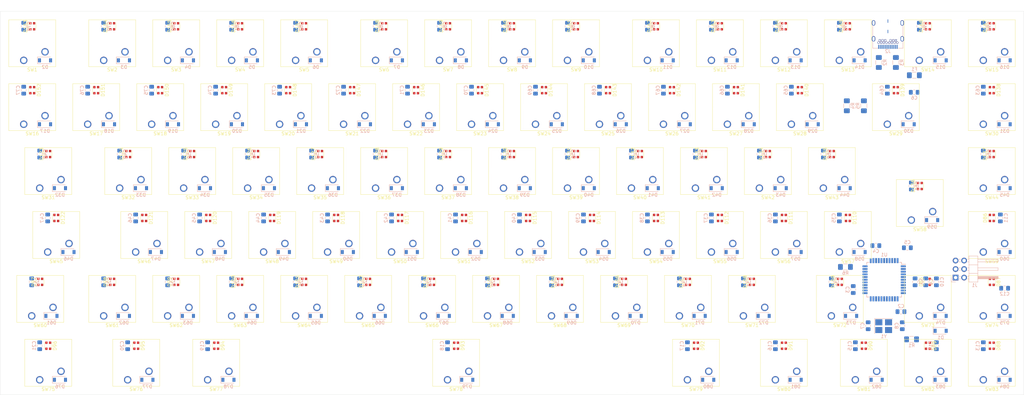
<source format=kicad_pcb>
(kicad_pcb (version 20171130) (host pcbnew 5.1.5+dfsg1-2build2)

  (general
    (thickness 1.6)
    (drawings 4)
    (tracks 0)
    (zones 0)
    (modules 353)
    (nets 217)
  )

  (page A3)
  (layers
    (0 F.Cu signal)
    (31 B.Cu signal)
    (32 B.Adhes user)
    (33 F.Adhes user)
    (34 B.Paste user)
    (35 F.Paste user)
    (36 B.SilkS user)
    (37 F.SilkS user)
    (38 B.Mask user)
    (39 F.Mask user)
    (40 Dwgs.User user)
    (41 Cmts.User user)
    (42 Eco1.User user)
    (43 Eco2.User user)
    (44 Edge.Cuts user)
    (45 Margin user)
    (46 B.CrtYd user)
    (47 F.CrtYd user)
    (48 B.Fab user)
    (49 F.Fab user)
  )

  (setup
    (last_trace_width 0.25)
    (trace_clearance 0.2)
    (zone_clearance 0.508)
    (zone_45_only no)
    (trace_min 0.2)
    (via_size 0.8)
    (via_drill 0.4)
    (via_min_size 0.6)
    (via_min_drill 0.3)
    (uvia_size 0.3)
    (uvia_drill 0.1)
    (uvias_allowed no)
    (uvia_min_size 0.2)
    (uvia_min_drill 0.1)
    (edge_width 0.05)
    (segment_width 0.2)
    (pcb_text_width 0.3)
    (pcb_text_size 1.5 1.5)
    (mod_edge_width 0.12)
    (mod_text_size 1 1)
    (mod_text_width 0.15)
    (pad_size 1.524 1.524)
    (pad_drill 0.762)
    (pad_to_mask_clearance 0.051)
    (solder_mask_min_width 0.25)
    (aux_axis_origin 0 0)
    (visible_elements FFFFF77F)
    (pcbplotparams
      (layerselection 0x010fc_ffffffff)
      (usegerberextensions false)
      (usegerberattributes false)
      (usegerberadvancedattributes false)
      (creategerberjobfile false)
      (excludeedgelayer true)
      (linewidth 0.100000)
      (plotframeref false)
      (viasonmask false)
      (mode 1)
      (useauxorigin false)
      (hpglpennumber 1)
      (hpglpenspeed 20)
      (hpglpendiameter 15.000000)
      (psnegative false)
      (psa4output false)
      (plotreference true)
      (plotvalue true)
      (plotinvisibletext false)
      (padsonsilk false)
      (subtractmaskfromsilk false)
      (outputformat 1)
      (mirror false)
      (drillshape 1)
      (scaleselection 1)
      (outputdirectory ""))
  )

  (net 0 "")
  (net 1 GND)
  (net 2 +5V)
  (net 3 "Net-(C7-Pad1)")
  (net 4 "Net-(C8-Pad2)")
  (net 5 "Net-(C9-Pad1)")
  (net 6 RST)
  (net 7 ROW0)
  (net 8 "Net-(D2-Pad2)")
  (net 9 "Net-(D3-Pad2)")
  (net 10 "Net-(D4-Pad2)")
  (net 11 "Net-(D5-Pad2)")
  (net 12 "Net-(D6-Pad2)")
  (net 13 "Net-(D7-Pad2)")
  (net 14 "Net-(D8-Pad2)")
  (net 15 "Net-(D9-Pad2)")
  (net 16 "Net-(D10-Pad2)")
  (net 17 "Net-(D11-Pad2)")
  (net 18 "Net-(D12-Pad2)")
  (net 19 "Net-(D13-Pad2)")
  (net 20 "Net-(D14-Pad2)")
  (net 21 "Net-(D15-Pad2)")
  (net 22 "Net-(D16-Pad2)")
  (net 23 ROW1)
  (net 24 "Net-(D17-Pad2)")
  (net 25 "Net-(D18-Pad2)")
  (net 26 "Net-(D19-Pad2)")
  (net 27 "Net-(D20-Pad2)")
  (net 28 "Net-(D21-Pad2)")
  (net 29 "Net-(D22-Pad2)")
  (net 30 "Net-(D23-Pad2)")
  (net 31 "Net-(D24-Pad2)")
  (net 32 "Net-(D25-Pad2)")
  (net 33 "Net-(D26-Pad2)")
  (net 34 "Net-(D27-Pad2)")
  (net 35 "Net-(D28-Pad2)")
  (net 36 "Net-(D29-Pad2)")
  (net 37 "Net-(D30-Pad2)")
  (net 38 "Net-(D31-Pad2)")
  (net 39 "Net-(D32-Pad2)")
  (net 40 ROW2)
  (net 41 "Net-(D33-Pad2)")
  (net 42 "Net-(D34-Pad2)")
  (net 43 "Net-(D35-Pad2)")
  (net 44 "Net-(D36-Pad2)")
  (net 45 "Net-(D37-Pad2)")
  (net 46 "Net-(D38-Pad2)")
  (net 47 "Net-(D39-Pad2)")
  (net 48 "Net-(D40-Pad2)")
  (net 49 "Net-(D41-Pad2)")
  (net 50 "Net-(D42-Pad2)")
  (net 51 "Net-(D43-Pad2)")
  (net 52 "Net-(D44-Pad2)")
  (net 53 "Net-(D45-Pad2)")
  (net 54 "Net-(D46-Pad2)")
  (net 55 ROW3)
  (net 56 "Net-(D47-Pad2)")
  (net 57 "Net-(D48-Pad2)")
  (net 58 "Net-(D49-Pad2)")
  (net 59 "Net-(D50-Pad2)")
  (net 60 "Net-(D51-Pad2)")
  (net 61 "Net-(D52-Pad2)")
  (net 62 "Net-(D53-Pad2)")
  (net 63 "Net-(D54-Pad2)")
  (net 64 "Net-(D55-Pad2)")
  (net 65 "Net-(D56-Pad2)")
  (net 66 "Net-(D57-Pad2)")
  (net 67 "Net-(D58-Pad2)")
  (net 68 "Net-(D59-Pad2)")
  (net 69 "Net-(D60-Pad2)")
  (net 70 ROW4)
  (net 71 "Net-(D61-Pad2)")
  (net 72 "Net-(D62-Pad2)")
  (net 73 "Net-(D63-Pad2)")
  (net 74 "Net-(D64-Pad2)")
  (net 75 "Net-(D65-Pad2)")
  (net 76 "Net-(D66-Pad2)")
  (net 77 "Net-(D67-Pad2)")
  (net 78 "Net-(D68-Pad2)")
  (net 79 "Net-(D69-Pad2)")
  (net 80 "Net-(D70-Pad2)")
  (net 81 "Net-(D71-Pad2)")
  (net 82 "Net-(D72-Pad2)")
  (net 83 "Net-(D73-Pad2)")
  (net 84 "Net-(D74-Pad2)")
  (net 85 "Net-(D75-Pad2)")
  (net 86 ROW5)
  (net 87 "Net-(D76-Pad2)")
  (net 88 "Net-(D77-Pad2)")
  (net 89 "Net-(D78-Pad2)")
  (net 90 "Net-(D79-Pad2)")
  (net 91 "Net-(D80-Pad2)")
  (net 92 "Net-(D81-Pad2)")
  (net 93 "Net-(D82-Pad2)")
  (net 94 "Net-(D83-Pad2)")
  (net 95 "Net-(D84-Pad2)")
  (net 96 "Net-(D85-Pad2)")
  (net 97 DIN)
  (net 98 "Net-(D86-Pad2)")
  (net 99 "Net-(D87-Pad2)")
  (net 100 "Net-(D88-Pad2)")
  (net 101 "Net-(D89-Pad2)")
  (net 102 "Net-(D90-Pad2)")
  (net 103 "Net-(D91-Pad2)")
  (net 104 "Net-(D92-Pad2)")
  (net 105 "Net-(D93-Pad2)")
  (net 106 "Net-(D94-Pad2)")
  (net 107 "Net-(D95-Pad2)")
  (net 108 "Net-(D96-Pad2)")
  (net 109 "Net-(D97-Pad2)")
  (net 110 "Net-(D98-Pad2)")
  (net 111 "Net-(D100-Pad4)")
  (net 112 "Net-(D100-Pad2)")
  (net 113 "Net-(D101-Pad2)")
  (net 114 "Net-(D102-Pad2)")
  (net 115 "Net-(D103-Pad2)")
  (net 116 "Net-(D104-Pad2)")
  (net 117 "Net-(D105-Pad2)")
  (net 118 "Net-(D106-Pad2)")
  (net 119 "Net-(D107-Pad2)")
  (net 120 "Net-(D108-Pad2)")
  (net 121 "Net-(D109-Pad2)")
  (net 122 "Net-(D110-Pad2)")
  (net 123 "Net-(D111-Pad2)")
  (net 124 "Net-(D112-Pad2)")
  (net 125 "Net-(D113-Pad2)")
  (net 126 "Net-(D114-Pad2)")
  (net 127 "Net-(D115-Pad2)")
  (net 128 "Net-(D116-Pad2)")
  (net 129 "Net-(D117-Pad2)")
  (net 130 "Net-(D118-Pad2)")
  (net 131 "Net-(D119-Pad2)")
  (net 132 "Net-(D120-Pad2)")
  (net 133 "Net-(D121-Pad2)")
  (net 134 "Net-(D122-Pad2)")
  (net 135 "Net-(D123-Pad2)")
  (net 136 "Net-(D124-Pad2)")
  (net 137 "Net-(D125-Pad2)")
  (net 138 "Net-(D126-Pad2)")
  (net 139 "Net-(D127-Pad2)")
  (net 140 "Net-(D128-Pad2)")
  (net 141 "Net-(D129-Pad2)")
  (net 142 "Net-(D130-Pad2)")
  (net 143 "Net-(D131-Pad2)")
  (net 144 "Net-(D132-Pad2)")
  (net 145 "Net-(D133-Pad2)")
  (net 146 "Net-(D134-Pad2)")
  (net 147 "Net-(D135-Pad2)")
  (net 148 "Net-(D136-Pad2)")
  (net 149 "Net-(D137-Pad2)")
  (net 150 "Net-(D138-Pad2)")
  (net 151 "Net-(D139-Pad2)")
  (net 152 "Net-(D140-Pad2)")
  (net 153 "Net-(D141-Pad2)")
  (net 154 "Net-(D142-Pad2)")
  (net 155 "Net-(D143-Pad2)")
  (net 156 "Net-(D144-Pad2)")
  (net 157 "Net-(D145-Pad2)")
  (net 158 "Net-(D146-Pad2)")
  (net 159 "Net-(D147-Pad2)")
  (net 160 "Net-(D148-Pad2)")
  (net 161 "Net-(D149-Pad2)")
  (net 162 "Net-(D150-Pad2)")
  (net 163 "Net-(D151-Pad2)")
  (net 164 "Net-(D152-Pad2)")
  (net 165 "Net-(D153-Pad2)")
  (net 166 "Net-(D154-Pad2)")
  (net 167 "Net-(D155-Pad2)")
  (net 168 "Net-(D156-Pad2)")
  (net 169 "Net-(D157-Pad2)")
  (net 170 "Net-(D158-Pad2)")
  (net 171 "Net-(D159-Pad2)")
  (net 172 "Net-(D160-Pad2)")
  (net 173 "Net-(D161-Pad2)")
  (net 174 "Net-(D162-Pad2)")
  (net 175 "Net-(D163-Pad2)")
  (net 176 "Net-(D164-Pad2)")
  (net 177 "Net-(D165-Pad2)")
  (net 178 "Net-(D166-Pad2)")
  (net 179 "Net-(D167-Pad2)")
  (net 180 "Net-(F1-Pad2)")
  (net 181 COL02)
  (net 182 COL00)
  (net 183 COL01)
  (net 184 "Net-(J2-PadA11)")
  (net 185 "Net-(J2-PadA10)")
  (net 186 "Net-(J2-PadA8)")
  (net 187 D-)
  (net 188 D+)
  (net 189 "Net-(J2-PadA5)")
  (net 190 "Net-(J2-PadA3)")
  (net 191 "Net-(J2-PadA2)")
  (net 192 "Net-(J2-PadB10)")
  (net 193 "Net-(J2-PadB3)")
  (net 194 "Net-(J2-PadB8)")
  (net 195 "Net-(J2-PadB5)")
  (net 196 "Net-(J2-PadB2)")
  (net 197 "Net-(J2-PadB11)")
  (net 198 "Net-(R4-Pad1)")
  (net 199 "Net-(R5-Pad2)")
  (net 200 "Net-(R6-Pad2)")
  (net 201 COL03)
  (net 202 COL04)
  (net 203 COL06)
  (net 204 COL07)
  (net 205 COL08)
  (net 206 COL09)
  (net 207 COL10)
  (net 208 COL11)
  (net 209 COL12)
  (net 210 COL13)
  (net 211 COL14)
  (net 212 COL15)
  (net 213 COL05)
  (net 214 "Net-(U1-Pad1)")
  (net 215 "Net-(U1-Pad8)")
  (net 216 "Net-(U1-Pad42)")

  (net_class Default "Dies ist die voreingestellte Netzklasse."
    (clearance 0.2)
    (trace_width 0.25)
    (via_dia 0.8)
    (via_drill 0.4)
    (uvia_dia 0.3)
    (uvia_drill 0.1)
    (add_net +5V)
    (add_net COL00)
    (add_net COL01)
    (add_net COL02)
    (add_net COL03)
    (add_net COL04)
    (add_net COL05)
    (add_net COL06)
    (add_net COL07)
    (add_net COL08)
    (add_net COL09)
    (add_net COL10)
    (add_net COL11)
    (add_net COL12)
    (add_net COL13)
    (add_net COL14)
    (add_net COL15)
    (add_net D+)
    (add_net D-)
    (add_net DIN)
    (add_net GND)
    (add_net "Net-(C7-Pad1)")
    (add_net "Net-(C8-Pad2)")
    (add_net "Net-(C9-Pad1)")
    (add_net "Net-(D10-Pad2)")
    (add_net "Net-(D100-Pad2)")
    (add_net "Net-(D100-Pad4)")
    (add_net "Net-(D101-Pad2)")
    (add_net "Net-(D102-Pad2)")
    (add_net "Net-(D103-Pad2)")
    (add_net "Net-(D104-Pad2)")
    (add_net "Net-(D105-Pad2)")
    (add_net "Net-(D106-Pad2)")
    (add_net "Net-(D107-Pad2)")
    (add_net "Net-(D108-Pad2)")
    (add_net "Net-(D109-Pad2)")
    (add_net "Net-(D11-Pad2)")
    (add_net "Net-(D110-Pad2)")
    (add_net "Net-(D111-Pad2)")
    (add_net "Net-(D112-Pad2)")
    (add_net "Net-(D113-Pad2)")
    (add_net "Net-(D114-Pad2)")
    (add_net "Net-(D115-Pad2)")
    (add_net "Net-(D116-Pad2)")
    (add_net "Net-(D117-Pad2)")
    (add_net "Net-(D118-Pad2)")
    (add_net "Net-(D119-Pad2)")
    (add_net "Net-(D12-Pad2)")
    (add_net "Net-(D120-Pad2)")
    (add_net "Net-(D121-Pad2)")
    (add_net "Net-(D122-Pad2)")
    (add_net "Net-(D123-Pad2)")
    (add_net "Net-(D124-Pad2)")
    (add_net "Net-(D125-Pad2)")
    (add_net "Net-(D126-Pad2)")
    (add_net "Net-(D127-Pad2)")
    (add_net "Net-(D128-Pad2)")
    (add_net "Net-(D129-Pad2)")
    (add_net "Net-(D13-Pad2)")
    (add_net "Net-(D130-Pad2)")
    (add_net "Net-(D131-Pad2)")
    (add_net "Net-(D132-Pad2)")
    (add_net "Net-(D133-Pad2)")
    (add_net "Net-(D134-Pad2)")
    (add_net "Net-(D135-Pad2)")
    (add_net "Net-(D136-Pad2)")
    (add_net "Net-(D137-Pad2)")
    (add_net "Net-(D138-Pad2)")
    (add_net "Net-(D139-Pad2)")
    (add_net "Net-(D14-Pad2)")
    (add_net "Net-(D140-Pad2)")
    (add_net "Net-(D141-Pad2)")
    (add_net "Net-(D142-Pad2)")
    (add_net "Net-(D143-Pad2)")
    (add_net "Net-(D144-Pad2)")
    (add_net "Net-(D145-Pad2)")
    (add_net "Net-(D146-Pad2)")
    (add_net "Net-(D147-Pad2)")
    (add_net "Net-(D148-Pad2)")
    (add_net "Net-(D149-Pad2)")
    (add_net "Net-(D15-Pad2)")
    (add_net "Net-(D150-Pad2)")
    (add_net "Net-(D151-Pad2)")
    (add_net "Net-(D152-Pad2)")
    (add_net "Net-(D153-Pad2)")
    (add_net "Net-(D154-Pad2)")
    (add_net "Net-(D155-Pad2)")
    (add_net "Net-(D156-Pad2)")
    (add_net "Net-(D157-Pad2)")
    (add_net "Net-(D158-Pad2)")
    (add_net "Net-(D159-Pad2)")
    (add_net "Net-(D16-Pad2)")
    (add_net "Net-(D160-Pad2)")
    (add_net "Net-(D161-Pad2)")
    (add_net "Net-(D162-Pad2)")
    (add_net "Net-(D163-Pad2)")
    (add_net "Net-(D164-Pad2)")
    (add_net "Net-(D165-Pad2)")
    (add_net "Net-(D166-Pad2)")
    (add_net "Net-(D167-Pad2)")
    (add_net "Net-(D17-Pad2)")
    (add_net "Net-(D18-Pad2)")
    (add_net "Net-(D19-Pad2)")
    (add_net "Net-(D2-Pad2)")
    (add_net "Net-(D20-Pad2)")
    (add_net "Net-(D21-Pad2)")
    (add_net "Net-(D22-Pad2)")
    (add_net "Net-(D23-Pad2)")
    (add_net "Net-(D24-Pad2)")
    (add_net "Net-(D25-Pad2)")
    (add_net "Net-(D26-Pad2)")
    (add_net "Net-(D27-Pad2)")
    (add_net "Net-(D28-Pad2)")
    (add_net "Net-(D29-Pad2)")
    (add_net "Net-(D3-Pad2)")
    (add_net "Net-(D30-Pad2)")
    (add_net "Net-(D31-Pad2)")
    (add_net "Net-(D32-Pad2)")
    (add_net "Net-(D33-Pad2)")
    (add_net "Net-(D34-Pad2)")
    (add_net "Net-(D35-Pad2)")
    (add_net "Net-(D36-Pad2)")
    (add_net "Net-(D37-Pad2)")
    (add_net "Net-(D38-Pad2)")
    (add_net "Net-(D39-Pad2)")
    (add_net "Net-(D4-Pad2)")
    (add_net "Net-(D40-Pad2)")
    (add_net "Net-(D41-Pad2)")
    (add_net "Net-(D42-Pad2)")
    (add_net "Net-(D43-Pad2)")
    (add_net "Net-(D44-Pad2)")
    (add_net "Net-(D45-Pad2)")
    (add_net "Net-(D46-Pad2)")
    (add_net "Net-(D47-Pad2)")
    (add_net "Net-(D48-Pad2)")
    (add_net "Net-(D49-Pad2)")
    (add_net "Net-(D5-Pad2)")
    (add_net "Net-(D50-Pad2)")
    (add_net "Net-(D51-Pad2)")
    (add_net "Net-(D52-Pad2)")
    (add_net "Net-(D53-Pad2)")
    (add_net "Net-(D54-Pad2)")
    (add_net "Net-(D55-Pad2)")
    (add_net "Net-(D56-Pad2)")
    (add_net "Net-(D57-Pad2)")
    (add_net "Net-(D58-Pad2)")
    (add_net "Net-(D59-Pad2)")
    (add_net "Net-(D6-Pad2)")
    (add_net "Net-(D60-Pad2)")
    (add_net "Net-(D61-Pad2)")
    (add_net "Net-(D62-Pad2)")
    (add_net "Net-(D63-Pad2)")
    (add_net "Net-(D64-Pad2)")
    (add_net "Net-(D65-Pad2)")
    (add_net "Net-(D66-Pad2)")
    (add_net "Net-(D67-Pad2)")
    (add_net "Net-(D68-Pad2)")
    (add_net "Net-(D69-Pad2)")
    (add_net "Net-(D7-Pad2)")
    (add_net "Net-(D70-Pad2)")
    (add_net "Net-(D71-Pad2)")
    (add_net "Net-(D72-Pad2)")
    (add_net "Net-(D73-Pad2)")
    (add_net "Net-(D74-Pad2)")
    (add_net "Net-(D75-Pad2)")
    (add_net "Net-(D76-Pad2)")
    (add_net "Net-(D77-Pad2)")
    (add_net "Net-(D78-Pad2)")
    (add_net "Net-(D79-Pad2)")
    (add_net "Net-(D8-Pad2)")
    (add_net "Net-(D80-Pad2)")
    (add_net "Net-(D81-Pad2)")
    (add_net "Net-(D82-Pad2)")
    (add_net "Net-(D83-Pad2)")
    (add_net "Net-(D84-Pad2)")
    (add_net "Net-(D85-Pad2)")
    (add_net "Net-(D86-Pad2)")
    (add_net "Net-(D87-Pad2)")
    (add_net "Net-(D88-Pad2)")
    (add_net "Net-(D89-Pad2)")
    (add_net "Net-(D9-Pad2)")
    (add_net "Net-(D90-Pad2)")
    (add_net "Net-(D91-Pad2)")
    (add_net "Net-(D92-Pad2)")
    (add_net "Net-(D93-Pad2)")
    (add_net "Net-(D94-Pad2)")
    (add_net "Net-(D95-Pad2)")
    (add_net "Net-(D96-Pad2)")
    (add_net "Net-(D97-Pad2)")
    (add_net "Net-(D98-Pad2)")
    (add_net "Net-(F1-Pad2)")
    (add_net "Net-(J2-PadA10)")
    (add_net "Net-(J2-PadA11)")
    (add_net "Net-(J2-PadA2)")
    (add_net "Net-(J2-PadA3)")
    (add_net "Net-(J2-PadA5)")
    (add_net "Net-(J2-PadA8)")
    (add_net "Net-(J2-PadB10)")
    (add_net "Net-(J2-PadB11)")
    (add_net "Net-(J2-PadB2)")
    (add_net "Net-(J2-PadB3)")
    (add_net "Net-(J2-PadB5)")
    (add_net "Net-(J2-PadB8)")
    (add_net "Net-(R4-Pad1)")
    (add_net "Net-(R5-Pad2)")
    (add_net "Net-(R6-Pad2)")
    (add_net "Net-(U1-Pad1)")
    (add_net "Net-(U1-Pad42)")
    (add_net "Net-(U1-Pad8)")
    (add_net ROW0)
    (add_net ROW1)
    (add_net ROW2)
    (add_net ROW3)
    (add_net ROW4)
    (add_net ROW5)
    (add_net RST)
  )

  (module Capacitor_SMD:C_0805_2012Metric_Pad1.15x1.40mm_HandSolder (layer B.Cu) (tedit 5B36C52B) (tstamp 5F1B5C2D)
    (at 310.515 118.745 90)
    (descr "Capacitor SMD 0805 (2012 Metric), square (rectangular) end terminal, IPC_7351 nominal with elongated pad for handsoldering. (Body size source: https://docs.google.com/spreadsheets/d/1BsfQQcO9C6DZCsRaXUlFlo91Tg2WpOkGARC1WS5S8t0/edit?usp=sharing), generated with kicad-footprint-generator")
    (tags "capacitor handsolder")
    (path /5F92990D)
    (attr smd)
    (fp_text reference C1 (at 0 1.65 90) (layer B.SilkS)
      (effects (font (size 1 1) (thickness 0.15)) (justify mirror))
    )
    (fp_text value 0.1uF (at 0 -1.65 90) (layer B.Fab)
      (effects (font (size 1 1) (thickness 0.15)) (justify mirror))
    )
    (fp_text user %R (at 0 0 90) (layer B.Fab)
      (effects (font (size 0.5 0.5) (thickness 0.08)) (justify mirror))
    )
    (fp_line (start 1.85 -0.95) (end -1.85 -0.95) (layer B.CrtYd) (width 0.05))
    (fp_line (start 1.85 0.95) (end 1.85 -0.95) (layer B.CrtYd) (width 0.05))
    (fp_line (start -1.85 0.95) (end 1.85 0.95) (layer B.CrtYd) (width 0.05))
    (fp_line (start -1.85 -0.95) (end -1.85 0.95) (layer B.CrtYd) (width 0.05))
    (fp_line (start -0.261252 -0.71) (end 0.261252 -0.71) (layer B.SilkS) (width 0.12))
    (fp_line (start -0.261252 0.71) (end 0.261252 0.71) (layer B.SilkS) (width 0.12))
    (fp_line (start 1 -0.6) (end -1 -0.6) (layer B.Fab) (width 0.1))
    (fp_line (start 1 0.6) (end 1 -0.6) (layer B.Fab) (width 0.1))
    (fp_line (start -1 0.6) (end 1 0.6) (layer B.Fab) (width 0.1))
    (fp_line (start -1 -0.6) (end -1 0.6) (layer B.Fab) (width 0.1))
    (pad 2 smd roundrect (at 1.025 0 90) (size 1.15 1.4) (layers B.Cu B.Paste B.Mask) (roundrect_rratio 0.217391)
      (net 1 GND))
    (pad 1 smd roundrect (at -1.025 0 90) (size 1.15 1.4) (layers B.Cu B.Paste B.Mask) (roundrect_rratio 0.217391)
      (net 2 +5V))
    (model ${KISYS3DMOD}/Capacitor_SMD.3dshapes/C_0805_2012Metric.wrl
      (at (xyz 0 0 0))
      (scale (xyz 1 1 1))
      (rotate (xyz 0 0 0))
    )
  )

  (module Capacitor_SMD:C_0805_2012Metric_Pad1.15x1.40mm_HandSolder (layer B.Cu) (tedit 5B36C52B) (tstamp 5F15EB29)
    (at 306.315 127.635 180)
    (descr "Capacitor SMD 0805 (2012 Metric), square (rectangular) end terminal, IPC_7351 nominal with elongated pad for handsoldering. (Body size source: https://docs.google.com/spreadsheets/d/1BsfQQcO9C6DZCsRaXUlFlo91Tg2WpOkGARC1WS5S8t0/edit?usp=sharing), generated with kicad-footprint-generator")
    (tags "capacitor handsolder")
    (path /5EFFF252)
    (attr smd)
    (fp_text reference C2 (at 0 1.65) (layer B.SilkS)
      (effects (font (size 1 1) (thickness 0.15)) (justify mirror))
    )
    (fp_text value 0.1uF (at 0 -1.65) (layer B.Fab)
      (effects (font (size 1 1) (thickness 0.15)) (justify mirror))
    )
    (fp_text user %R (at 0 0) (layer B.Fab)
      (effects (font (size 0.5 0.5) (thickness 0.08)) (justify mirror))
    )
    (fp_line (start 1.85 -0.95) (end -1.85 -0.95) (layer B.CrtYd) (width 0.05))
    (fp_line (start 1.85 0.95) (end 1.85 -0.95) (layer B.CrtYd) (width 0.05))
    (fp_line (start -1.85 0.95) (end 1.85 0.95) (layer B.CrtYd) (width 0.05))
    (fp_line (start -1.85 -0.95) (end -1.85 0.95) (layer B.CrtYd) (width 0.05))
    (fp_line (start -0.261252 -0.71) (end 0.261252 -0.71) (layer B.SilkS) (width 0.12))
    (fp_line (start -0.261252 0.71) (end 0.261252 0.71) (layer B.SilkS) (width 0.12))
    (fp_line (start 1 -0.6) (end -1 -0.6) (layer B.Fab) (width 0.1))
    (fp_line (start 1 0.6) (end 1 -0.6) (layer B.Fab) (width 0.1))
    (fp_line (start -1 0.6) (end 1 0.6) (layer B.Fab) (width 0.1))
    (fp_line (start -1 -0.6) (end -1 0.6) (layer B.Fab) (width 0.1))
    (pad 2 smd roundrect (at 1.025 0 180) (size 1.15 1.4) (layers B.Cu B.Paste B.Mask) (roundrect_rratio 0.217391)
      (net 1 GND))
    (pad 1 smd roundrect (at -1.025 0 180) (size 1.15 1.4) (layers B.Cu B.Paste B.Mask) (roundrect_rratio 0.217391)
      (net 2 +5V))
    (model ${KISYS3DMOD}/Capacitor_SMD.3dshapes/C_0805_2012Metric.wrl
      (at (xyz 0 0 0))
      (scale (xyz 1 1 1))
      (rotate (xyz 0 0 0))
    )
  )

  (module Capacitor_SMD:C_0805_2012Metric_Pad1.15x1.40mm_HandSolder (layer B.Cu) (tedit 5B36C52B) (tstamp 5F15EB3A)
    (at 292.1 121.04 270)
    (descr "Capacitor SMD 0805 (2012 Metric), square (rectangular) end terminal, IPC_7351 nominal with elongated pad for handsoldering. (Body size source: https://docs.google.com/spreadsheets/d/1BsfQQcO9C6DZCsRaXUlFlo91Tg2WpOkGARC1WS5S8t0/edit?usp=sharing), generated with kicad-footprint-generator")
    (tags "capacitor handsolder")
    (path /5F00AFA0)
    (attr smd)
    (fp_text reference C3 (at 0 1.65 90) (layer B.SilkS)
      (effects (font (size 1 1) (thickness 0.15)) (justify mirror))
    )
    (fp_text value 0.1uF (at 0 -1.65 90) (layer B.Fab)
      (effects (font (size 1 1) (thickness 0.15)) (justify mirror))
    )
    (fp_text user %R (at 0 0 90) (layer B.Fab)
      (effects (font (size 0.5 0.5) (thickness 0.08)) (justify mirror))
    )
    (fp_line (start 1.85 -0.95) (end -1.85 -0.95) (layer B.CrtYd) (width 0.05))
    (fp_line (start 1.85 0.95) (end 1.85 -0.95) (layer B.CrtYd) (width 0.05))
    (fp_line (start -1.85 0.95) (end 1.85 0.95) (layer B.CrtYd) (width 0.05))
    (fp_line (start -1.85 -0.95) (end -1.85 0.95) (layer B.CrtYd) (width 0.05))
    (fp_line (start -0.261252 -0.71) (end 0.261252 -0.71) (layer B.SilkS) (width 0.12))
    (fp_line (start -0.261252 0.71) (end 0.261252 0.71) (layer B.SilkS) (width 0.12))
    (fp_line (start 1 -0.6) (end -1 -0.6) (layer B.Fab) (width 0.1))
    (fp_line (start 1 0.6) (end 1 -0.6) (layer B.Fab) (width 0.1))
    (fp_line (start -1 0.6) (end 1 0.6) (layer B.Fab) (width 0.1))
    (fp_line (start -1 -0.6) (end -1 0.6) (layer B.Fab) (width 0.1))
    (pad 2 smd roundrect (at 1.025 0 270) (size 1.15 1.4) (layers B.Cu B.Paste B.Mask) (roundrect_rratio 0.217391)
      (net 1 GND))
    (pad 1 smd roundrect (at -1.025 0 270) (size 1.15 1.4) (layers B.Cu B.Paste B.Mask) (roundrect_rratio 0.217391)
      (net 2 +5V))
    (model ${KISYS3DMOD}/Capacitor_SMD.3dshapes/C_0805_2012Metric.wrl
      (at (xyz 0 0 0))
      (scale (xyz 1 1 1))
      (rotate (xyz 0 0 0))
    )
  )

  (module Capacitor_SMD:C_0805_2012Metric_Pad1.15x1.40mm_HandSolder (layer B.Cu) (tedit 5B36C52B) (tstamp 5F15EB4B)
    (at 298.84 107.95)
    (descr "Capacitor SMD 0805 (2012 Metric), square (rectangular) end terminal, IPC_7351 nominal with elongated pad for handsoldering. (Body size source: https://docs.google.com/spreadsheets/d/1BsfQQcO9C6DZCsRaXUlFlo91Tg2WpOkGARC1WS5S8t0/edit?usp=sharing), generated with kicad-footprint-generator")
    (tags "capacitor handsolder")
    (path /5F00B4C3)
    (attr smd)
    (fp_text reference C4 (at 0 1.65) (layer B.SilkS)
      (effects (font (size 1 1) (thickness 0.15)) (justify mirror))
    )
    (fp_text value 0.1uF (at 0 -1.65) (layer B.Fab)
      (effects (font (size 1 1) (thickness 0.15)) (justify mirror))
    )
    (fp_line (start -1 -0.6) (end -1 0.6) (layer B.Fab) (width 0.1))
    (fp_line (start -1 0.6) (end 1 0.6) (layer B.Fab) (width 0.1))
    (fp_line (start 1 0.6) (end 1 -0.6) (layer B.Fab) (width 0.1))
    (fp_line (start 1 -0.6) (end -1 -0.6) (layer B.Fab) (width 0.1))
    (fp_line (start -0.261252 0.71) (end 0.261252 0.71) (layer B.SilkS) (width 0.12))
    (fp_line (start -0.261252 -0.71) (end 0.261252 -0.71) (layer B.SilkS) (width 0.12))
    (fp_line (start -1.85 -0.95) (end -1.85 0.95) (layer B.CrtYd) (width 0.05))
    (fp_line (start -1.85 0.95) (end 1.85 0.95) (layer B.CrtYd) (width 0.05))
    (fp_line (start 1.85 0.95) (end 1.85 -0.95) (layer B.CrtYd) (width 0.05))
    (fp_line (start 1.85 -0.95) (end -1.85 -0.95) (layer B.CrtYd) (width 0.05))
    (fp_text user %R (at 0 0) (layer B.Fab)
      (effects (font (size 0.5 0.5) (thickness 0.08)) (justify mirror))
    )
    (pad 1 smd roundrect (at -1.025 0) (size 1.15 1.4) (layers B.Cu B.Paste B.Mask) (roundrect_rratio 0.217391)
      (net 2 +5V))
    (pad 2 smd roundrect (at 1.025 0) (size 1.15 1.4) (layers B.Cu B.Paste B.Mask) (roundrect_rratio 0.217391)
      (net 1 GND))
    (model ${KISYS3DMOD}/Capacitor_SMD.3dshapes/C_0805_2012Metric.wrl
      (at (xyz 0 0 0))
      (scale (xyz 1 1 1))
      (rotate (xyz 0 0 0))
    )
  )

  (module Capacitor_SMD:C_0805_2012Metric_Pad1.15x1.40mm_HandSolder (layer B.Cu) (tedit 5B36C52B) (tstamp 5F15EB5C)
    (at 308.22 108.585 180)
    (descr "Capacitor SMD 0805 (2012 Metric), square (rectangular) end terminal, IPC_7351 nominal with elongated pad for handsoldering. (Body size source: https://docs.google.com/spreadsheets/d/1BsfQQcO9C6DZCsRaXUlFlo91Tg2WpOkGARC1WS5S8t0/edit?usp=sharing), generated with kicad-footprint-generator")
    (tags "capacitor handsolder")
    (path /5F92A552)
    (attr smd)
    (fp_text reference C5 (at 0 1.65) (layer B.SilkS)
      (effects (font (size 1 1) (thickness 0.15)) (justify mirror))
    )
    (fp_text value 0.1uF (at 0 -1.65) (layer B.Fab)
      (effects (font (size 1 1) (thickness 0.15)) (justify mirror))
    )
    (fp_text user %R (at 0 0) (layer B.Fab)
      (effects (font (size 0.5 0.5) (thickness 0.08)) (justify mirror))
    )
    (fp_line (start 1.85 -0.95) (end -1.85 -0.95) (layer B.CrtYd) (width 0.05))
    (fp_line (start 1.85 0.95) (end 1.85 -0.95) (layer B.CrtYd) (width 0.05))
    (fp_line (start -1.85 0.95) (end 1.85 0.95) (layer B.CrtYd) (width 0.05))
    (fp_line (start -1.85 -0.95) (end -1.85 0.95) (layer B.CrtYd) (width 0.05))
    (fp_line (start -0.261252 -0.71) (end 0.261252 -0.71) (layer B.SilkS) (width 0.12))
    (fp_line (start -0.261252 0.71) (end 0.261252 0.71) (layer B.SilkS) (width 0.12))
    (fp_line (start 1 -0.6) (end -1 -0.6) (layer B.Fab) (width 0.1))
    (fp_line (start 1 0.6) (end 1 -0.6) (layer B.Fab) (width 0.1))
    (fp_line (start -1 0.6) (end 1 0.6) (layer B.Fab) (width 0.1))
    (fp_line (start -1 -0.6) (end -1 0.6) (layer B.Fab) (width 0.1))
    (pad 2 smd roundrect (at 1.025 0 180) (size 1.15 1.4) (layers B.Cu B.Paste B.Mask) (roundrect_rratio 0.217391)
      (net 1 GND))
    (pad 1 smd roundrect (at -1.025 0 180) (size 1.15 1.4) (layers B.Cu B.Paste B.Mask) (roundrect_rratio 0.217391)
      (net 2 +5V))
    (model ${KISYS3DMOD}/Capacitor_SMD.3dshapes/C_0805_2012Metric.wrl
      (at (xyz 0 0 0))
      (scale (xyz 1 1 1))
      (rotate (xyz 0 0 0))
    )
  )

  (module Capacitor_SMD:C_0805_2012Metric_Pad1.15x1.40mm_HandSolder (layer B.Cu) (tedit 5B36C52B) (tstamp 5F15EB6D)
    (at 310.27 62.23)
    (descr "Capacitor SMD 0805 (2012 Metric), square (rectangular) end terminal, IPC_7351 nominal with elongated pad for handsoldering. (Body size source: https://docs.google.com/spreadsheets/d/1BsfQQcO9C6DZCsRaXUlFlo91Tg2WpOkGARC1WS5S8t0/edit?usp=sharing), generated with kicad-footprint-generator")
    (tags "capacitor handsolder")
    (path /5F007EF5)
    (attr smd)
    (fp_text reference C6 (at 0 1.65) (layer B.SilkS)
      (effects (font (size 1 1) (thickness 0.15)) (justify mirror))
    )
    (fp_text value 10uF (at 0 -1.65) (layer B.Fab)
      (effects (font (size 1 1) (thickness 0.15)) (justify mirror))
    )
    (fp_line (start -1 -0.6) (end -1 0.6) (layer B.Fab) (width 0.1))
    (fp_line (start -1 0.6) (end 1 0.6) (layer B.Fab) (width 0.1))
    (fp_line (start 1 0.6) (end 1 -0.6) (layer B.Fab) (width 0.1))
    (fp_line (start 1 -0.6) (end -1 -0.6) (layer B.Fab) (width 0.1))
    (fp_line (start -0.261252 0.71) (end 0.261252 0.71) (layer B.SilkS) (width 0.12))
    (fp_line (start -0.261252 -0.71) (end 0.261252 -0.71) (layer B.SilkS) (width 0.12))
    (fp_line (start -1.85 -0.95) (end -1.85 0.95) (layer B.CrtYd) (width 0.05))
    (fp_line (start -1.85 0.95) (end 1.85 0.95) (layer B.CrtYd) (width 0.05))
    (fp_line (start 1.85 0.95) (end 1.85 -0.95) (layer B.CrtYd) (width 0.05))
    (fp_line (start 1.85 -0.95) (end -1.85 -0.95) (layer B.CrtYd) (width 0.05))
    (fp_text user %R (at 0 0) (layer B.Fab)
      (effects (font (size 0.5 0.5) (thickness 0.08)) (justify mirror))
    )
    (pad 1 smd roundrect (at -1.025 0) (size 1.15 1.4) (layers B.Cu B.Paste B.Mask) (roundrect_rratio 0.217391)
      (net 2 +5V))
    (pad 2 smd roundrect (at 1.025 0) (size 1.15 1.4) (layers B.Cu B.Paste B.Mask) (roundrect_rratio 0.217391)
      (net 1 GND))
    (model ${KISYS3DMOD}/Capacitor_SMD.3dshapes/C_0805_2012Metric.wrl
      (at (xyz 0 0 0))
      (scale (xyz 1 1 1))
      (rotate (xyz 0 0 0))
    )
  )

  (module Capacitor_SMD:C_0805_2012Metric_Pad1.15x1.40mm_HandSolder (layer B.Cu) (tedit 5B36C52B) (tstamp 5F15EB7E)
    (at 296.545 131.835 270)
    (descr "Capacitor SMD 0805 (2012 Metric), square (rectangular) end terminal, IPC_7351 nominal with elongated pad for handsoldering. (Body size source: https://docs.google.com/spreadsheets/d/1BsfQQcO9C6DZCsRaXUlFlo91Tg2WpOkGARC1WS5S8t0/edit?usp=sharing), generated with kicad-footprint-generator")
    (tags "capacitor handsolder")
    (path /5F0786B1)
    (attr smd)
    (fp_text reference C7 (at 0 1.65 90) (layer B.SilkS)
      (effects (font (size 1 1) (thickness 0.15)) (justify mirror))
    )
    (fp_text value 22pF (at 0 -1.65 90) (layer B.Fab)
      (effects (font (size 1 1) (thickness 0.15)) (justify mirror))
    )
    (fp_text user %R (at 0 0 90) (layer B.Fab)
      (effects (font (size 0.5 0.5) (thickness 0.08)) (justify mirror))
    )
    (fp_line (start 1.85 -0.95) (end -1.85 -0.95) (layer B.CrtYd) (width 0.05))
    (fp_line (start 1.85 0.95) (end 1.85 -0.95) (layer B.CrtYd) (width 0.05))
    (fp_line (start -1.85 0.95) (end 1.85 0.95) (layer B.CrtYd) (width 0.05))
    (fp_line (start -1.85 -0.95) (end -1.85 0.95) (layer B.CrtYd) (width 0.05))
    (fp_line (start -0.261252 -0.71) (end 0.261252 -0.71) (layer B.SilkS) (width 0.12))
    (fp_line (start -0.261252 0.71) (end 0.261252 0.71) (layer B.SilkS) (width 0.12))
    (fp_line (start 1 -0.6) (end -1 -0.6) (layer B.Fab) (width 0.1))
    (fp_line (start 1 0.6) (end 1 -0.6) (layer B.Fab) (width 0.1))
    (fp_line (start -1 0.6) (end 1 0.6) (layer B.Fab) (width 0.1))
    (fp_line (start -1 -0.6) (end -1 0.6) (layer B.Fab) (width 0.1))
    (pad 2 smd roundrect (at 1.025 0 270) (size 1.15 1.4) (layers B.Cu B.Paste B.Mask) (roundrect_rratio 0.217391)
      (net 1 GND))
    (pad 1 smd roundrect (at -1.025 0 270) (size 1.15 1.4) (layers B.Cu B.Paste B.Mask) (roundrect_rratio 0.217391)
      (net 3 "Net-(C7-Pad1)"))
    (model ${KISYS3DMOD}/Capacitor_SMD.3dshapes/C_0805_2012Metric.wrl
      (at (xyz 0 0 0))
      (scale (xyz 1 1 1))
      (rotate (xyz 0 0 0))
    )
  )

  (module Capacitor_SMD:C_0805_2012Metric_Pad1.15x1.40mm_HandSolder (layer B.Cu) (tedit 5B36C52B) (tstamp 5F15EB8F)
    (at 306.705 131.835 270)
    (descr "Capacitor SMD 0805 (2012 Metric), square (rectangular) end terminal, IPC_7351 nominal with elongated pad for handsoldering. (Body size source: https://docs.google.com/spreadsheets/d/1BsfQQcO9C6DZCsRaXUlFlo91Tg2WpOkGARC1WS5S8t0/edit?usp=sharing), generated with kicad-footprint-generator")
    (tags "capacitor handsolder")
    (path /5F0BA64F)
    (attr smd)
    (fp_text reference C8 (at 0 1.65 90) (layer B.SilkS)
      (effects (font (size 1 1) (thickness 0.15)) (justify mirror))
    )
    (fp_text value 22pF (at 0 -1.65 90) (layer B.Fab)
      (effects (font (size 1 1) (thickness 0.15)) (justify mirror))
    )
    (fp_text user %R (at 0 0 90) (layer B.Fab)
      (effects (font (size 0.5 0.5) (thickness 0.08)) (justify mirror))
    )
    (fp_line (start 1.85 -0.95) (end -1.85 -0.95) (layer B.CrtYd) (width 0.05))
    (fp_line (start 1.85 0.95) (end 1.85 -0.95) (layer B.CrtYd) (width 0.05))
    (fp_line (start -1.85 0.95) (end 1.85 0.95) (layer B.CrtYd) (width 0.05))
    (fp_line (start -1.85 -0.95) (end -1.85 0.95) (layer B.CrtYd) (width 0.05))
    (fp_line (start -0.261252 -0.71) (end 0.261252 -0.71) (layer B.SilkS) (width 0.12))
    (fp_line (start -0.261252 0.71) (end 0.261252 0.71) (layer B.SilkS) (width 0.12))
    (fp_line (start 1 -0.6) (end -1 -0.6) (layer B.Fab) (width 0.1))
    (fp_line (start 1 0.6) (end 1 -0.6) (layer B.Fab) (width 0.1))
    (fp_line (start -1 0.6) (end 1 0.6) (layer B.Fab) (width 0.1))
    (fp_line (start -1 -0.6) (end -1 0.6) (layer B.Fab) (width 0.1))
    (pad 2 smd roundrect (at 1.025 0 270) (size 1.15 1.4) (layers B.Cu B.Paste B.Mask) (roundrect_rratio 0.217391)
      (net 4 "Net-(C8-Pad2)"))
    (pad 1 smd roundrect (at -1.025 0 270) (size 1.15 1.4) (layers B.Cu B.Paste B.Mask) (roundrect_rratio 0.217391)
      (net 1 GND))
    (model ${KISYS3DMOD}/Capacitor_SMD.3dshapes/C_0805_2012Metric.wrl
      (at (xyz 0 0 0))
      (scale (xyz 1 1 1))
      (rotate (xyz 0 0 0))
    )
  )

  (module Capacitor_SMD:C_0805_2012Metric_Pad1.15x1.40mm_HandSolder (layer B.Cu) (tedit 5B36C52B) (tstamp 5F15EBA0)
    (at 313.69 118.745 90)
    (descr "Capacitor SMD 0805 (2012 Metric), square (rectangular) end terminal, IPC_7351 nominal with elongated pad for handsoldering. (Body size source: https://docs.google.com/spreadsheets/d/1BsfQQcO9C6DZCsRaXUlFlo91Tg2WpOkGARC1WS5S8t0/edit?usp=sharing), generated with kicad-footprint-generator")
    (tags "capacitor handsolder")
    (path /5F049C39)
    (attr smd)
    (fp_text reference C9 (at 0 1.65 90) (layer B.SilkS)
      (effects (font (size 1 1) (thickness 0.15)) (justify mirror))
    )
    (fp_text value 1uF (at 0 -1.65 90) (layer B.Fab)
      (effects (font (size 1 1) (thickness 0.15)) (justify mirror))
    )
    (fp_line (start -1 -0.6) (end -1 0.6) (layer B.Fab) (width 0.1))
    (fp_line (start -1 0.6) (end 1 0.6) (layer B.Fab) (width 0.1))
    (fp_line (start 1 0.6) (end 1 -0.6) (layer B.Fab) (width 0.1))
    (fp_line (start 1 -0.6) (end -1 -0.6) (layer B.Fab) (width 0.1))
    (fp_line (start -0.261252 0.71) (end 0.261252 0.71) (layer B.SilkS) (width 0.12))
    (fp_line (start -0.261252 -0.71) (end 0.261252 -0.71) (layer B.SilkS) (width 0.12))
    (fp_line (start -1.85 -0.95) (end -1.85 0.95) (layer B.CrtYd) (width 0.05))
    (fp_line (start -1.85 0.95) (end 1.85 0.95) (layer B.CrtYd) (width 0.05))
    (fp_line (start 1.85 0.95) (end 1.85 -0.95) (layer B.CrtYd) (width 0.05))
    (fp_line (start 1.85 -0.95) (end -1.85 -0.95) (layer B.CrtYd) (width 0.05))
    (fp_text user %R (at 0 0 90) (layer B.Fab)
      (effects (font (size 0.5 0.5) (thickness 0.08)) (justify mirror))
    )
    (pad 1 smd roundrect (at -1.025 0 90) (size 1.15 1.4) (layers B.Cu B.Paste B.Mask) (roundrect_rratio 0.217391)
      (net 5 "Net-(C9-Pad1)"))
    (pad 2 smd roundrect (at 1.025 0 90) (size 1.15 1.4) (layers B.Cu B.Paste B.Mask) (roundrect_rratio 0.217391)
      (net 1 GND))
    (model ${KISYS3DMOD}/Capacitor_SMD.3dshapes/C_0805_2012Metric.wrl
      (at (xyz 0 0 0))
      (scale (xyz 1 1 1))
      (rotate (xyz 0 0 0))
    )
  )

  (module Capacitor_SMD:C_0805_2012Metric_Pad1.15x1.40mm_HandSolder (layer B.Cu) (tedit 5B36C52B) (tstamp 5F1B9D6B)
    (at 316.865 118.745 90)
    (descr "Capacitor SMD 0805 (2012 Metric), square (rectangular) end terminal, IPC_7351 nominal with elongated pad for handsoldering. (Body size source: https://docs.google.com/spreadsheets/d/1BsfQQcO9C6DZCsRaXUlFlo91Tg2WpOkGARC1WS5S8t0/edit?usp=sharing), generated with kicad-footprint-generator")
    (tags "capacitor handsolder")
    (path /5F949B9C/5FD1B778)
    (attr smd)
    (fp_text reference C10 (at 0 1.65 270) (layer B.SilkS)
      (effects (font (size 1 1) (thickness 0.15)) (justify mirror))
    )
    (fp_text value 0.1uF (at 0 -1.65 270) (layer B.Fab)
      (effects (font (size 1 1) (thickness 0.15)) (justify mirror))
    )
    (fp_line (start -1 -0.6) (end -1 0.6) (layer B.Fab) (width 0.1))
    (fp_line (start -1 0.6) (end 1 0.6) (layer B.Fab) (width 0.1))
    (fp_line (start 1 0.6) (end 1 -0.6) (layer B.Fab) (width 0.1))
    (fp_line (start 1 -0.6) (end -1 -0.6) (layer B.Fab) (width 0.1))
    (fp_line (start -0.261252 0.71) (end 0.261252 0.71) (layer B.SilkS) (width 0.12))
    (fp_line (start -0.261252 -0.71) (end 0.261252 -0.71) (layer B.SilkS) (width 0.12))
    (fp_line (start -1.85 -0.95) (end -1.85 0.95) (layer B.CrtYd) (width 0.05))
    (fp_line (start -1.85 0.95) (end 1.85 0.95) (layer B.CrtYd) (width 0.05))
    (fp_line (start 1.85 0.95) (end 1.85 -0.95) (layer B.CrtYd) (width 0.05))
    (fp_line (start 1.85 -0.95) (end -1.85 -0.95) (layer B.CrtYd) (width 0.05))
    (fp_text user %R (at 0 0 270) (layer B.Fab)
      (effects (font (size 0.5 0.5) (thickness 0.08)) (justify mirror))
    )
    (pad 1 smd roundrect (at -1.025 0 90) (size 1.15 1.4) (layers B.Cu B.Paste B.Mask) (roundrect_rratio 0.217391)
      (net 2 +5V))
    (pad 2 smd roundrect (at 1.025 0 90) (size 1.15 1.4) (layers B.Cu B.Paste B.Mask) (roundrect_rratio 0.217391)
      (net 1 GND))
    (model ${KISYS3DMOD}/Capacitor_SMD.3dshapes/C_0805_2012Metric.wrl
      (at (xyz 0 0 0))
      (scale (xyz 1 1 1))
      (rotate (xyz 0 0 0))
    )
  )

  (module Capacitor_SMD:C_0805_2012Metric_Pad1.15x1.40mm_HandSolder (layer B.Cu) (tedit 5B36C52B) (tstamp 5F1BA8CE)
    (at 335.915 99.695 90)
    (descr "Capacitor SMD 0805 (2012 Metric), square (rectangular) end terminal, IPC_7351 nominal with elongated pad for handsoldering. (Body size source: https://docs.google.com/spreadsheets/d/1BsfQQcO9C6DZCsRaXUlFlo91Tg2WpOkGARC1WS5S8t0/edit?usp=sharing), generated with kicad-footprint-generator")
    (tags "capacitor handsolder")
    (path /5F949B9C/5FD3F1FB)
    (attr smd)
    (fp_text reference C11 (at 0 1.65 270) (layer B.SilkS)
      (effects (font (size 1 1) (thickness 0.15)) (justify mirror))
    )
    (fp_text value 0.1uF (at 0 -1.65 270) (layer B.Fab)
      (effects (font (size 1 1) (thickness 0.15)) (justify mirror))
    )
    (fp_line (start -1 -0.6) (end -1 0.6) (layer B.Fab) (width 0.1))
    (fp_line (start -1 0.6) (end 1 0.6) (layer B.Fab) (width 0.1))
    (fp_line (start 1 0.6) (end 1 -0.6) (layer B.Fab) (width 0.1))
    (fp_line (start 1 -0.6) (end -1 -0.6) (layer B.Fab) (width 0.1))
    (fp_line (start -0.261252 0.71) (end 0.261252 0.71) (layer B.SilkS) (width 0.12))
    (fp_line (start -0.261252 -0.71) (end 0.261252 -0.71) (layer B.SilkS) (width 0.12))
    (fp_line (start -1.85 -0.95) (end -1.85 0.95) (layer B.CrtYd) (width 0.05))
    (fp_line (start -1.85 0.95) (end 1.85 0.95) (layer B.CrtYd) (width 0.05))
    (fp_line (start 1.85 0.95) (end 1.85 -0.95) (layer B.CrtYd) (width 0.05))
    (fp_line (start 1.85 -0.95) (end -1.85 -0.95) (layer B.CrtYd) (width 0.05))
    (fp_text user %R (at 0 0 270) (layer B.Fab)
      (effects (font (size 0.5 0.5) (thickness 0.08)) (justify mirror))
    )
    (pad 1 smd roundrect (at -1.025 0 90) (size 1.15 1.4) (layers B.Cu B.Paste B.Mask) (roundrect_rratio 0.217391)
      (net 2 +5V))
    (pad 2 smd roundrect (at 1.025 0 90) (size 1.15 1.4) (layers B.Cu B.Paste B.Mask) (roundrect_rratio 0.217391)
      (net 1 GND))
    (model ${KISYS3DMOD}/Capacitor_SMD.3dshapes/C_0805_2012Metric.wrl
      (at (xyz 0 0 0))
      (scale (xyz 1 1 1))
      (rotate (xyz 0 0 0))
    )
  )

  (module Capacitor_SMD:C_0805_2012Metric_Pad1.15x1.40mm_HandSolder (layer B.Cu) (tedit 5B36C52B) (tstamp 5F1BAA56)
    (at 337.185 120.65)
    (descr "Capacitor SMD 0805 (2012 Metric), square (rectangular) end terminal, IPC_7351 nominal with elongated pad for handsoldering. (Body size source: https://docs.google.com/spreadsheets/d/1BsfQQcO9C6DZCsRaXUlFlo91Tg2WpOkGARC1WS5S8t0/edit?usp=sharing), generated with kicad-footprint-generator")
    (tags "capacitor handsolder")
    (path /5F949B9C/5FD40FAE)
    (attr smd)
    (fp_text reference C12 (at 0 1.65 180) (layer B.SilkS)
      (effects (font (size 1 1) (thickness 0.15)) (justify mirror))
    )
    (fp_text value 0.1uF (at 0 -1.65 180) (layer B.Fab)
      (effects (font (size 1 1) (thickness 0.15)) (justify mirror))
    )
    (fp_line (start -1 -0.6) (end -1 0.6) (layer B.Fab) (width 0.1))
    (fp_line (start -1 0.6) (end 1 0.6) (layer B.Fab) (width 0.1))
    (fp_line (start 1 0.6) (end 1 -0.6) (layer B.Fab) (width 0.1))
    (fp_line (start 1 -0.6) (end -1 -0.6) (layer B.Fab) (width 0.1))
    (fp_line (start -0.261252 0.71) (end 0.261252 0.71) (layer B.SilkS) (width 0.12))
    (fp_line (start -0.261252 -0.71) (end 0.261252 -0.71) (layer B.SilkS) (width 0.12))
    (fp_line (start -1.85 -0.95) (end -1.85 0.95) (layer B.CrtYd) (width 0.05))
    (fp_line (start -1.85 0.95) (end 1.85 0.95) (layer B.CrtYd) (width 0.05))
    (fp_line (start 1.85 0.95) (end 1.85 -0.95) (layer B.CrtYd) (width 0.05))
    (fp_line (start 1.85 -0.95) (end -1.85 -0.95) (layer B.CrtYd) (width 0.05))
    (fp_text user %R (at 0 0 180) (layer B.Fab)
      (effects (font (size 0.5 0.5) (thickness 0.08)) (justify mirror))
    )
    (pad 1 smd roundrect (at -1.025 0) (size 1.15 1.4) (layers B.Cu B.Paste B.Mask) (roundrect_rratio 0.217391)
      (net 2 +5V))
    (pad 2 smd roundrect (at 1.025 0) (size 1.15 1.4) (layers B.Cu B.Paste B.Mask) (roundrect_rratio 0.217391)
      (net 1 GND))
    (model ${KISYS3DMOD}/Capacitor_SMD.3dshapes/C_0805_2012Metric.wrl
      (at (xyz 0 0 0))
      (scale (xyz 1 1 1))
      (rotate (xyz 0 0 0))
    )
  )

  (module Capacitor_SMD:C_0805_2012Metric_Pad1.15x1.40mm_HandSolder (layer B.Cu) (tedit 5B36C52B) (tstamp 5F1B9EC0)
    (at 330.835 137.795 270)
    (descr "Capacitor SMD 0805 (2012 Metric), square (rectangular) end terminal, IPC_7351 nominal with elongated pad for handsoldering. (Body size source: https://docs.google.com/spreadsheets/d/1BsfQQcO9C6DZCsRaXUlFlo91Tg2WpOkGARC1WS5S8t0/edit?usp=sharing), generated with kicad-footprint-generator")
    (tags "capacitor handsolder")
    (path /5F949B9C/5FD423D5)
    (attr smd)
    (fp_text reference C13 (at 0 1.65 270) (layer B.SilkS)
      (effects (font (size 1 1) (thickness 0.15)) (justify mirror))
    )
    (fp_text value 0.1uF (at 0 -1.65 270) (layer B.Fab)
      (effects (font (size 1 1) (thickness 0.15)) (justify mirror))
    )
    (fp_text user %R (at 0 0 270) (layer B.Fab)
      (effects (font (size 0.5 0.5) (thickness 0.08)) (justify mirror))
    )
    (fp_line (start 1.85 -0.95) (end -1.85 -0.95) (layer B.CrtYd) (width 0.05))
    (fp_line (start 1.85 0.95) (end 1.85 -0.95) (layer B.CrtYd) (width 0.05))
    (fp_line (start -1.85 0.95) (end 1.85 0.95) (layer B.CrtYd) (width 0.05))
    (fp_line (start -1.85 -0.95) (end -1.85 0.95) (layer B.CrtYd) (width 0.05))
    (fp_line (start -0.261252 -0.71) (end 0.261252 -0.71) (layer B.SilkS) (width 0.12))
    (fp_line (start -0.261252 0.71) (end 0.261252 0.71) (layer B.SilkS) (width 0.12))
    (fp_line (start 1 -0.6) (end -1 -0.6) (layer B.Fab) (width 0.1))
    (fp_line (start 1 0.6) (end 1 -0.6) (layer B.Fab) (width 0.1))
    (fp_line (start -1 0.6) (end 1 0.6) (layer B.Fab) (width 0.1))
    (fp_line (start -1 -0.6) (end -1 0.6) (layer B.Fab) (width 0.1))
    (pad 2 smd roundrect (at 1.025 0 270) (size 1.15 1.4) (layers B.Cu B.Paste B.Mask) (roundrect_rratio 0.217391)
      (net 1 GND))
    (pad 1 smd roundrect (at -1.025 0 270) (size 1.15 1.4) (layers B.Cu B.Paste B.Mask) (roundrect_rratio 0.217391)
      (net 2 +5V))
    (model ${KISYS3DMOD}/Capacitor_SMD.3dshapes/C_0805_2012Metric.wrl
      (at (xyz 0 0 0))
      (scale (xyz 1 1 1))
      (rotate (xyz 0 0 0))
    )
  )

  (module Capacitor_SMD:C_0805_2012Metric_Pad1.15x1.40mm_HandSolder (layer B.Cu) (tedit 5B36C52B) (tstamp 5F15EBF5)
    (at 316.865 137.795 270)
    (descr "Capacitor SMD 0805 (2012 Metric), square (rectangular) end terminal, IPC_7351 nominal with elongated pad for handsoldering. (Body size source: https://docs.google.com/spreadsheets/d/1BsfQQcO9C6DZCsRaXUlFlo91Tg2WpOkGARC1WS5S8t0/edit?usp=sharing), generated with kicad-footprint-generator")
    (tags "capacitor handsolder")
    (path /5F949B9C/5FD4399A)
    (attr smd)
    (fp_text reference C14 (at 0 1.65 270) (layer B.SilkS)
      (effects (font (size 1 1) (thickness 0.15)) (justify mirror))
    )
    (fp_text value 0.1uF (at 0 -1.65 270) (layer B.Fab)
      (effects (font (size 1 1) (thickness 0.15)) (justify mirror))
    )
    (fp_line (start -1 -0.6) (end -1 0.6) (layer B.Fab) (width 0.1))
    (fp_line (start -1 0.6) (end 1 0.6) (layer B.Fab) (width 0.1))
    (fp_line (start 1 0.6) (end 1 -0.6) (layer B.Fab) (width 0.1))
    (fp_line (start 1 -0.6) (end -1 -0.6) (layer B.Fab) (width 0.1))
    (fp_line (start -0.261252 0.71) (end 0.261252 0.71) (layer B.SilkS) (width 0.12))
    (fp_line (start -0.261252 -0.71) (end 0.261252 -0.71) (layer B.SilkS) (width 0.12))
    (fp_line (start -1.85 -0.95) (end -1.85 0.95) (layer B.CrtYd) (width 0.05))
    (fp_line (start -1.85 0.95) (end 1.85 0.95) (layer B.CrtYd) (width 0.05))
    (fp_line (start 1.85 0.95) (end 1.85 -0.95) (layer B.CrtYd) (width 0.05))
    (fp_line (start 1.85 -0.95) (end -1.85 -0.95) (layer B.CrtYd) (width 0.05))
    (fp_text user %R (at 0 0 270) (layer B.Fab)
      (effects (font (size 0.5 0.5) (thickness 0.08)) (justify mirror))
    )
    (pad 1 smd roundrect (at -1.025 0 270) (size 1.15 1.4) (layers B.Cu B.Paste B.Mask) (roundrect_rratio 0.217391)
      (net 2 +5V))
    (pad 2 smd roundrect (at 1.025 0 270) (size 1.15 1.4) (layers B.Cu B.Paste B.Mask) (roundrect_rratio 0.217391)
      (net 1 GND))
    (model ${KISYS3DMOD}/Capacitor_SMD.3dshapes/C_0805_2012Metric.wrl
      (at (xyz 0 0 0))
      (scale (xyz 1 1 1))
      (rotate (xyz 0 0 0))
    )
  )

  (module Capacitor_SMD:C_0805_2012Metric_Pad1.15x1.40mm_HandSolder (layer B.Cu) (tedit 5B36C52B) (tstamp 5F15EC06)
    (at 292.735 137.795 270)
    (descr "Capacitor SMD 0805 (2012 Metric), square (rectangular) end terminal, IPC_7351 nominal with elongated pad for handsoldering. (Body size source: https://docs.google.com/spreadsheets/d/1BsfQQcO9C6DZCsRaXUlFlo91Tg2WpOkGARC1WS5S8t0/edit?usp=sharing), generated with kicad-footprint-generator")
    (tags "capacitor handsolder")
    (path /5F949B9C/5F62CADC)
    (attr smd)
    (fp_text reference C15 (at 0 1.65 270) (layer B.SilkS)
      (effects (font (size 1 1) (thickness 0.15)) (justify mirror))
    )
    (fp_text value 0.1uF (at 0 -1.65 270) (layer B.Fab)
      (effects (font (size 1 1) (thickness 0.15)) (justify mirror))
    )
    (fp_text user %R (at 0 0 270) (layer B.Fab)
      (effects (font (size 0.5 0.5) (thickness 0.08)) (justify mirror))
    )
    (fp_line (start 1.85 -0.95) (end -1.85 -0.95) (layer B.CrtYd) (width 0.05))
    (fp_line (start 1.85 0.95) (end 1.85 -0.95) (layer B.CrtYd) (width 0.05))
    (fp_line (start -1.85 0.95) (end 1.85 0.95) (layer B.CrtYd) (width 0.05))
    (fp_line (start -1.85 -0.95) (end -1.85 0.95) (layer B.CrtYd) (width 0.05))
    (fp_line (start -0.261252 -0.71) (end 0.261252 -0.71) (layer B.SilkS) (width 0.12))
    (fp_line (start -0.261252 0.71) (end 0.261252 0.71) (layer B.SilkS) (width 0.12))
    (fp_line (start 1 -0.6) (end -1 -0.6) (layer B.Fab) (width 0.1))
    (fp_line (start 1 0.6) (end 1 -0.6) (layer B.Fab) (width 0.1))
    (fp_line (start -1 0.6) (end 1 0.6) (layer B.Fab) (width 0.1))
    (fp_line (start -1 -0.6) (end -1 0.6) (layer B.Fab) (width 0.1))
    (pad 2 smd roundrect (at 1.025 0 270) (size 1.15 1.4) (layers B.Cu B.Paste B.Mask) (roundrect_rratio 0.217391)
      (net 1 GND))
    (pad 1 smd roundrect (at -1.025 0 270) (size 1.15 1.4) (layers B.Cu B.Paste B.Mask) (roundrect_rratio 0.217391)
      (net 2 +5V))
    (model ${KISYS3DMOD}/Capacitor_SMD.3dshapes/C_0805_2012Metric.wrl
      (at (xyz 0 0 0))
      (scale (xyz 1 1 1))
      (rotate (xyz 0 0 0))
    )
  )

  (module Capacitor_SMD:C_0805_2012Metric_Pad1.15x1.40mm_HandSolder (layer B.Cu) (tedit 5B36C52B) (tstamp 5F15EC17)
    (at 268.9225 137.795 270)
    (descr "Capacitor SMD 0805 (2012 Metric), square (rectangular) end terminal, IPC_7351 nominal with elongated pad for handsoldering. (Body size source: https://docs.google.com/spreadsheets/d/1BsfQQcO9C6DZCsRaXUlFlo91Tg2WpOkGARC1WS5S8t0/edit?usp=sharing), generated with kicad-footprint-generator")
    (tags "capacitor handsolder")
    (path /5F949B9C/5F62CAFF)
    (attr smd)
    (fp_text reference C16 (at 0 1.65 270) (layer B.SilkS)
      (effects (font (size 1 1) (thickness 0.15)) (justify mirror))
    )
    (fp_text value 0.1uF (at 0 -1.65 270) (layer B.Fab)
      (effects (font (size 1 1) (thickness 0.15)) (justify mirror))
    )
    (fp_line (start -1 -0.6) (end -1 0.6) (layer B.Fab) (width 0.1))
    (fp_line (start -1 0.6) (end 1 0.6) (layer B.Fab) (width 0.1))
    (fp_line (start 1 0.6) (end 1 -0.6) (layer B.Fab) (width 0.1))
    (fp_line (start 1 -0.6) (end -1 -0.6) (layer B.Fab) (width 0.1))
    (fp_line (start -0.261252 0.71) (end 0.261252 0.71) (layer B.SilkS) (width 0.12))
    (fp_line (start -0.261252 -0.71) (end 0.261252 -0.71) (layer B.SilkS) (width 0.12))
    (fp_line (start -1.85 -0.95) (end -1.85 0.95) (layer B.CrtYd) (width 0.05))
    (fp_line (start -1.85 0.95) (end 1.85 0.95) (layer B.CrtYd) (width 0.05))
    (fp_line (start 1.85 0.95) (end 1.85 -0.95) (layer B.CrtYd) (width 0.05))
    (fp_line (start 1.85 -0.95) (end -1.85 -0.95) (layer B.CrtYd) (width 0.05))
    (fp_text user %R (at 0 0 270) (layer B.Fab)
      (effects (font (size 0.5 0.5) (thickness 0.08)) (justify mirror))
    )
    (pad 1 smd roundrect (at -1.025 0 270) (size 1.15 1.4) (layers B.Cu B.Paste B.Mask) (roundrect_rratio 0.217391)
      (net 2 +5V))
    (pad 2 smd roundrect (at 1.025 0 270) (size 1.15 1.4) (layers B.Cu B.Paste B.Mask) (roundrect_rratio 0.217391)
      (net 1 GND))
    (model ${KISYS3DMOD}/Capacitor_SMD.3dshapes/C_0805_2012Metric.wrl
      (at (xyz 0 0 0))
      (scale (xyz 1 1 1))
      (rotate (xyz 0 0 0))
    )
  )

  (module Capacitor_SMD:C_0805_2012Metric_Pad1.15x1.40mm_HandSolder (layer B.Cu) (tedit 5B36C52B) (tstamp 5F15EC28)
    (at 242.72875 137.795 270)
    (descr "Capacitor SMD 0805 (2012 Metric), square (rectangular) end terminal, IPC_7351 nominal with elongated pad for handsoldering. (Body size source: https://docs.google.com/spreadsheets/d/1BsfQQcO9C6DZCsRaXUlFlo91Tg2WpOkGARC1WS5S8t0/edit?usp=sharing), generated with kicad-footprint-generator")
    (tags "capacitor handsolder")
    (path /5F949B9C/5F62CB22)
    (attr smd)
    (fp_text reference C17 (at 0 1.65 270) (layer B.SilkS)
      (effects (font (size 1 1) (thickness 0.15)) (justify mirror))
    )
    (fp_text value 0.1uF (at 0 -1.65 270) (layer B.Fab)
      (effects (font (size 1 1) (thickness 0.15)) (justify mirror))
    )
    (fp_text user %R (at 0 0 270) (layer B.Fab)
      (effects (font (size 0.5 0.5) (thickness 0.08)) (justify mirror))
    )
    (fp_line (start 1.85 -0.95) (end -1.85 -0.95) (layer B.CrtYd) (width 0.05))
    (fp_line (start 1.85 0.95) (end 1.85 -0.95) (layer B.CrtYd) (width 0.05))
    (fp_line (start -1.85 0.95) (end 1.85 0.95) (layer B.CrtYd) (width 0.05))
    (fp_line (start -1.85 -0.95) (end -1.85 0.95) (layer B.CrtYd) (width 0.05))
    (fp_line (start -0.261252 -0.71) (end 0.261252 -0.71) (layer B.SilkS) (width 0.12))
    (fp_line (start -0.261252 0.71) (end 0.261252 0.71) (layer B.SilkS) (width 0.12))
    (fp_line (start 1 -0.6) (end -1 -0.6) (layer B.Fab) (width 0.1))
    (fp_line (start 1 0.6) (end 1 -0.6) (layer B.Fab) (width 0.1))
    (fp_line (start -1 0.6) (end 1 0.6) (layer B.Fab) (width 0.1))
    (fp_line (start -1 -0.6) (end -1 0.6) (layer B.Fab) (width 0.1))
    (pad 2 smd roundrect (at 1.025 0 270) (size 1.15 1.4) (layers B.Cu B.Paste B.Mask) (roundrect_rratio 0.217391)
      (net 1 GND))
    (pad 1 smd roundrect (at -1.025 0 270) (size 1.15 1.4) (layers B.Cu B.Paste B.Mask) (roundrect_rratio 0.217391)
      (net 2 +5V))
    (model ${KISYS3DMOD}/Capacitor_SMD.3dshapes/C_0805_2012Metric.wrl
      (at (xyz 0 0 0))
      (scale (xyz 1 1 1))
      (rotate (xyz 0 0 0))
    )
  )

  (module Capacitor_SMD:C_0805_2012Metric_Pad1.15x1.40mm_HandSolder (layer B.Cu) (tedit 5B36C52B) (tstamp 5F15EC39)
    (at 171.29125 137.795 270)
    (descr "Capacitor SMD 0805 (2012 Metric), square (rectangular) end terminal, IPC_7351 nominal with elongated pad for handsoldering. (Body size source: https://docs.google.com/spreadsheets/d/1BsfQQcO9C6DZCsRaXUlFlo91Tg2WpOkGARC1WS5S8t0/edit?usp=sharing), generated with kicad-footprint-generator")
    (tags "capacitor handsolder")
    (path /5F949B9C/5F62CB45)
    (attr smd)
    (fp_text reference C18 (at 0 1.65 270) (layer B.SilkS)
      (effects (font (size 1 1) (thickness 0.15)) (justify mirror))
    )
    (fp_text value 0.1uF (at 0 -1.65 270) (layer B.Fab)
      (effects (font (size 1 1) (thickness 0.15)) (justify mirror))
    )
    (fp_line (start -1 -0.6) (end -1 0.6) (layer B.Fab) (width 0.1))
    (fp_line (start -1 0.6) (end 1 0.6) (layer B.Fab) (width 0.1))
    (fp_line (start 1 0.6) (end 1 -0.6) (layer B.Fab) (width 0.1))
    (fp_line (start 1 -0.6) (end -1 -0.6) (layer B.Fab) (width 0.1))
    (fp_line (start -0.261252 0.71) (end 0.261252 0.71) (layer B.SilkS) (width 0.12))
    (fp_line (start -0.261252 -0.71) (end 0.261252 -0.71) (layer B.SilkS) (width 0.12))
    (fp_line (start -1.85 -0.95) (end -1.85 0.95) (layer B.CrtYd) (width 0.05))
    (fp_line (start -1.85 0.95) (end 1.85 0.95) (layer B.CrtYd) (width 0.05))
    (fp_line (start 1.85 0.95) (end 1.85 -0.95) (layer B.CrtYd) (width 0.05))
    (fp_line (start 1.85 -0.95) (end -1.85 -0.95) (layer B.CrtYd) (width 0.05))
    (fp_text user %R (at 0 0 270) (layer B.Fab)
      (effects (font (size 0.5 0.5) (thickness 0.08)) (justify mirror))
    )
    (pad 1 smd roundrect (at -1.025 0 270) (size 1.15 1.4) (layers B.Cu B.Paste B.Mask) (roundrect_rratio 0.217391)
      (net 2 +5V))
    (pad 2 smd roundrect (at 1.025 0 270) (size 1.15 1.4) (layers B.Cu B.Paste B.Mask) (roundrect_rratio 0.217391)
      (net 1 GND))
    (model ${KISYS3DMOD}/Capacitor_SMD.3dshapes/C_0805_2012Metric.wrl
      (at (xyz 0 0 0))
      (scale (xyz 1 1 1))
      (rotate (xyz 0 0 0))
    )
  )

  (module Capacitor_SMD:C_0805_2012Metric_Pad1.15x1.40mm_HandSolder (layer B.Cu) (tedit 5B36C52B) (tstamp 5F1BA127)
    (at 99.85375 137.795 270)
    (descr "Capacitor SMD 0805 (2012 Metric), square (rectangular) end terminal, IPC_7351 nominal with elongated pad for handsoldering. (Body size source: https://docs.google.com/spreadsheets/d/1BsfQQcO9C6DZCsRaXUlFlo91Tg2WpOkGARC1WS5S8t0/edit?usp=sharing), generated with kicad-footprint-generator")
    (tags "capacitor handsolder")
    (path /5F949B9C/5F62CB67)
    (attr smd)
    (fp_text reference C19 (at 0 1.65 270) (layer B.SilkS)
      (effects (font (size 1 1) (thickness 0.15)) (justify mirror))
    )
    (fp_text value 0.1uF (at 0 -1.65 270) (layer B.Fab)
      (effects (font (size 1 1) (thickness 0.15)) (justify mirror))
    )
    (fp_text user %R (at 0 0 270) (layer B.Fab)
      (effects (font (size 0.5 0.5) (thickness 0.08)) (justify mirror))
    )
    (fp_line (start 1.85 -0.95) (end -1.85 -0.95) (layer B.CrtYd) (width 0.05))
    (fp_line (start 1.85 0.95) (end 1.85 -0.95) (layer B.CrtYd) (width 0.05))
    (fp_line (start -1.85 0.95) (end 1.85 0.95) (layer B.CrtYd) (width 0.05))
    (fp_line (start -1.85 -0.95) (end -1.85 0.95) (layer B.CrtYd) (width 0.05))
    (fp_line (start -0.261252 -0.71) (end 0.261252 -0.71) (layer B.SilkS) (width 0.12))
    (fp_line (start -0.261252 0.71) (end 0.261252 0.71) (layer B.SilkS) (width 0.12))
    (fp_line (start 1 -0.6) (end -1 -0.6) (layer B.Fab) (width 0.1))
    (fp_line (start 1 0.6) (end 1 -0.6) (layer B.Fab) (width 0.1))
    (fp_line (start -1 0.6) (end 1 0.6) (layer B.Fab) (width 0.1))
    (fp_line (start -1 -0.6) (end -1 0.6) (layer B.Fab) (width 0.1))
    (pad 2 smd roundrect (at 1.025 0 270) (size 1.15 1.4) (layers B.Cu B.Paste B.Mask) (roundrect_rratio 0.217391)
      (net 1 GND))
    (pad 1 smd roundrect (at -1.025 0 270) (size 1.15 1.4) (layers B.Cu B.Paste B.Mask) (roundrect_rratio 0.217391)
      (net 2 +5V))
    (model ${KISYS3DMOD}/Capacitor_SMD.3dshapes/C_0805_2012Metric.wrl
      (at (xyz 0 0 0))
      (scale (xyz 1 1 1))
      (rotate (xyz 0 0 0))
    )
  )

  (module Capacitor_SMD:C_0805_2012Metric_Pad1.15x1.40mm_HandSolder (layer B.Cu) (tedit 5B36C52B) (tstamp 5F15EC5B)
    (at 76.04125 137.795 270)
    (descr "Capacitor SMD 0805 (2012 Metric), square (rectangular) end terminal, IPC_7351 nominal with elongated pad for handsoldering. (Body size source: https://docs.google.com/spreadsheets/d/1BsfQQcO9C6DZCsRaXUlFlo91Tg2WpOkGARC1WS5S8t0/edit?usp=sharing), generated with kicad-footprint-generator")
    (tags "capacitor handsolder")
    (path /5F949B9C/5F6A626C)
    (attr smd)
    (fp_text reference C20 (at 0 1.65 270) (layer B.SilkS)
      (effects (font (size 1 1) (thickness 0.15)) (justify mirror))
    )
    (fp_text value 0.1uF (at 0 -1.65 270) (layer B.Fab)
      (effects (font (size 1 1) (thickness 0.15)) (justify mirror))
    )
    (fp_text user %R (at 0 0 270) (layer B.Fab)
      (effects (font (size 0.5 0.5) (thickness 0.08)) (justify mirror))
    )
    (fp_line (start 1.85 -0.95) (end -1.85 -0.95) (layer B.CrtYd) (width 0.05))
    (fp_line (start 1.85 0.95) (end 1.85 -0.95) (layer B.CrtYd) (width 0.05))
    (fp_line (start -1.85 0.95) (end 1.85 0.95) (layer B.CrtYd) (width 0.05))
    (fp_line (start -1.85 -0.95) (end -1.85 0.95) (layer B.CrtYd) (width 0.05))
    (fp_line (start -0.261252 -0.71) (end 0.261252 -0.71) (layer B.SilkS) (width 0.12))
    (fp_line (start -0.261252 0.71) (end 0.261252 0.71) (layer B.SilkS) (width 0.12))
    (fp_line (start 1 -0.6) (end -1 -0.6) (layer B.Fab) (width 0.1))
    (fp_line (start 1 0.6) (end 1 -0.6) (layer B.Fab) (width 0.1))
    (fp_line (start -1 0.6) (end 1 0.6) (layer B.Fab) (width 0.1))
    (fp_line (start -1 -0.6) (end -1 0.6) (layer B.Fab) (width 0.1))
    (pad 2 smd roundrect (at 1.025 0 270) (size 1.15 1.4) (layers B.Cu B.Paste B.Mask) (roundrect_rratio 0.217391)
      (net 1 GND))
    (pad 1 smd roundrect (at -1.025 0 270) (size 1.15 1.4) (layers B.Cu B.Paste B.Mask) (roundrect_rratio 0.217391)
      (net 2 +5V))
    (model ${KISYS3DMOD}/Capacitor_SMD.3dshapes/C_0805_2012Metric.wrl
      (at (xyz 0 0 0))
      (scale (xyz 1 1 1))
      (rotate (xyz 0 0 0))
    )
  )

  (module Capacitor_SMD:C_0805_2012Metric_Pad1.15x1.40mm_HandSolder (layer B.Cu) (tedit 5B36C52B) (tstamp 5F15EC6C)
    (at 49.8475 137.795 270)
    (descr "Capacitor SMD 0805 (2012 Metric), square (rectangular) end terminal, IPC_7351 nominal with elongated pad for handsoldering. (Body size source: https://docs.google.com/spreadsheets/d/1BsfQQcO9C6DZCsRaXUlFlo91Tg2WpOkGARC1WS5S8t0/edit?usp=sharing), generated with kicad-footprint-generator")
    (tags "capacitor handsolder")
    (path /5F949B9C/5F6A628F)
    (attr smd)
    (fp_text reference C21 (at 0 1.65 270) (layer B.SilkS)
      (effects (font (size 1 1) (thickness 0.15)) (justify mirror))
    )
    (fp_text value 0.1uF (at 0 -1.65 270) (layer B.Fab)
      (effects (font (size 1 1) (thickness 0.15)) (justify mirror))
    )
    (fp_line (start -1 -0.6) (end -1 0.6) (layer B.Fab) (width 0.1))
    (fp_line (start -1 0.6) (end 1 0.6) (layer B.Fab) (width 0.1))
    (fp_line (start 1 0.6) (end 1 -0.6) (layer B.Fab) (width 0.1))
    (fp_line (start 1 -0.6) (end -1 -0.6) (layer B.Fab) (width 0.1))
    (fp_line (start -0.261252 0.71) (end 0.261252 0.71) (layer B.SilkS) (width 0.12))
    (fp_line (start -0.261252 -0.71) (end 0.261252 -0.71) (layer B.SilkS) (width 0.12))
    (fp_line (start -1.85 -0.95) (end -1.85 0.95) (layer B.CrtYd) (width 0.05))
    (fp_line (start -1.85 0.95) (end 1.85 0.95) (layer B.CrtYd) (width 0.05))
    (fp_line (start 1.85 0.95) (end 1.85 -0.95) (layer B.CrtYd) (width 0.05))
    (fp_line (start 1.85 -0.95) (end -1.85 -0.95) (layer B.CrtYd) (width 0.05))
    (fp_text user %R (at 0 0 270) (layer B.Fab)
      (effects (font (size 0.5 0.5) (thickness 0.08)) (justify mirror))
    )
    (pad 1 smd roundrect (at -1.025 0 270) (size 1.15 1.4) (layers B.Cu B.Paste B.Mask) (roundrect_rratio 0.217391)
      (net 2 +5V))
    (pad 2 smd roundrect (at 1.025 0 270) (size 1.15 1.4) (layers B.Cu B.Paste B.Mask) (roundrect_rratio 0.217391)
      (net 1 GND))
    (model ${KISYS3DMOD}/Capacitor_SMD.3dshapes/C_0805_2012Metric.wrl
      (at (xyz 0 0 0))
      (scale (xyz 1 1 1))
      (rotate (xyz 0 0 0))
    )
  )

  (module Capacitor_SMD:C_0805_2012Metric_Pad1.15x1.40mm_HandSolder (layer B.Cu) (tedit 5B36C52B) (tstamp 5F1BB040)
    (at 47.46625 118.745 90)
    (descr "Capacitor SMD 0805 (2012 Metric), square (rectangular) end terminal, IPC_7351 nominal with elongated pad for handsoldering. (Body size source: https://docs.google.com/spreadsheets/d/1BsfQQcO9C6DZCsRaXUlFlo91Tg2WpOkGARC1WS5S8t0/edit?usp=sharing), generated with kicad-footprint-generator")
    (tags "capacitor handsolder")
    (path /5F949B9C/5F6A62B2)
    (attr smd)
    (fp_text reference C22 (at 0 1.65 270) (layer B.SilkS)
      (effects (font (size 1 1) (thickness 0.15)) (justify mirror))
    )
    (fp_text value 0.1uF (at 0 -1.65 270) (layer B.Fab)
      (effects (font (size 1 1) (thickness 0.15)) (justify mirror))
    )
    (fp_line (start -1 -0.6) (end -1 0.6) (layer B.Fab) (width 0.1))
    (fp_line (start -1 0.6) (end 1 0.6) (layer B.Fab) (width 0.1))
    (fp_line (start 1 0.6) (end 1 -0.6) (layer B.Fab) (width 0.1))
    (fp_line (start 1 -0.6) (end -1 -0.6) (layer B.Fab) (width 0.1))
    (fp_line (start -0.261252 0.71) (end 0.261252 0.71) (layer B.SilkS) (width 0.12))
    (fp_line (start -0.261252 -0.71) (end 0.261252 -0.71) (layer B.SilkS) (width 0.12))
    (fp_line (start -1.85 -0.95) (end -1.85 0.95) (layer B.CrtYd) (width 0.05))
    (fp_line (start -1.85 0.95) (end 1.85 0.95) (layer B.CrtYd) (width 0.05))
    (fp_line (start 1.85 0.95) (end 1.85 -0.95) (layer B.CrtYd) (width 0.05))
    (fp_line (start 1.85 -0.95) (end -1.85 -0.95) (layer B.CrtYd) (width 0.05))
    (fp_text user %R (at 0 0 270) (layer B.Fab)
      (effects (font (size 0.5 0.5) (thickness 0.08)) (justify mirror))
    )
    (pad 1 smd roundrect (at -1.025 0 90) (size 1.15 1.4) (layers B.Cu B.Paste B.Mask) (roundrect_rratio 0.217391)
      (net 2 +5V))
    (pad 2 smd roundrect (at 1.025 0 90) (size 1.15 1.4) (layers B.Cu B.Paste B.Mask) (roundrect_rratio 0.217391)
      (net 1 GND))
    (model ${KISYS3DMOD}/Capacitor_SMD.3dshapes/C_0805_2012Metric.wrl
      (at (xyz 0 0 0))
      (scale (xyz 1 1 1))
      (rotate (xyz 0 0 0))
    )
  )

  (module Capacitor_SMD:C_0805_2012Metric_Pad1.15x1.40mm_HandSolder (layer B.Cu) (tedit 5B36C52B) (tstamp 5F1BB13E)
    (at 68.8975 118.745 90)
    (descr "Capacitor SMD 0805 (2012 Metric), square (rectangular) end terminal, IPC_7351 nominal with elongated pad for handsoldering. (Body size source: https://docs.google.com/spreadsheets/d/1BsfQQcO9C6DZCsRaXUlFlo91Tg2WpOkGARC1WS5S8t0/edit?usp=sharing), generated with kicad-footprint-generator")
    (tags "capacitor handsolder")
    (path /5F949B9C/5F6A62D5)
    (attr smd)
    (fp_text reference C23 (at 0 1.65 270) (layer B.SilkS)
      (effects (font (size 1 1) (thickness 0.15)) (justify mirror))
    )
    (fp_text value 0.1uF (at 0 -1.65 270) (layer B.Fab)
      (effects (font (size 1 1) (thickness 0.15)) (justify mirror))
    )
    (fp_text user %R (at 0 0 270) (layer B.Fab)
      (effects (font (size 0.5 0.5) (thickness 0.08)) (justify mirror))
    )
    (fp_line (start 1.85 -0.95) (end -1.85 -0.95) (layer B.CrtYd) (width 0.05))
    (fp_line (start 1.85 0.95) (end 1.85 -0.95) (layer B.CrtYd) (width 0.05))
    (fp_line (start -1.85 0.95) (end 1.85 0.95) (layer B.CrtYd) (width 0.05))
    (fp_line (start -1.85 -0.95) (end -1.85 0.95) (layer B.CrtYd) (width 0.05))
    (fp_line (start -0.261252 -0.71) (end 0.261252 -0.71) (layer B.SilkS) (width 0.12))
    (fp_line (start -0.261252 0.71) (end 0.261252 0.71) (layer B.SilkS) (width 0.12))
    (fp_line (start 1 -0.6) (end -1 -0.6) (layer B.Fab) (width 0.1))
    (fp_line (start 1 0.6) (end 1 -0.6) (layer B.Fab) (width 0.1))
    (fp_line (start -1 0.6) (end 1 0.6) (layer B.Fab) (width 0.1))
    (fp_line (start -1 -0.6) (end -1 0.6) (layer B.Fab) (width 0.1))
    (pad 2 smd roundrect (at 1.025 0 90) (size 1.15 1.4) (layers B.Cu B.Paste B.Mask) (roundrect_rratio 0.217391)
      (net 1 GND))
    (pad 1 smd roundrect (at -1.025 0 90) (size 1.15 1.4) (layers B.Cu B.Paste B.Mask) (roundrect_rratio 0.217391)
      (net 2 +5V))
    (model ${KISYS3DMOD}/Capacitor_SMD.3dshapes/C_0805_2012Metric.wrl
      (at (xyz 0 0 0))
      (scale (xyz 1 1 1))
      (rotate (xyz 0 0 0))
    )
  )

  (module Capacitor_SMD:C_0805_2012Metric_Pad1.15x1.40mm_HandSolder (layer B.Cu) (tedit 5B36C52B) (tstamp 5F15EC9F)
    (at 87.9475 118.745 90)
    (descr "Capacitor SMD 0805 (2012 Metric), square (rectangular) end terminal, IPC_7351 nominal with elongated pad for handsoldering. (Body size source: https://docs.google.com/spreadsheets/d/1BsfQQcO9C6DZCsRaXUlFlo91Tg2WpOkGARC1WS5S8t0/edit?usp=sharing), generated with kicad-footprint-generator")
    (tags "capacitor handsolder")
    (path /5F949B9C/5F6A62F8)
    (attr smd)
    (fp_text reference C24 (at 0 1.65 90) (layer B.SilkS)
      (effects (font (size 1 1) (thickness 0.15)) (justify mirror))
    )
    (fp_text value 0.1uF (at 0 -1.65 90) (layer B.Fab)
      (effects (font (size 1 1) (thickness 0.15)) (justify mirror))
    )
    (fp_text user %R (at 0 0 90) (layer B.Fab)
      (effects (font (size 0.5 0.5) (thickness 0.08)) (justify mirror))
    )
    (fp_line (start 1.85 -0.95) (end -1.85 -0.95) (layer B.CrtYd) (width 0.05))
    (fp_line (start 1.85 0.95) (end 1.85 -0.95) (layer B.CrtYd) (width 0.05))
    (fp_line (start -1.85 0.95) (end 1.85 0.95) (layer B.CrtYd) (width 0.05))
    (fp_line (start -1.85 -0.95) (end -1.85 0.95) (layer B.CrtYd) (width 0.05))
    (fp_line (start -0.261252 -0.71) (end 0.261252 -0.71) (layer B.SilkS) (width 0.12))
    (fp_line (start -0.261252 0.71) (end 0.261252 0.71) (layer B.SilkS) (width 0.12))
    (fp_line (start 1 -0.6) (end -1 -0.6) (layer B.Fab) (width 0.1))
    (fp_line (start 1 0.6) (end 1 -0.6) (layer B.Fab) (width 0.1))
    (fp_line (start -1 0.6) (end 1 0.6) (layer B.Fab) (width 0.1))
    (fp_line (start -1 -0.6) (end -1 0.6) (layer B.Fab) (width 0.1))
    (pad 2 smd roundrect (at 1.025 0 90) (size 1.15 1.4) (layers B.Cu B.Paste B.Mask) (roundrect_rratio 0.217391)
      (net 1 GND))
    (pad 1 smd roundrect (at -1.025 0 90) (size 1.15 1.4) (layers B.Cu B.Paste B.Mask) (roundrect_rratio 0.217391)
      (net 2 +5V))
    (model ${KISYS3DMOD}/Capacitor_SMD.3dshapes/C_0805_2012Metric.wrl
      (at (xyz 0 0 0))
      (scale (xyz 1 1 1))
      (rotate (xyz 0 0 0))
    )
  )

  (module Capacitor_SMD:C_0805_2012Metric_Pad1.15x1.40mm_HandSolder (layer B.Cu) (tedit 5B36C52B) (tstamp 5F15ECB0)
    (at 106.9975 118.745 90)
    (descr "Capacitor SMD 0805 (2012 Metric), square (rectangular) end terminal, IPC_7351 nominal with elongated pad for handsoldering. (Body size source: https://docs.google.com/spreadsheets/d/1BsfQQcO9C6DZCsRaXUlFlo91Tg2WpOkGARC1WS5S8t0/edit?usp=sharing), generated with kicad-footprint-generator")
    (tags "capacitor handsolder")
    (path /5F949B9C/5F6A631B)
    (attr smd)
    (fp_text reference C25 (at 0 1.65 270) (layer B.SilkS)
      (effects (font (size 1 1) (thickness 0.15)) (justify mirror))
    )
    (fp_text value 0.1uF (at 0 -1.65 270) (layer B.Fab)
      (effects (font (size 1 1) (thickness 0.15)) (justify mirror))
    )
    (fp_text user %R (at 0 0 270) (layer B.Fab)
      (effects (font (size 0.5 0.5) (thickness 0.08)) (justify mirror))
    )
    (fp_line (start 1.85 -0.95) (end -1.85 -0.95) (layer B.CrtYd) (width 0.05))
    (fp_line (start 1.85 0.95) (end 1.85 -0.95) (layer B.CrtYd) (width 0.05))
    (fp_line (start -1.85 0.95) (end 1.85 0.95) (layer B.CrtYd) (width 0.05))
    (fp_line (start -1.85 -0.95) (end -1.85 0.95) (layer B.CrtYd) (width 0.05))
    (fp_line (start -0.261252 -0.71) (end 0.261252 -0.71) (layer B.SilkS) (width 0.12))
    (fp_line (start -0.261252 0.71) (end 0.261252 0.71) (layer B.SilkS) (width 0.12))
    (fp_line (start 1 -0.6) (end -1 -0.6) (layer B.Fab) (width 0.1))
    (fp_line (start 1 0.6) (end 1 -0.6) (layer B.Fab) (width 0.1))
    (fp_line (start -1 0.6) (end 1 0.6) (layer B.Fab) (width 0.1))
    (fp_line (start -1 -0.6) (end -1 0.6) (layer B.Fab) (width 0.1))
    (pad 2 smd roundrect (at 1.025 0 90) (size 1.15 1.4) (layers B.Cu B.Paste B.Mask) (roundrect_rratio 0.217391)
      (net 1 GND))
    (pad 1 smd roundrect (at -1.025 0 90) (size 1.15 1.4) (layers B.Cu B.Paste B.Mask) (roundrect_rratio 0.217391)
      (net 2 +5V))
    (model ${KISYS3DMOD}/Capacitor_SMD.3dshapes/C_0805_2012Metric.wrl
      (at (xyz 0 0 0))
      (scale (xyz 1 1 1))
      (rotate (xyz 0 0 0))
    )
  )

  (module Capacitor_SMD:C_0805_2012Metric_Pad1.15x1.40mm_HandSolder (layer B.Cu) (tedit 5B36C52B) (tstamp 5F15ECC1)
    (at 126.0475 118.745 90)
    (descr "Capacitor SMD 0805 (2012 Metric), square (rectangular) end terminal, IPC_7351 nominal with elongated pad for handsoldering. (Body size source: https://docs.google.com/spreadsheets/d/1BsfQQcO9C6DZCsRaXUlFlo91Tg2WpOkGARC1WS5S8t0/edit?usp=sharing), generated with kicad-footprint-generator")
    (tags "capacitor handsolder")
    (path /5F949B9C/5F6A633E)
    (attr smd)
    (fp_text reference C26 (at 0 1.65 -90) (layer B.SilkS)
      (effects (font (size 1 1) (thickness 0.15)) (justify mirror))
    )
    (fp_text value 0.1uF (at 0 -1.65 -90) (layer B.Fab)
      (effects (font (size 1 1) (thickness 0.15)) (justify mirror))
    )
    (fp_line (start -1 -0.6) (end -1 0.6) (layer B.Fab) (width 0.1))
    (fp_line (start -1 0.6) (end 1 0.6) (layer B.Fab) (width 0.1))
    (fp_line (start 1 0.6) (end 1 -0.6) (layer B.Fab) (width 0.1))
    (fp_line (start 1 -0.6) (end -1 -0.6) (layer B.Fab) (width 0.1))
    (fp_line (start -0.261252 0.71) (end 0.261252 0.71) (layer B.SilkS) (width 0.12))
    (fp_line (start -0.261252 -0.71) (end 0.261252 -0.71) (layer B.SilkS) (width 0.12))
    (fp_line (start -1.85 -0.95) (end -1.85 0.95) (layer B.CrtYd) (width 0.05))
    (fp_line (start -1.85 0.95) (end 1.85 0.95) (layer B.CrtYd) (width 0.05))
    (fp_line (start 1.85 0.95) (end 1.85 -0.95) (layer B.CrtYd) (width 0.05))
    (fp_line (start 1.85 -0.95) (end -1.85 -0.95) (layer B.CrtYd) (width 0.05))
    (fp_text user %R (at 0 0 -90) (layer B.Fab)
      (effects (font (size 0.5 0.5) (thickness 0.08)) (justify mirror))
    )
    (pad 1 smd roundrect (at -1.025 0 90) (size 1.15 1.4) (layers B.Cu B.Paste B.Mask) (roundrect_rratio 0.217391)
      (net 2 +5V))
    (pad 2 smd roundrect (at 1.025 0 90) (size 1.15 1.4) (layers B.Cu B.Paste B.Mask) (roundrect_rratio 0.217391)
      (net 1 GND))
    (model ${KISYS3DMOD}/Capacitor_SMD.3dshapes/C_0805_2012Metric.wrl
      (at (xyz 0 0 0))
      (scale (xyz 1 1 1))
      (rotate (xyz 0 0 0))
    )
  )

  (module Capacitor_SMD:C_0805_2012Metric_Pad1.15x1.40mm_HandSolder (layer B.Cu) (tedit 5B36C52B) (tstamp 5F15ECD2)
    (at 145.0975 118.745 90)
    (descr "Capacitor SMD 0805 (2012 Metric), square (rectangular) end terminal, IPC_7351 nominal with elongated pad for handsoldering. (Body size source: https://docs.google.com/spreadsheets/d/1BsfQQcO9C6DZCsRaXUlFlo91Tg2WpOkGARC1WS5S8t0/edit?usp=sharing), generated with kicad-footprint-generator")
    (tags "capacitor handsolder")
    (path /5F949B9C/5F6A6361)
    (attr smd)
    (fp_text reference C27 (at 0 1.65 -90) (layer B.SilkS)
      (effects (font (size 1 1) (thickness 0.15)) (justify mirror))
    )
    (fp_text value 0.1uF (at 0 -1.65 -90) (layer B.Fab)
      (effects (font (size 1 1) (thickness 0.15)) (justify mirror))
    )
    (fp_line (start -1 -0.6) (end -1 0.6) (layer B.Fab) (width 0.1))
    (fp_line (start -1 0.6) (end 1 0.6) (layer B.Fab) (width 0.1))
    (fp_line (start 1 0.6) (end 1 -0.6) (layer B.Fab) (width 0.1))
    (fp_line (start 1 -0.6) (end -1 -0.6) (layer B.Fab) (width 0.1))
    (fp_line (start -0.261252 0.71) (end 0.261252 0.71) (layer B.SilkS) (width 0.12))
    (fp_line (start -0.261252 -0.71) (end 0.261252 -0.71) (layer B.SilkS) (width 0.12))
    (fp_line (start -1.85 -0.95) (end -1.85 0.95) (layer B.CrtYd) (width 0.05))
    (fp_line (start -1.85 0.95) (end 1.85 0.95) (layer B.CrtYd) (width 0.05))
    (fp_line (start 1.85 0.95) (end 1.85 -0.95) (layer B.CrtYd) (width 0.05))
    (fp_line (start 1.85 -0.95) (end -1.85 -0.95) (layer B.CrtYd) (width 0.05))
    (fp_text user %R (at 0 0 -90) (layer B.Fab)
      (effects (font (size 0.5 0.5) (thickness 0.08)) (justify mirror))
    )
    (pad 1 smd roundrect (at -1.025 0 90) (size 1.15 1.4) (layers B.Cu B.Paste B.Mask) (roundrect_rratio 0.217391)
      (net 2 +5V))
    (pad 2 smd roundrect (at 1.025 0 90) (size 1.15 1.4) (layers B.Cu B.Paste B.Mask) (roundrect_rratio 0.217391)
      (net 1 GND))
    (model ${KISYS3DMOD}/Capacitor_SMD.3dshapes/C_0805_2012Metric.wrl
      (at (xyz 0 0 0))
      (scale (xyz 1 1 1))
      (rotate (xyz 0 0 0))
    )
  )

  (module Capacitor_SMD:C_0805_2012Metric_Pad1.15x1.40mm_HandSolder (layer B.Cu) (tedit 5B36C52B) (tstamp 5F15ECE3)
    (at 164.1475 118.745 90)
    (descr "Capacitor SMD 0805 (2012 Metric), square (rectangular) end terminal, IPC_7351 nominal with elongated pad for handsoldering. (Body size source: https://docs.google.com/spreadsheets/d/1BsfQQcO9C6DZCsRaXUlFlo91Tg2WpOkGARC1WS5S8t0/edit?usp=sharing), generated with kicad-footprint-generator")
    (tags "capacitor handsolder")
    (path /5F949B9C/5F6A6384)
    (attr smd)
    (fp_text reference C28 (at 0 1.65 -90) (layer B.SilkS)
      (effects (font (size 1 1) (thickness 0.15)) (justify mirror))
    )
    (fp_text value 0.1uF (at 0 -1.65 -90) (layer B.Fab)
      (effects (font (size 1 1) (thickness 0.15)) (justify mirror))
    )
    (fp_text user %R (at 0 0 -90) (layer B.Fab)
      (effects (font (size 0.5 0.5) (thickness 0.08)) (justify mirror))
    )
    (fp_line (start 1.85 -0.95) (end -1.85 -0.95) (layer B.CrtYd) (width 0.05))
    (fp_line (start 1.85 0.95) (end 1.85 -0.95) (layer B.CrtYd) (width 0.05))
    (fp_line (start -1.85 0.95) (end 1.85 0.95) (layer B.CrtYd) (width 0.05))
    (fp_line (start -1.85 -0.95) (end -1.85 0.95) (layer B.CrtYd) (width 0.05))
    (fp_line (start -0.261252 -0.71) (end 0.261252 -0.71) (layer B.SilkS) (width 0.12))
    (fp_line (start -0.261252 0.71) (end 0.261252 0.71) (layer B.SilkS) (width 0.12))
    (fp_line (start 1 -0.6) (end -1 -0.6) (layer B.Fab) (width 0.1))
    (fp_line (start 1 0.6) (end 1 -0.6) (layer B.Fab) (width 0.1))
    (fp_line (start -1 0.6) (end 1 0.6) (layer B.Fab) (width 0.1))
    (fp_line (start -1 -0.6) (end -1 0.6) (layer B.Fab) (width 0.1))
    (pad 2 smd roundrect (at 1.025 0 90) (size 1.15 1.4) (layers B.Cu B.Paste B.Mask) (roundrect_rratio 0.217391)
      (net 1 GND))
    (pad 1 smd roundrect (at -1.025 0 90) (size 1.15 1.4) (layers B.Cu B.Paste B.Mask) (roundrect_rratio 0.217391)
      (net 2 +5V))
    (model ${KISYS3DMOD}/Capacitor_SMD.3dshapes/C_0805_2012Metric.wrl
      (at (xyz 0 0 0))
      (scale (xyz 1 1 1))
      (rotate (xyz 0 0 0))
    )
  )

  (module Capacitor_SMD:C_0805_2012Metric_Pad1.15x1.40mm_HandSolder (layer B.Cu) (tedit 5B36C52B) (tstamp 5F1BD13D)
    (at 183.1975 118.745 90)
    (descr "Capacitor SMD 0805 (2012 Metric), square (rectangular) end terminal, IPC_7351 nominal with elongated pad for handsoldering. (Body size source: https://docs.google.com/spreadsheets/d/1BsfQQcO9C6DZCsRaXUlFlo91Tg2WpOkGARC1WS5S8t0/edit?usp=sharing), generated with kicad-footprint-generator")
    (tags "capacitor handsolder")
    (path /5F949B9C/5F6A63A6)
    (attr smd)
    (fp_text reference C29 (at 0 1.65 90) (layer B.SilkS)
      (effects (font (size 1 1) (thickness 0.15)) (justify mirror))
    )
    (fp_text value 0.1uF (at 0 -1.65 90) (layer B.Fab)
      (effects (font (size 1 1) (thickness 0.15)) (justify mirror))
    )
    (fp_text user %R (at 0 0 90) (layer B.Fab)
      (effects (font (size 0.5 0.5) (thickness 0.08)) (justify mirror))
    )
    (fp_line (start 1.85 -0.95) (end -1.85 -0.95) (layer B.CrtYd) (width 0.05))
    (fp_line (start 1.85 0.95) (end 1.85 -0.95) (layer B.CrtYd) (width 0.05))
    (fp_line (start -1.85 0.95) (end 1.85 0.95) (layer B.CrtYd) (width 0.05))
    (fp_line (start -1.85 -0.95) (end -1.85 0.95) (layer B.CrtYd) (width 0.05))
    (fp_line (start -0.261252 -0.71) (end 0.261252 -0.71) (layer B.SilkS) (width 0.12))
    (fp_line (start -0.261252 0.71) (end 0.261252 0.71) (layer B.SilkS) (width 0.12))
    (fp_line (start 1 -0.6) (end -1 -0.6) (layer B.Fab) (width 0.1))
    (fp_line (start 1 0.6) (end 1 -0.6) (layer B.Fab) (width 0.1))
    (fp_line (start -1 0.6) (end 1 0.6) (layer B.Fab) (width 0.1))
    (fp_line (start -1 -0.6) (end -1 0.6) (layer B.Fab) (width 0.1))
    (pad 2 smd roundrect (at 1.025 0 90) (size 1.15 1.4) (layers B.Cu B.Paste B.Mask) (roundrect_rratio 0.217391)
      (net 1 GND))
    (pad 1 smd roundrect (at -1.025 0 90) (size 1.15 1.4) (layers B.Cu B.Paste B.Mask) (roundrect_rratio 0.217391)
      (net 2 +5V))
    (model ${KISYS3DMOD}/Capacitor_SMD.3dshapes/C_0805_2012Metric.wrl
      (at (xyz 0 0 0))
      (scale (xyz 1 1 1))
      (rotate (xyz 0 0 0))
    )
  )

  (module Capacitor_SMD:C_0805_2012Metric_Pad1.15x1.40mm_HandSolder (layer B.Cu) (tedit 5B36C52B) (tstamp 5F1BCE5D)
    (at 202.2475 118.745 90)
    (descr "Capacitor SMD 0805 (2012 Metric), square (rectangular) end terminal, IPC_7351 nominal with elongated pad for handsoldering. (Body size source: https://docs.google.com/spreadsheets/d/1BsfQQcO9C6DZCsRaXUlFlo91Tg2WpOkGARC1WS5S8t0/edit?usp=sharing), generated with kicad-footprint-generator")
    (tags "capacitor handsolder")
    (path /5F949B9C/5F6DAEB3)
    (attr smd)
    (fp_text reference C30 (at 0 1.65 -90) (layer B.SilkS)
      (effects (font (size 1 1) (thickness 0.15)) (justify mirror))
    )
    (fp_text value 0.1uF (at 0 -1.65 -90) (layer B.Fab)
      (effects (font (size 1 1) (thickness 0.15)) (justify mirror))
    )
    (fp_text user %R (at 0 0 -90) (layer B.Fab)
      (effects (font (size 0.5 0.5) (thickness 0.08)) (justify mirror))
    )
    (fp_line (start 1.85 -0.95) (end -1.85 -0.95) (layer B.CrtYd) (width 0.05))
    (fp_line (start 1.85 0.95) (end 1.85 -0.95) (layer B.CrtYd) (width 0.05))
    (fp_line (start -1.85 0.95) (end 1.85 0.95) (layer B.CrtYd) (width 0.05))
    (fp_line (start -1.85 -0.95) (end -1.85 0.95) (layer B.CrtYd) (width 0.05))
    (fp_line (start -0.261252 -0.71) (end 0.261252 -0.71) (layer B.SilkS) (width 0.12))
    (fp_line (start -0.261252 0.71) (end 0.261252 0.71) (layer B.SilkS) (width 0.12))
    (fp_line (start 1 -0.6) (end -1 -0.6) (layer B.Fab) (width 0.1))
    (fp_line (start 1 0.6) (end 1 -0.6) (layer B.Fab) (width 0.1))
    (fp_line (start -1 0.6) (end 1 0.6) (layer B.Fab) (width 0.1))
    (fp_line (start -1 -0.6) (end -1 0.6) (layer B.Fab) (width 0.1))
    (pad 2 smd roundrect (at 1.025 0 90) (size 1.15 1.4) (layers B.Cu B.Paste B.Mask) (roundrect_rratio 0.217391)
      (net 1 GND))
    (pad 1 smd roundrect (at -1.025 0 90) (size 1.15 1.4) (layers B.Cu B.Paste B.Mask) (roundrect_rratio 0.217391)
      (net 2 +5V))
    (model ${KISYS3DMOD}/Capacitor_SMD.3dshapes/C_0805_2012Metric.wrl
      (at (xyz 0 0 0))
      (scale (xyz 1 1 1))
      (rotate (xyz 0 0 0))
    )
  )

  (module Capacitor_SMD:C_0805_2012Metric_Pad1.15x1.40mm_HandSolder (layer B.Cu) (tedit 5B36C52B) (tstamp 5F15ED16)
    (at 221.2975 118.745 90)
    (descr "Capacitor SMD 0805 (2012 Metric), square (rectangular) end terminal, IPC_7351 nominal with elongated pad for handsoldering. (Body size source: https://docs.google.com/spreadsheets/d/1BsfQQcO9C6DZCsRaXUlFlo91Tg2WpOkGARC1WS5S8t0/edit?usp=sharing), generated with kicad-footprint-generator")
    (tags "capacitor handsolder")
    (path /5F949B9C/5F6DAED6)
    (attr smd)
    (fp_text reference C31 (at 0 1.65 -90) (layer B.SilkS)
      (effects (font (size 1 1) (thickness 0.15)) (justify mirror))
    )
    (fp_text value 0.1uF (at 0 -1.65 -90) (layer B.Fab)
      (effects (font (size 1 1) (thickness 0.15)) (justify mirror))
    )
    (fp_line (start -1 -0.6) (end -1 0.6) (layer B.Fab) (width 0.1))
    (fp_line (start -1 0.6) (end 1 0.6) (layer B.Fab) (width 0.1))
    (fp_line (start 1 0.6) (end 1 -0.6) (layer B.Fab) (width 0.1))
    (fp_line (start 1 -0.6) (end -1 -0.6) (layer B.Fab) (width 0.1))
    (fp_line (start -0.261252 0.71) (end 0.261252 0.71) (layer B.SilkS) (width 0.12))
    (fp_line (start -0.261252 -0.71) (end 0.261252 -0.71) (layer B.SilkS) (width 0.12))
    (fp_line (start -1.85 -0.95) (end -1.85 0.95) (layer B.CrtYd) (width 0.05))
    (fp_line (start -1.85 0.95) (end 1.85 0.95) (layer B.CrtYd) (width 0.05))
    (fp_line (start 1.85 0.95) (end 1.85 -0.95) (layer B.CrtYd) (width 0.05))
    (fp_line (start 1.85 -0.95) (end -1.85 -0.95) (layer B.CrtYd) (width 0.05))
    (fp_text user %R (at 0 0 -90) (layer B.Fab)
      (effects (font (size 0.5 0.5) (thickness 0.08)) (justify mirror))
    )
    (pad 1 smd roundrect (at -1.025 0 90) (size 1.15 1.4) (layers B.Cu B.Paste B.Mask) (roundrect_rratio 0.217391)
      (net 2 +5V))
    (pad 2 smd roundrect (at 1.025 0 90) (size 1.15 1.4) (layers B.Cu B.Paste B.Mask) (roundrect_rratio 0.217391)
      (net 1 GND))
    (model ${KISYS3DMOD}/Capacitor_SMD.3dshapes/C_0805_2012Metric.wrl
      (at (xyz 0 0 0))
      (scale (xyz 1 1 1))
      (rotate (xyz 0 0 0))
    )
  )

  (module Capacitor_SMD:C_0805_2012Metric_Pad1.15x1.40mm_HandSolder (layer B.Cu) (tedit 5B36C52B) (tstamp 5F15ED27)
    (at 240.3475 118.745 90)
    (descr "Capacitor SMD 0805 (2012 Metric), square (rectangular) end terminal, IPC_7351 nominal with elongated pad for handsoldering. (Body size source: https://docs.google.com/spreadsheets/d/1BsfQQcO9C6DZCsRaXUlFlo91Tg2WpOkGARC1WS5S8t0/edit?usp=sharing), generated with kicad-footprint-generator")
    (tags "capacitor handsolder")
    (path /5F949B9C/5F6DAEF9)
    (attr smd)
    (fp_text reference C32 (at 0 1.65 -90) (layer B.SilkS)
      (effects (font (size 1 1) (thickness 0.15)) (justify mirror))
    )
    (fp_text value 0.1uF (at 0 -1.65 -90) (layer B.Fab)
      (effects (font (size 1 1) (thickness 0.15)) (justify mirror))
    )
    (fp_text user %R (at 0 0 -90) (layer B.Fab)
      (effects (font (size 0.5 0.5) (thickness 0.08)) (justify mirror))
    )
    (fp_line (start 1.85 -0.95) (end -1.85 -0.95) (layer B.CrtYd) (width 0.05))
    (fp_line (start 1.85 0.95) (end 1.85 -0.95) (layer B.CrtYd) (width 0.05))
    (fp_line (start -1.85 0.95) (end 1.85 0.95) (layer B.CrtYd) (width 0.05))
    (fp_line (start -1.85 -0.95) (end -1.85 0.95) (layer B.CrtYd) (width 0.05))
    (fp_line (start -0.261252 -0.71) (end 0.261252 -0.71) (layer B.SilkS) (width 0.12))
    (fp_line (start -0.261252 0.71) (end 0.261252 0.71) (layer B.SilkS) (width 0.12))
    (fp_line (start 1 -0.6) (end -1 -0.6) (layer B.Fab) (width 0.1))
    (fp_line (start 1 0.6) (end 1 -0.6) (layer B.Fab) (width 0.1))
    (fp_line (start -1 0.6) (end 1 0.6) (layer B.Fab) (width 0.1))
    (fp_line (start -1 -0.6) (end -1 0.6) (layer B.Fab) (width 0.1))
    (pad 2 smd roundrect (at 1.025 0 90) (size 1.15 1.4) (layers B.Cu B.Paste B.Mask) (roundrect_rratio 0.217391)
      (net 1 GND))
    (pad 1 smd roundrect (at -1.025 0 90) (size 1.15 1.4) (layers B.Cu B.Paste B.Mask) (roundrect_rratio 0.217391)
      (net 2 +5V))
    (model ${KISYS3DMOD}/Capacitor_SMD.3dshapes/C_0805_2012Metric.wrl
      (at (xyz 0 0 0))
      (scale (xyz 1 1 1))
      (rotate (xyz 0 0 0))
    )
  )

  (module Capacitor_SMD:C_0805_2012Metric_Pad1.15x1.40mm_HandSolder (layer B.Cu) (tedit 5B36C52B) (tstamp 5F15ED38)
    (at 259.3975 118.745 90)
    (descr "Capacitor SMD 0805 (2012 Metric), square (rectangular) end terminal, IPC_7351 nominal with elongated pad for handsoldering. (Body size source: https://docs.google.com/spreadsheets/d/1BsfQQcO9C6DZCsRaXUlFlo91Tg2WpOkGARC1WS5S8t0/edit?usp=sharing), generated with kicad-footprint-generator")
    (tags "capacitor handsolder")
    (path /5F949B9C/5F6DAF1C)
    (attr smd)
    (fp_text reference C33 (at 0 1.65 -90) (layer B.SilkS)
      (effects (font (size 1 1) (thickness 0.15)) (justify mirror))
    )
    (fp_text value 0.1uF (at 0 -1.65 -90) (layer B.Fab)
      (effects (font (size 1 1) (thickness 0.15)) (justify mirror))
    )
    (fp_line (start -1 -0.6) (end -1 0.6) (layer B.Fab) (width 0.1))
    (fp_line (start -1 0.6) (end 1 0.6) (layer B.Fab) (width 0.1))
    (fp_line (start 1 0.6) (end 1 -0.6) (layer B.Fab) (width 0.1))
    (fp_line (start 1 -0.6) (end -1 -0.6) (layer B.Fab) (width 0.1))
    (fp_line (start -0.261252 0.71) (end 0.261252 0.71) (layer B.SilkS) (width 0.12))
    (fp_line (start -0.261252 -0.71) (end 0.261252 -0.71) (layer B.SilkS) (width 0.12))
    (fp_line (start -1.85 -0.95) (end -1.85 0.95) (layer B.CrtYd) (width 0.05))
    (fp_line (start -1.85 0.95) (end 1.85 0.95) (layer B.CrtYd) (width 0.05))
    (fp_line (start 1.85 0.95) (end 1.85 -0.95) (layer B.CrtYd) (width 0.05))
    (fp_line (start 1.85 -0.95) (end -1.85 -0.95) (layer B.CrtYd) (width 0.05))
    (fp_text user %R (at 0 0 -90) (layer B.Fab)
      (effects (font (size 0.5 0.5) (thickness 0.08)) (justify mirror))
    )
    (pad 1 smd roundrect (at -1.025 0 90) (size 1.15 1.4) (layers B.Cu B.Paste B.Mask) (roundrect_rratio 0.217391)
      (net 2 +5V))
    (pad 2 smd roundrect (at 1.025 0 90) (size 1.15 1.4) (layers B.Cu B.Paste B.Mask) (roundrect_rratio 0.217391)
      (net 1 GND))
    (model ${KISYS3DMOD}/Capacitor_SMD.3dshapes/C_0805_2012Metric.wrl
      (at (xyz 0 0 0))
      (scale (xyz 1 1 1))
      (rotate (xyz 0 0 0))
    )
  )

  (module Capacitor_SMD:C_0805_2012Metric_Pad1.15x1.40mm_HandSolder (layer B.Cu) (tedit 5B36C52B) (tstamp 5F15ED49)
    (at 285.59125 118.745 90)
    (descr "Capacitor SMD 0805 (2012 Metric), square (rectangular) end terminal, IPC_7351 nominal with elongated pad for handsoldering. (Body size source: https://docs.google.com/spreadsheets/d/1BsfQQcO9C6DZCsRaXUlFlo91Tg2WpOkGARC1WS5S8t0/edit?usp=sharing), generated with kicad-footprint-generator")
    (tags "capacitor handsolder")
    (path /5F949B9C/5F6DAF3F)
    (attr smd)
    (fp_text reference C34 (at 0 1.65 270) (layer B.SilkS)
      (effects (font (size 1 1) (thickness 0.15)) (justify mirror))
    )
    (fp_text value 0.1uF (at 0 -1.65 270) (layer B.Fab)
      (effects (font (size 1 1) (thickness 0.15)) (justify mirror))
    )
    (fp_line (start -1 -0.6) (end -1 0.6) (layer B.Fab) (width 0.1))
    (fp_line (start -1 0.6) (end 1 0.6) (layer B.Fab) (width 0.1))
    (fp_line (start 1 0.6) (end 1 -0.6) (layer B.Fab) (width 0.1))
    (fp_line (start 1 -0.6) (end -1 -0.6) (layer B.Fab) (width 0.1))
    (fp_line (start -0.261252 0.71) (end 0.261252 0.71) (layer B.SilkS) (width 0.12))
    (fp_line (start -0.261252 -0.71) (end 0.261252 -0.71) (layer B.SilkS) (width 0.12))
    (fp_line (start -1.85 -0.95) (end -1.85 0.95) (layer B.CrtYd) (width 0.05))
    (fp_line (start -1.85 0.95) (end 1.85 0.95) (layer B.CrtYd) (width 0.05))
    (fp_line (start 1.85 0.95) (end 1.85 -0.95) (layer B.CrtYd) (width 0.05))
    (fp_line (start 1.85 -0.95) (end -1.85 -0.95) (layer B.CrtYd) (width 0.05))
    (fp_text user %R (at 0 0 270) (layer B.Fab)
      (effects (font (size 0.5 0.5) (thickness 0.08)) (justify mirror))
    )
    (pad 1 smd roundrect (at -1.025 0 90) (size 1.15 1.4) (layers B.Cu B.Paste B.Mask) (roundrect_rratio 0.217391)
      (net 2 +5V))
    (pad 2 smd roundrect (at 1.025 0 90) (size 1.15 1.4) (layers B.Cu B.Paste B.Mask) (roundrect_rratio 0.217391)
      (net 1 GND))
    (model ${KISYS3DMOD}/Capacitor_SMD.3dshapes/C_0805_2012Metric.wrl
      (at (xyz 0 0 0))
      (scale (xyz 1 1 1))
      (rotate (xyz 0 0 0))
    )
  )

  (module Capacitor_SMD:C_0805_2012Metric_Pad1.15x1.40mm_HandSolder (layer B.Cu) (tedit 5B36C52B) (tstamp 5F15ED5A)
    (at 287.9725 99.695 270)
    (descr "Capacitor SMD 0805 (2012 Metric), square (rectangular) end terminal, IPC_7351 nominal with elongated pad for handsoldering. (Body size source: https://docs.google.com/spreadsheets/d/1BsfQQcO9C6DZCsRaXUlFlo91Tg2WpOkGARC1WS5S8t0/edit?usp=sharing), generated with kicad-footprint-generator")
    (tags "capacitor handsolder")
    (path /5F949B9C/5F6DAF62)
    (attr smd)
    (fp_text reference C35 (at 0 1.65 90) (layer B.SilkS)
      (effects (font (size 1 1) (thickness 0.15)) (justify mirror))
    )
    (fp_text value 0.1uF (at 0 -1.65 90) (layer B.Fab)
      (effects (font (size 1 1) (thickness 0.15)) (justify mirror))
    )
    (fp_line (start -1 -0.6) (end -1 0.6) (layer B.Fab) (width 0.1))
    (fp_line (start -1 0.6) (end 1 0.6) (layer B.Fab) (width 0.1))
    (fp_line (start 1 0.6) (end 1 -0.6) (layer B.Fab) (width 0.1))
    (fp_line (start 1 -0.6) (end -1 -0.6) (layer B.Fab) (width 0.1))
    (fp_line (start -0.261252 0.71) (end 0.261252 0.71) (layer B.SilkS) (width 0.12))
    (fp_line (start -0.261252 -0.71) (end 0.261252 -0.71) (layer B.SilkS) (width 0.12))
    (fp_line (start -1.85 -0.95) (end -1.85 0.95) (layer B.CrtYd) (width 0.05))
    (fp_line (start -1.85 0.95) (end 1.85 0.95) (layer B.CrtYd) (width 0.05))
    (fp_line (start 1.85 0.95) (end 1.85 -0.95) (layer B.CrtYd) (width 0.05))
    (fp_line (start 1.85 -0.95) (end -1.85 -0.95) (layer B.CrtYd) (width 0.05))
    (fp_text user %R (at 0 0 90) (layer B.Fab)
      (effects (font (size 0.5 0.5) (thickness 0.08)) (justify mirror))
    )
    (pad 1 smd roundrect (at -1.025 0 270) (size 1.15 1.4) (layers B.Cu B.Paste B.Mask) (roundrect_rratio 0.217391)
      (net 2 +5V))
    (pad 2 smd roundrect (at 1.025 0 270) (size 1.15 1.4) (layers B.Cu B.Paste B.Mask) (roundrect_rratio 0.217391)
      (net 1 GND))
    (model ${KISYS3DMOD}/Capacitor_SMD.3dshapes/C_0805_2012Metric.wrl
      (at (xyz 0 0 0))
      (scale (xyz 1 1 1))
      (rotate (xyz 0 0 0))
    )
  )

  (module Capacitor_SMD:C_0805_2012Metric_Pad1.15x1.40mm_HandSolder (layer B.Cu) (tedit 5B36C52B) (tstamp 5F15ED6B)
    (at 268.9225 99.695 270)
    (descr "Capacitor SMD 0805 (2012 Metric), square (rectangular) end terminal, IPC_7351 nominal with elongated pad for handsoldering. (Body size source: https://docs.google.com/spreadsheets/d/1BsfQQcO9C6DZCsRaXUlFlo91Tg2WpOkGARC1WS5S8t0/edit?usp=sharing), generated with kicad-footprint-generator")
    (tags "capacitor handsolder")
    (path /5F949B9C/5F6DAF85)
    (attr smd)
    (fp_text reference C36 (at 0 1.65 90) (layer B.SilkS)
      (effects (font (size 1 1) (thickness 0.15)) (justify mirror))
    )
    (fp_text value 0.1uF (at 0 -1.65 90) (layer B.Fab)
      (effects (font (size 1 1) (thickness 0.15)) (justify mirror))
    )
    (fp_line (start -1 -0.6) (end -1 0.6) (layer B.Fab) (width 0.1))
    (fp_line (start -1 0.6) (end 1 0.6) (layer B.Fab) (width 0.1))
    (fp_line (start 1 0.6) (end 1 -0.6) (layer B.Fab) (width 0.1))
    (fp_line (start 1 -0.6) (end -1 -0.6) (layer B.Fab) (width 0.1))
    (fp_line (start -0.261252 0.71) (end 0.261252 0.71) (layer B.SilkS) (width 0.12))
    (fp_line (start -0.261252 -0.71) (end 0.261252 -0.71) (layer B.SilkS) (width 0.12))
    (fp_line (start -1.85 -0.95) (end -1.85 0.95) (layer B.CrtYd) (width 0.05))
    (fp_line (start -1.85 0.95) (end 1.85 0.95) (layer B.CrtYd) (width 0.05))
    (fp_line (start 1.85 0.95) (end 1.85 -0.95) (layer B.CrtYd) (width 0.05))
    (fp_line (start 1.85 -0.95) (end -1.85 -0.95) (layer B.CrtYd) (width 0.05))
    (fp_text user %R (at 0 0 90) (layer B.Fab)
      (effects (font (size 0.5 0.5) (thickness 0.08)) (justify mirror))
    )
    (pad 1 smd roundrect (at -1.025 0 270) (size 1.15 1.4) (layers B.Cu B.Paste B.Mask) (roundrect_rratio 0.217391)
      (net 2 +5V))
    (pad 2 smd roundrect (at 1.025 0 270) (size 1.15 1.4) (layers B.Cu B.Paste B.Mask) (roundrect_rratio 0.217391)
      (net 1 GND))
    (model ${KISYS3DMOD}/Capacitor_SMD.3dshapes/C_0805_2012Metric.wrl
      (at (xyz 0 0 0))
      (scale (xyz 1 1 1))
      (rotate (xyz 0 0 0))
    )
  )

  (module Capacitor_SMD:C_0805_2012Metric_Pad1.15x1.40mm_HandSolder (layer B.Cu) (tedit 5B36C52B) (tstamp 5F15ED7C)
    (at 249.8725 99.695 270)
    (descr "Capacitor SMD 0805 (2012 Metric), square (rectangular) end terminal, IPC_7351 nominal with elongated pad for handsoldering. (Body size source: https://docs.google.com/spreadsheets/d/1BsfQQcO9C6DZCsRaXUlFlo91Tg2WpOkGARC1WS5S8t0/edit?usp=sharing), generated with kicad-footprint-generator")
    (tags "capacitor handsolder")
    (path /5F949B9C/5F6DAFA8)
    (attr smd)
    (fp_text reference C37 (at 0 1.65 270) (layer B.SilkS)
      (effects (font (size 1 1) (thickness 0.15)) (justify mirror))
    )
    (fp_text value 0.1uF (at 0 -1.65 270) (layer B.Fab)
      (effects (font (size 1 1) (thickness 0.15)) (justify mirror))
    )
    (fp_line (start -1 -0.6) (end -1 0.6) (layer B.Fab) (width 0.1))
    (fp_line (start -1 0.6) (end 1 0.6) (layer B.Fab) (width 0.1))
    (fp_line (start 1 0.6) (end 1 -0.6) (layer B.Fab) (width 0.1))
    (fp_line (start 1 -0.6) (end -1 -0.6) (layer B.Fab) (width 0.1))
    (fp_line (start -0.261252 0.71) (end 0.261252 0.71) (layer B.SilkS) (width 0.12))
    (fp_line (start -0.261252 -0.71) (end 0.261252 -0.71) (layer B.SilkS) (width 0.12))
    (fp_line (start -1.85 -0.95) (end -1.85 0.95) (layer B.CrtYd) (width 0.05))
    (fp_line (start -1.85 0.95) (end 1.85 0.95) (layer B.CrtYd) (width 0.05))
    (fp_line (start 1.85 0.95) (end 1.85 -0.95) (layer B.CrtYd) (width 0.05))
    (fp_line (start 1.85 -0.95) (end -1.85 -0.95) (layer B.CrtYd) (width 0.05))
    (fp_text user %R (at 0 0 270) (layer B.Fab)
      (effects (font (size 0.5 0.5) (thickness 0.08)) (justify mirror))
    )
    (pad 1 smd roundrect (at -1.025 0 270) (size 1.15 1.4) (layers B.Cu B.Paste B.Mask) (roundrect_rratio 0.217391)
      (net 2 +5V))
    (pad 2 smd roundrect (at 1.025 0 270) (size 1.15 1.4) (layers B.Cu B.Paste B.Mask) (roundrect_rratio 0.217391)
      (net 1 GND))
    (model ${KISYS3DMOD}/Capacitor_SMD.3dshapes/C_0805_2012Metric.wrl
      (at (xyz 0 0 0))
      (scale (xyz 1 1 1))
      (rotate (xyz 0 0 0))
    )
  )

  (module Capacitor_SMD:C_0805_2012Metric_Pad1.15x1.40mm_HandSolder (layer B.Cu) (tedit 5B36C52B) (tstamp 5F15ED8D)
    (at 230.8225 99.695 270)
    (descr "Capacitor SMD 0805 (2012 Metric), square (rectangular) end terminal, IPC_7351 nominal with elongated pad for handsoldering. (Body size source: https://docs.google.com/spreadsheets/d/1BsfQQcO9C6DZCsRaXUlFlo91Tg2WpOkGARC1WS5S8t0/edit?usp=sharing), generated with kicad-footprint-generator")
    (tags "capacitor handsolder")
    (path /5F949B9C/5F6DAFCB)
    (attr smd)
    (fp_text reference C38 (at 0 1.65 270) (layer B.SilkS)
      (effects (font (size 1 1) (thickness 0.15)) (justify mirror))
    )
    (fp_text value 0.1uF (at 0 -1.65 270) (layer B.Fab)
      (effects (font (size 1 1) (thickness 0.15)) (justify mirror))
    )
    (fp_line (start -1 -0.6) (end -1 0.6) (layer B.Fab) (width 0.1))
    (fp_line (start -1 0.6) (end 1 0.6) (layer B.Fab) (width 0.1))
    (fp_line (start 1 0.6) (end 1 -0.6) (layer B.Fab) (width 0.1))
    (fp_line (start 1 -0.6) (end -1 -0.6) (layer B.Fab) (width 0.1))
    (fp_line (start -0.261252 0.71) (end 0.261252 0.71) (layer B.SilkS) (width 0.12))
    (fp_line (start -0.261252 -0.71) (end 0.261252 -0.71) (layer B.SilkS) (width 0.12))
    (fp_line (start -1.85 -0.95) (end -1.85 0.95) (layer B.CrtYd) (width 0.05))
    (fp_line (start -1.85 0.95) (end 1.85 0.95) (layer B.CrtYd) (width 0.05))
    (fp_line (start 1.85 0.95) (end 1.85 -0.95) (layer B.CrtYd) (width 0.05))
    (fp_line (start 1.85 -0.95) (end -1.85 -0.95) (layer B.CrtYd) (width 0.05))
    (fp_text user %R (at 0 0 270) (layer B.Fab)
      (effects (font (size 0.5 0.5) (thickness 0.08)) (justify mirror))
    )
    (pad 1 smd roundrect (at -1.025 0 270) (size 1.15 1.4) (layers B.Cu B.Paste B.Mask) (roundrect_rratio 0.217391)
      (net 2 +5V))
    (pad 2 smd roundrect (at 1.025 0 270) (size 1.15 1.4) (layers B.Cu B.Paste B.Mask) (roundrect_rratio 0.217391)
      (net 1 GND))
    (model ${KISYS3DMOD}/Capacitor_SMD.3dshapes/C_0805_2012Metric.wrl
      (at (xyz 0 0 0))
      (scale (xyz 1 1 1))
      (rotate (xyz 0 0 0))
    )
  )

  (module Capacitor_SMD:C_0805_2012Metric_Pad1.15x1.40mm_HandSolder (layer B.Cu) (tedit 5B36C52B) (tstamp 5F15ED9E)
    (at 211.7725 99.695 270)
    (descr "Capacitor SMD 0805 (2012 Metric), square (rectangular) end terminal, IPC_7351 nominal with elongated pad for handsoldering. (Body size source: https://docs.google.com/spreadsheets/d/1BsfQQcO9C6DZCsRaXUlFlo91Tg2WpOkGARC1WS5S8t0/edit?usp=sharing), generated with kicad-footprint-generator")
    (tags "capacitor handsolder")
    (path /5F949B9C/5F6DAFED)
    (attr smd)
    (fp_text reference C39 (at 0 1.65 270) (layer B.SilkS)
      (effects (font (size 1 1) (thickness 0.15)) (justify mirror))
    )
    (fp_text value 0.1uF (at 0 -1.65 270) (layer B.Fab)
      (effects (font (size 1 1) (thickness 0.15)) (justify mirror))
    )
    (fp_text user %R (at 0 0 270) (layer B.Fab)
      (effects (font (size 0.5 0.5) (thickness 0.08)) (justify mirror))
    )
    (fp_line (start 1.85 -0.95) (end -1.85 -0.95) (layer B.CrtYd) (width 0.05))
    (fp_line (start 1.85 0.95) (end 1.85 -0.95) (layer B.CrtYd) (width 0.05))
    (fp_line (start -1.85 0.95) (end 1.85 0.95) (layer B.CrtYd) (width 0.05))
    (fp_line (start -1.85 -0.95) (end -1.85 0.95) (layer B.CrtYd) (width 0.05))
    (fp_line (start -0.261252 -0.71) (end 0.261252 -0.71) (layer B.SilkS) (width 0.12))
    (fp_line (start -0.261252 0.71) (end 0.261252 0.71) (layer B.SilkS) (width 0.12))
    (fp_line (start 1 -0.6) (end -1 -0.6) (layer B.Fab) (width 0.1))
    (fp_line (start 1 0.6) (end 1 -0.6) (layer B.Fab) (width 0.1))
    (fp_line (start -1 0.6) (end 1 0.6) (layer B.Fab) (width 0.1))
    (fp_line (start -1 -0.6) (end -1 0.6) (layer B.Fab) (width 0.1))
    (pad 2 smd roundrect (at 1.025 0 270) (size 1.15 1.4) (layers B.Cu B.Paste B.Mask) (roundrect_rratio 0.217391)
      (net 1 GND))
    (pad 1 smd roundrect (at -1.025 0 270) (size 1.15 1.4) (layers B.Cu B.Paste B.Mask) (roundrect_rratio 0.217391)
      (net 2 +5V))
    (model ${KISYS3DMOD}/Capacitor_SMD.3dshapes/C_0805_2012Metric.wrl
      (at (xyz 0 0 0))
      (scale (xyz 1 1 1))
      (rotate (xyz 0 0 0))
    )
  )

  (module Capacitor_SMD:C_0805_2012Metric_Pad1.15x1.40mm_HandSolder (layer B.Cu) (tedit 5B36C52B) (tstamp 5F15EDAF)
    (at 192.7225 99.695 270)
    (descr "Capacitor SMD 0805 (2012 Metric), square (rectangular) end terminal, IPC_7351 nominal with elongated pad for handsoldering. (Body size source: https://docs.google.com/spreadsheets/d/1BsfQQcO9C6DZCsRaXUlFlo91Tg2WpOkGARC1WS5S8t0/edit?usp=sharing), generated with kicad-footprint-generator")
    (tags "capacitor handsolder")
    (path /5F949B9C/5F6FB8F7)
    (attr smd)
    (fp_text reference C40 (at 0 1.65 270) (layer B.SilkS)
      (effects (font (size 1 1) (thickness 0.15)) (justify mirror))
    )
    (fp_text value 0.1uF (at 0 -1.65 270) (layer B.Fab)
      (effects (font (size 1 1) (thickness 0.15)) (justify mirror))
    )
    (fp_line (start -1 -0.6) (end -1 0.6) (layer B.Fab) (width 0.1))
    (fp_line (start -1 0.6) (end 1 0.6) (layer B.Fab) (width 0.1))
    (fp_line (start 1 0.6) (end 1 -0.6) (layer B.Fab) (width 0.1))
    (fp_line (start 1 -0.6) (end -1 -0.6) (layer B.Fab) (width 0.1))
    (fp_line (start -0.261252 0.71) (end 0.261252 0.71) (layer B.SilkS) (width 0.12))
    (fp_line (start -0.261252 -0.71) (end 0.261252 -0.71) (layer B.SilkS) (width 0.12))
    (fp_line (start -1.85 -0.95) (end -1.85 0.95) (layer B.CrtYd) (width 0.05))
    (fp_line (start -1.85 0.95) (end 1.85 0.95) (layer B.CrtYd) (width 0.05))
    (fp_line (start 1.85 0.95) (end 1.85 -0.95) (layer B.CrtYd) (width 0.05))
    (fp_line (start 1.85 -0.95) (end -1.85 -0.95) (layer B.CrtYd) (width 0.05))
    (fp_text user %R (at 0 0 270) (layer B.Fab)
      (effects (font (size 0.5 0.5) (thickness 0.08)) (justify mirror))
    )
    (pad 1 smd roundrect (at -1.025 0 270) (size 1.15 1.4) (layers B.Cu B.Paste B.Mask) (roundrect_rratio 0.217391)
      (net 2 +5V))
    (pad 2 smd roundrect (at 1.025 0 270) (size 1.15 1.4) (layers B.Cu B.Paste B.Mask) (roundrect_rratio 0.217391)
      (net 1 GND))
    (model ${KISYS3DMOD}/Capacitor_SMD.3dshapes/C_0805_2012Metric.wrl
      (at (xyz 0 0 0))
      (scale (xyz 1 1 1))
      (rotate (xyz 0 0 0))
    )
  )

  (module Capacitor_SMD:C_0805_2012Metric_Pad1.15x1.40mm_HandSolder (layer B.Cu) (tedit 5B36C52B) (tstamp 5F1BD55A)
    (at 173.6725 99.695 270)
    (descr "Capacitor SMD 0805 (2012 Metric), square (rectangular) end terminal, IPC_7351 nominal with elongated pad for handsoldering. (Body size source: https://docs.google.com/spreadsheets/d/1BsfQQcO9C6DZCsRaXUlFlo91Tg2WpOkGARC1WS5S8t0/edit?usp=sharing), generated with kicad-footprint-generator")
    (tags "capacitor handsolder")
    (path /5F949B9C/5F6FB91A)
    (attr smd)
    (fp_text reference C41 (at 0 1.65 270) (layer B.SilkS)
      (effects (font (size 1 1) (thickness 0.15)) (justify mirror))
    )
    (fp_text value 0.1uF (at 0 -1.65 270) (layer B.Fab)
      (effects (font (size 1 1) (thickness 0.15)) (justify mirror))
    )
    (fp_text user %R (at 0 0 270) (layer B.Fab)
      (effects (font (size 0.5 0.5) (thickness 0.08)) (justify mirror))
    )
    (fp_line (start 1.85 -0.95) (end -1.85 -0.95) (layer B.CrtYd) (width 0.05))
    (fp_line (start 1.85 0.95) (end 1.85 -0.95) (layer B.CrtYd) (width 0.05))
    (fp_line (start -1.85 0.95) (end 1.85 0.95) (layer B.CrtYd) (width 0.05))
    (fp_line (start -1.85 -0.95) (end -1.85 0.95) (layer B.CrtYd) (width 0.05))
    (fp_line (start -0.261252 -0.71) (end 0.261252 -0.71) (layer B.SilkS) (width 0.12))
    (fp_line (start -0.261252 0.71) (end 0.261252 0.71) (layer B.SilkS) (width 0.12))
    (fp_line (start 1 -0.6) (end -1 -0.6) (layer B.Fab) (width 0.1))
    (fp_line (start 1 0.6) (end 1 -0.6) (layer B.Fab) (width 0.1))
    (fp_line (start -1 0.6) (end 1 0.6) (layer B.Fab) (width 0.1))
    (fp_line (start -1 -0.6) (end -1 0.6) (layer B.Fab) (width 0.1))
    (pad 2 smd roundrect (at 1.025 0 270) (size 1.15 1.4) (layers B.Cu B.Paste B.Mask) (roundrect_rratio 0.217391)
      (net 1 GND))
    (pad 1 smd roundrect (at -1.025 0 270) (size 1.15 1.4) (layers B.Cu B.Paste B.Mask) (roundrect_rratio 0.217391)
      (net 2 +5V))
    (model ${KISYS3DMOD}/Capacitor_SMD.3dshapes/C_0805_2012Metric.wrl
      (at (xyz 0 0 0))
      (scale (xyz 1 1 1))
      (rotate (xyz 0 0 0))
    )
  )

  (module Capacitor_SMD:C_0805_2012Metric_Pad1.15x1.40mm_HandSolder (layer B.Cu) (tedit 5B36C52B) (tstamp 5F15EDD1)
    (at 154.6225 99.695 270)
    (descr "Capacitor SMD 0805 (2012 Metric), square (rectangular) end terminal, IPC_7351 nominal with elongated pad for handsoldering. (Body size source: https://docs.google.com/spreadsheets/d/1BsfQQcO9C6DZCsRaXUlFlo91Tg2WpOkGARC1WS5S8t0/edit?usp=sharing), generated with kicad-footprint-generator")
    (tags "capacitor handsolder")
    (path /5F949B9C/5F6FB93D)
    (attr smd)
    (fp_text reference C42 (at 0 1.65 270) (layer B.SilkS)
      (effects (font (size 1 1) (thickness 0.15)) (justify mirror))
    )
    (fp_text value 0.1uF (at 0 -1.65 270) (layer B.Fab)
      (effects (font (size 1 1) (thickness 0.15)) (justify mirror))
    )
    (fp_text user %R (at 0 0 270) (layer B.Fab)
      (effects (font (size 0.5 0.5) (thickness 0.08)) (justify mirror))
    )
    (fp_line (start 1.85 -0.95) (end -1.85 -0.95) (layer B.CrtYd) (width 0.05))
    (fp_line (start 1.85 0.95) (end 1.85 -0.95) (layer B.CrtYd) (width 0.05))
    (fp_line (start -1.85 0.95) (end 1.85 0.95) (layer B.CrtYd) (width 0.05))
    (fp_line (start -1.85 -0.95) (end -1.85 0.95) (layer B.CrtYd) (width 0.05))
    (fp_line (start -0.261252 -0.71) (end 0.261252 -0.71) (layer B.SilkS) (width 0.12))
    (fp_line (start -0.261252 0.71) (end 0.261252 0.71) (layer B.SilkS) (width 0.12))
    (fp_line (start 1 -0.6) (end -1 -0.6) (layer B.Fab) (width 0.1))
    (fp_line (start 1 0.6) (end 1 -0.6) (layer B.Fab) (width 0.1))
    (fp_line (start -1 0.6) (end 1 0.6) (layer B.Fab) (width 0.1))
    (fp_line (start -1 -0.6) (end -1 0.6) (layer B.Fab) (width 0.1))
    (pad 2 smd roundrect (at 1.025 0 270) (size 1.15 1.4) (layers B.Cu B.Paste B.Mask) (roundrect_rratio 0.217391)
      (net 1 GND))
    (pad 1 smd roundrect (at -1.025 0 270) (size 1.15 1.4) (layers B.Cu B.Paste B.Mask) (roundrect_rratio 0.217391)
      (net 2 +5V))
    (model ${KISYS3DMOD}/Capacitor_SMD.3dshapes/C_0805_2012Metric.wrl
      (at (xyz 0 0 0))
      (scale (xyz 1 1 1))
      (rotate (xyz 0 0 0))
    )
  )

  (module Capacitor_SMD:C_0805_2012Metric_Pad1.15x1.40mm_HandSolder (layer B.Cu) (tedit 5B36C52B) (tstamp 5F15EDE2)
    (at 135.5725 99.695 270)
    (descr "Capacitor SMD 0805 (2012 Metric), square (rectangular) end terminal, IPC_7351 nominal with elongated pad for handsoldering. (Body size source: https://docs.google.com/spreadsheets/d/1BsfQQcO9C6DZCsRaXUlFlo91Tg2WpOkGARC1WS5S8t0/edit?usp=sharing), generated with kicad-footprint-generator")
    (tags "capacitor handsolder")
    (path /5F949B9C/5F6FB960)
    (attr smd)
    (fp_text reference C43 (at 0 1.65 270) (layer B.SilkS)
      (effects (font (size 1 1) (thickness 0.15)) (justify mirror))
    )
    (fp_text value 0.1uF (at 0 -1.65 270) (layer B.Fab)
      (effects (font (size 1 1) (thickness 0.15)) (justify mirror))
    )
    (fp_text user %R (at 0 0 270) (layer B.Fab)
      (effects (font (size 0.5 0.5) (thickness 0.08)) (justify mirror))
    )
    (fp_line (start 1.85 -0.95) (end -1.85 -0.95) (layer B.CrtYd) (width 0.05))
    (fp_line (start 1.85 0.95) (end 1.85 -0.95) (layer B.CrtYd) (width 0.05))
    (fp_line (start -1.85 0.95) (end 1.85 0.95) (layer B.CrtYd) (width 0.05))
    (fp_line (start -1.85 -0.95) (end -1.85 0.95) (layer B.CrtYd) (width 0.05))
    (fp_line (start -0.261252 -0.71) (end 0.261252 -0.71) (layer B.SilkS) (width 0.12))
    (fp_line (start -0.261252 0.71) (end 0.261252 0.71) (layer B.SilkS) (width 0.12))
    (fp_line (start 1 -0.6) (end -1 -0.6) (layer B.Fab) (width 0.1))
    (fp_line (start 1 0.6) (end 1 -0.6) (layer B.Fab) (width 0.1))
    (fp_line (start -1 0.6) (end 1 0.6) (layer B.Fab) (width 0.1))
    (fp_line (start -1 -0.6) (end -1 0.6) (layer B.Fab) (width 0.1))
    (pad 2 smd roundrect (at 1.025 0 270) (size 1.15 1.4) (layers B.Cu B.Paste B.Mask) (roundrect_rratio 0.217391)
      (net 1 GND))
    (pad 1 smd roundrect (at -1.025 0 270) (size 1.15 1.4) (layers B.Cu B.Paste B.Mask) (roundrect_rratio 0.217391)
      (net 2 +5V))
    (model ${KISYS3DMOD}/Capacitor_SMD.3dshapes/C_0805_2012Metric.wrl
      (at (xyz 0 0 0))
      (scale (xyz 1 1 1))
      (rotate (xyz 0 0 0))
    )
  )

  (module Capacitor_SMD:C_0805_2012Metric_Pad1.15x1.40mm_HandSolder (layer B.Cu) (tedit 5B36C52B) (tstamp 5F1BD6EC)
    (at 116.5225 99.695 270)
    (descr "Capacitor SMD 0805 (2012 Metric), square (rectangular) end terminal, IPC_7351 nominal with elongated pad for handsoldering. (Body size source: https://docs.google.com/spreadsheets/d/1BsfQQcO9C6DZCsRaXUlFlo91Tg2WpOkGARC1WS5S8t0/edit?usp=sharing), generated with kicad-footprint-generator")
    (tags "capacitor handsolder")
    (path /5F949B9C/5F6FB983)
    (attr smd)
    (fp_text reference C44 (at 0 1.65 270) (layer B.SilkS)
      (effects (font (size 1 1) (thickness 0.15)) (justify mirror))
    )
    (fp_text value 0.1uF (at 0 -1.65 270) (layer B.Fab)
      (effects (font (size 1 1) (thickness 0.15)) (justify mirror))
    )
    (fp_text user %R (at 0 0 270) (layer B.Fab)
      (effects (font (size 0.5 0.5) (thickness 0.08)) (justify mirror))
    )
    (fp_line (start 1.85 -0.95) (end -1.85 -0.95) (layer B.CrtYd) (width 0.05))
    (fp_line (start 1.85 0.95) (end 1.85 -0.95) (layer B.CrtYd) (width 0.05))
    (fp_line (start -1.85 0.95) (end 1.85 0.95) (layer B.CrtYd) (width 0.05))
    (fp_line (start -1.85 -0.95) (end -1.85 0.95) (layer B.CrtYd) (width 0.05))
    (fp_line (start -0.261252 -0.71) (end 0.261252 -0.71) (layer B.SilkS) (width 0.12))
    (fp_line (start -0.261252 0.71) (end 0.261252 0.71) (layer B.SilkS) (width 0.12))
    (fp_line (start 1 -0.6) (end -1 -0.6) (layer B.Fab) (width 0.1))
    (fp_line (start 1 0.6) (end 1 -0.6) (layer B.Fab) (width 0.1))
    (fp_line (start -1 0.6) (end 1 0.6) (layer B.Fab) (width 0.1))
    (fp_line (start -1 -0.6) (end -1 0.6) (layer B.Fab) (width 0.1))
    (pad 2 smd roundrect (at 1.025 0 270) (size 1.15 1.4) (layers B.Cu B.Paste B.Mask) (roundrect_rratio 0.217391)
      (net 1 GND))
    (pad 1 smd roundrect (at -1.025 0 270) (size 1.15 1.4) (layers B.Cu B.Paste B.Mask) (roundrect_rratio 0.217391)
      (net 2 +5V))
    (model ${KISYS3DMOD}/Capacitor_SMD.3dshapes/C_0805_2012Metric.wrl
      (at (xyz 0 0 0))
      (scale (xyz 1 1 1))
      (rotate (xyz 0 0 0))
    )
  )

  (module Capacitor_SMD:C_0805_2012Metric_Pad1.15x1.40mm_HandSolder (layer B.Cu) (tedit 5B36C52B) (tstamp 5F1BD7A8)
    (at 97.4725 99.695 270)
    (descr "Capacitor SMD 0805 (2012 Metric), square (rectangular) end terminal, IPC_7351 nominal with elongated pad for handsoldering. (Body size source: https://docs.google.com/spreadsheets/d/1BsfQQcO9C6DZCsRaXUlFlo91Tg2WpOkGARC1WS5S8t0/edit?usp=sharing), generated with kicad-footprint-generator")
    (tags "capacitor handsolder")
    (path /5F949B9C/5F6FB9A6)
    (attr smd)
    (fp_text reference C45 (at 0 1.65 270) (layer B.SilkS)
      (effects (font (size 1 1) (thickness 0.15)) (justify mirror))
    )
    (fp_text value 0.1uF (at 0 -1.65 270) (layer B.Fab)
      (effects (font (size 1 1) (thickness 0.15)) (justify mirror))
    )
    (fp_line (start -1 -0.6) (end -1 0.6) (layer B.Fab) (width 0.1))
    (fp_line (start -1 0.6) (end 1 0.6) (layer B.Fab) (width 0.1))
    (fp_line (start 1 0.6) (end 1 -0.6) (layer B.Fab) (width 0.1))
    (fp_line (start 1 -0.6) (end -1 -0.6) (layer B.Fab) (width 0.1))
    (fp_line (start -0.261252 0.71) (end 0.261252 0.71) (layer B.SilkS) (width 0.12))
    (fp_line (start -0.261252 -0.71) (end 0.261252 -0.71) (layer B.SilkS) (width 0.12))
    (fp_line (start -1.85 -0.95) (end -1.85 0.95) (layer B.CrtYd) (width 0.05))
    (fp_line (start -1.85 0.95) (end 1.85 0.95) (layer B.CrtYd) (width 0.05))
    (fp_line (start 1.85 0.95) (end 1.85 -0.95) (layer B.CrtYd) (width 0.05))
    (fp_line (start 1.85 -0.95) (end -1.85 -0.95) (layer B.CrtYd) (width 0.05))
    (fp_text user %R (at 0 0 270) (layer B.Fab)
      (effects (font (size 0.5 0.5) (thickness 0.08)) (justify mirror))
    )
    (pad 1 smd roundrect (at -1.025 0 270) (size 1.15 1.4) (layers B.Cu B.Paste B.Mask) (roundrect_rratio 0.217391)
      (net 2 +5V))
    (pad 2 smd roundrect (at 1.025 0 270) (size 1.15 1.4) (layers B.Cu B.Paste B.Mask) (roundrect_rratio 0.217391)
      (net 1 GND))
    (model ${KISYS3DMOD}/Capacitor_SMD.3dshapes/C_0805_2012Metric.wrl
      (at (xyz 0 0 0))
      (scale (xyz 1 1 1))
      (rotate (xyz 0 0 0))
    )
  )

  (module Capacitor_SMD:C_0805_2012Metric_Pad1.15x1.40mm_HandSolder (layer B.Cu) (tedit 5B36C52B) (tstamp 5F15EE15)
    (at 78.4225 99.695 270)
    (descr "Capacitor SMD 0805 (2012 Metric), square (rectangular) end terminal, IPC_7351 nominal with elongated pad for handsoldering. (Body size source: https://docs.google.com/spreadsheets/d/1BsfQQcO9C6DZCsRaXUlFlo91Tg2WpOkGARC1WS5S8t0/edit?usp=sharing), generated with kicad-footprint-generator")
    (tags "capacitor handsolder")
    (path /5F949B9C/5F6FB9C9)
    (attr smd)
    (fp_text reference C46 (at 0 1.65 270) (layer B.SilkS)
      (effects (font (size 1 1) (thickness 0.15)) (justify mirror))
    )
    (fp_text value 0.1uF (at 0 -1.65 270) (layer B.Fab)
      (effects (font (size 1 1) (thickness 0.15)) (justify mirror))
    )
    (fp_line (start -1 -0.6) (end -1 0.6) (layer B.Fab) (width 0.1))
    (fp_line (start -1 0.6) (end 1 0.6) (layer B.Fab) (width 0.1))
    (fp_line (start 1 0.6) (end 1 -0.6) (layer B.Fab) (width 0.1))
    (fp_line (start 1 -0.6) (end -1 -0.6) (layer B.Fab) (width 0.1))
    (fp_line (start -0.261252 0.71) (end 0.261252 0.71) (layer B.SilkS) (width 0.12))
    (fp_line (start -0.261252 -0.71) (end 0.261252 -0.71) (layer B.SilkS) (width 0.12))
    (fp_line (start -1.85 -0.95) (end -1.85 0.95) (layer B.CrtYd) (width 0.05))
    (fp_line (start -1.85 0.95) (end 1.85 0.95) (layer B.CrtYd) (width 0.05))
    (fp_line (start 1.85 0.95) (end 1.85 -0.95) (layer B.CrtYd) (width 0.05))
    (fp_line (start 1.85 -0.95) (end -1.85 -0.95) (layer B.CrtYd) (width 0.05))
    (fp_text user %R (at 0 0 270) (layer B.Fab)
      (effects (font (size 0.5 0.5) (thickness 0.08)) (justify mirror))
    )
    (pad 1 smd roundrect (at -1.025 0 270) (size 1.15 1.4) (layers B.Cu B.Paste B.Mask) (roundrect_rratio 0.217391)
      (net 2 +5V))
    (pad 2 smd roundrect (at 1.025 0 270) (size 1.15 1.4) (layers B.Cu B.Paste B.Mask) (roundrect_rratio 0.217391)
      (net 1 GND))
    (model ${KISYS3DMOD}/Capacitor_SMD.3dshapes/C_0805_2012Metric.wrl
      (at (xyz 0 0 0))
      (scale (xyz 1 1 1))
      (rotate (xyz 0 0 0))
    )
  )

  (module Capacitor_SMD:C_0805_2012Metric_Pad1.15x1.40mm_HandSolder (layer B.Cu) (tedit 5B36C52B) (tstamp 5F15EE26)
    (at 52.22875 99.695 270)
    (descr "Capacitor SMD 0805 (2012 Metric), square (rectangular) end terminal, IPC_7351 nominal with elongated pad for handsoldering. (Body size source: https://docs.google.com/spreadsheets/d/1BsfQQcO9C6DZCsRaXUlFlo91Tg2WpOkGARC1WS5S8t0/edit?usp=sharing), generated with kicad-footprint-generator")
    (tags "capacitor handsolder")
    (path /5F949B9C/5F6FB9EC)
    (attr smd)
    (fp_text reference C47 (at 0 1.65 270) (layer B.SilkS)
      (effects (font (size 1 1) (thickness 0.15)) (justify mirror))
    )
    (fp_text value 0.1uF (at 0 -1.65 270) (layer B.Fab)
      (effects (font (size 1 1) (thickness 0.15)) (justify mirror))
    )
    (fp_line (start -1 -0.6) (end -1 0.6) (layer B.Fab) (width 0.1))
    (fp_line (start -1 0.6) (end 1 0.6) (layer B.Fab) (width 0.1))
    (fp_line (start 1 0.6) (end 1 -0.6) (layer B.Fab) (width 0.1))
    (fp_line (start 1 -0.6) (end -1 -0.6) (layer B.Fab) (width 0.1))
    (fp_line (start -0.261252 0.71) (end 0.261252 0.71) (layer B.SilkS) (width 0.12))
    (fp_line (start -0.261252 -0.71) (end 0.261252 -0.71) (layer B.SilkS) (width 0.12))
    (fp_line (start -1.85 -0.95) (end -1.85 0.95) (layer B.CrtYd) (width 0.05))
    (fp_line (start -1.85 0.95) (end 1.85 0.95) (layer B.CrtYd) (width 0.05))
    (fp_line (start 1.85 0.95) (end 1.85 -0.95) (layer B.CrtYd) (width 0.05))
    (fp_line (start 1.85 -0.95) (end -1.85 -0.95) (layer B.CrtYd) (width 0.05))
    (fp_text user %R (at 0 0 270) (layer B.Fab)
      (effects (font (size 0.5 0.5) (thickness 0.08)) (justify mirror))
    )
    (pad 1 smd roundrect (at -1.025 0 270) (size 1.15 1.4) (layers B.Cu B.Paste B.Mask) (roundrect_rratio 0.217391)
      (net 2 +5V))
    (pad 2 smd roundrect (at 1.025 0 270) (size 1.15 1.4) (layers B.Cu B.Paste B.Mask) (roundrect_rratio 0.217391)
      (net 1 GND))
    (model ${KISYS3DMOD}/Capacitor_SMD.3dshapes/C_0805_2012Metric.wrl
      (at (xyz 0 0 0))
      (scale (xyz 1 1 1))
      (rotate (xyz 0 0 0))
    )
  )

  (module Capacitor_SMD:C_0805_2012Metric_Pad1.15x1.40mm_HandSolder (layer B.Cu) (tedit 5B36C52B) (tstamp 5F15EE37)
    (at 49.8475 80.645 90)
    (descr "Capacitor SMD 0805 (2012 Metric), square (rectangular) end terminal, IPC_7351 nominal with elongated pad for handsoldering. (Body size source: https://docs.google.com/spreadsheets/d/1BsfQQcO9C6DZCsRaXUlFlo91Tg2WpOkGARC1WS5S8t0/edit?usp=sharing), generated with kicad-footprint-generator")
    (tags "capacitor handsolder")
    (path /5F949B9C/5F6FBA0F)
    (attr smd)
    (fp_text reference C48 (at 0 1.65 270) (layer B.SilkS)
      (effects (font (size 1 1) (thickness 0.15)) (justify mirror))
    )
    (fp_text value 0.1uF (at 0 -1.65 270) (layer B.Fab)
      (effects (font (size 1 1) (thickness 0.15)) (justify mirror))
    )
    (fp_text user %R (at 0 0 270) (layer B.Fab)
      (effects (font (size 0.5 0.5) (thickness 0.08)) (justify mirror))
    )
    (fp_line (start 1.85 -0.95) (end -1.85 -0.95) (layer B.CrtYd) (width 0.05))
    (fp_line (start 1.85 0.95) (end 1.85 -0.95) (layer B.CrtYd) (width 0.05))
    (fp_line (start -1.85 0.95) (end 1.85 0.95) (layer B.CrtYd) (width 0.05))
    (fp_line (start -1.85 -0.95) (end -1.85 0.95) (layer B.CrtYd) (width 0.05))
    (fp_line (start -0.261252 -0.71) (end 0.261252 -0.71) (layer B.SilkS) (width 0.12))
    (fp_line (start -0.261252 0.71) (end 0.261252 0.71) (layer B.SilkS) (width 0.12))
    (fp_line (start 1 -0.6) (end -1 -0.6) (layer B.Fab) (width 0.1))
    (fp_line (start 1 0.6) (end 1 -0.6) (layer B.Fab) (width 0.1))
    (fp_line (start -1 0.6) (end 1 0.6) (layer B.Fab) (width 0.1))
    (fp_line (start -1 -0.6) (end -1 0.6) (layer B.Fab) (width 0.1))
    (pad 2 smd roundrect (at 1.025 0 90) (size 1.15 1.4) (layers B.Cu B.Paste B.Mask) (roundrect_rratio 0.217391)
      (net 1 GND))
    (pad 1 smd roundrect (at -1.025 0 90) (size 1.15 1.4) (layers B.Cu B.Paste B.Mask) (roundrect_rratio 0.217391)
      (net 2 +5V))
    (model ${KISYS3DMOD}/Capacitor_SMD.3dshapes/C_0805_2012Metric.wrl
      (at (xyz 0 0 0))
      (scale (xyz 1 1 1))
      (rotate (xyz 0 0 0))
    )
  )

  (module Capacitor_SMD:C_0805_2012Metric_Pad1.15x1.40mm_HandSolder (layer B.Cu) (tedit 5B36C52B) (tstamp 5F15EE48)
    (at 73.66 80.645 90)
    (descr "Capacitor SMD 0805 (2012 Metric), square (rectangular) end terminal, IPC_7351 nominal with elongated pad for handsoldering. (Body size source: https://docs.google.com/spreadsheets/d/1BsfQQcO9C6DZCsRaXUlFlo91Tg2WpOkGARC1WS5S8t0/edit?usp=sharing), generated with kicad-footprint-generator")
    (tags "capacitor handsolder")
    (path /5F949B9C/5F6FBA31)
    (attr smd)
    (fp_text reference C49 (at 0 1.65 -90) (layer B.SilkS)
      (effects (font (size 1 1) (thickness 0.15)) (justify mirror))
    )
    (fp_text value 0.1uF (at 0 -1.65 -90) (layer B.Fab)
      (effects (font (size 1 1) (thickness 0.15)) (justify mirror))
    )
    (fp_text user %R (at 0 0 -90) (layer B.Fab)
      (effects (font (size 0.5 0.5) (thickness 0.08)) (justify mirror))
    )
    (fp_line (start 1.85 -0.95) (end -1.85 -0.95) (layer B.CrtYd) (width 0.05))
    (fp_line (start 1.85 0.95) (end 1.85 -0.95) (layer B.CrtYd) (width 0.05))
    (fp_line (start -1.85 0.95) (end 1.85 0.95) (layer B.CrtYd) (width 0.05))
    (fp_line (start -1.85 -0.95) (end -1.85 0.95) (layer B.CrtYd) (width 0.05))
    (fp_line (start -0.261252 -0.71) (end 0.261252 -0.71) (layer B.SilkS) (width 0.12))
    (fp_line (start -0.261252 0.71) (end 0.261252 0.71) (layer B.SilkS) (width 0.12))
    (fp_line (start 1 -0.6) (end -1 -0.6) (layer B.Fab) (width 0.1))
    (fp_line (start 1 0.6) (end 1 -0.6) (layer B.Fab) (width 0.1))
    (fp_line (start -1 0.6) (end 1 0.6) (layer B.Fab) (width 0.1))
    (fp_line (start -1 -0.6) (end -1 0.6) (layer B.Fab) (width 0.1))
    (pad 2 smd roundrect (at 1.025 0 90) (size 1.15 1.4) (layers B.Cu B.Paste B.Mask) (roundrect_rratio 0.217391)
      (net 1 GND))
    (pad 1 smd roundrect (at -1.025 0 90) (size 1.15 1.4) (layers B.Cu B.Paste B.Mask) (roundrect_rratio 0.217391)
      (net 2 +5V))
    (model ${KISYS3DMOD}/Capacitor_SMD.3dshapes/C_0805_2012Metric.wrl
      (at (xyz 0 0 0))
      (scale (xyz 1 1 1))
      (rotate (xyz 0 0 0))
    )
  )

  (module Capacitor_SMD:C_0805_2012Metric_Pad1.15x1.40mm_HandSolder (layer B.Cu) (tedit 5B36C52B) (tstamp 5F15EE59)
    (at 92.71 80.645 90)
    (descr "Capacitor SMD 0805 (2012 Metric), square (rectangular) end terminal, IPC_7351 nominal with elongated pad for handsoldering. (Body size source: https://docs.google.com/spreadsheets/d/1BsfQQcO9C6DZCsRaXUlFlo91Tg2WpOkGARC1WS5S8t0/edit?usp=sharing), generated with kicad-footprint-generator")
    (tags "capacitor handsolder")
    (path /5F949B9C/5F72C19F)
    (attr smd)
    (fp_text reference C50 (at 0 1.65 -90) (layer B.SilkS)
      (effects (font (size 1 1) (thickness 0.15)) (justify mirror))
    )
    (fp_text value 0.1uF (at 0 -1.65 -90) (layer B.Fab)
      (effects (font (size 1 1) (thickness 0.15)) (justify mirror))
    )
    (fp_line (start -1 -0.6) (end -1 0.6) (layer B.Fab) (width 0.1))
    (fp_line (start -1 0.6) (end 1 0.6) (layer B.Fab) (width 0.1))
    (fp_line (start 1 0.6) (end 1 -0.6) (layer B.Fab) (width 0.1))
    (fp_line (start 1 -0.6) (end -1 -0.6) (layer B.Fab) (width 0.1))
    (fp_line (start -0.261252 0.71) (end 0.261252 0.71) (layer B.SilkS) (width 0.12))
    (fp_line (start -0.261252 -0.71) (end 0.261252 -0.71) (layer B.SilkS) (width 0.12))
    (fp_line (start -1.85 -0.95) (end -1.85 0.95) (layer B.CrtYd) (width 0.05))
    (fp_line (start -1.85 0.95) (end 1.85 0.95) (layer B.CrtYd) (width 0.05))
    (fp_line (start 1.85 0.95) (end 1.85 -0.95) (layer B.CrtYd) (width 0.05))
    (fp_line (start 1.85 -0.95) (end -1.85 -0.95) (layer B.CrtYd) (width 0.05))
    (fp_text user %R (at 0 0 -90) (layer B.Fab)
      (effects (font (size 0.5 0.5) (thickness 0.08)) (justify mirror))
    )
    (pad 1 smd roundrect (at -1.025 0 90) (size 1.15 1.4) (layers B.Cu B.Paste B.Mask) (roundrect_rratio 0.217391)
      (net 2 +5V))
    (pad 2 smd roundrect (at 1.025 0 90) (size 1.15 1.4) (layers B.Cu B.Paste B.Mask) (roundrect_rratio 0.217391)
      (net 1 GND))
    (model ${KISYS3DMOD}/Capacitor_SMD.3dshapes/C_0805_2012Metric.wrl
      (at (xyz 0 0 0))
      (scale (xyz 1 1 1))
      (rotate (xyz 0 0 0))
    )
  )

  (module Capacitor_SMD:C_0805_2012Metric_Pad1.15x1.40mm_HandSolder (layer B.Cu) (tedit 5B36C52B) (tstamp 5F15EE6A)
    (at 111.76 80.645 90)
    (descr "Capacitor SMD 0805 (2012 Metric), square (rectangular) end terminal, IPC_7351 nominal with elongated pad for handsoldering. (Body size source: https://docs.google.com/spreadsheets/d/1BsfQQcO9C6DZCsRaXUlFlo91Tg2WpOkGARC1WS5S8t0/edit?usp=sharing), generated with kicad-footprint-generator")
    (tags "capacitor handsolder")
    (path /5F949B9C/5F72C1C2)
    (attr smd)
    (fp_text reference C51 (at 0 1.65 270) (layer B.SilkS)
      (effects (font (size 1 1) (thickness 0.15)) (justify mirror))
    )
    (fp_text value 0.1uF (at 0 -1.65 270) (layer B.Fab)
      (effects (font (size 1 1) (thickness 0.15)) (justify mirror))
    )
    (fp_text user %R (at 0 0 270) (layer B.Fab)
      (effects (font (size 0.5 0.5) (thickness 0.08)) (justify mirror))
    )
    (fp_line (start 1.85 -0.95) (end -1.85 -0.95) (layer B.CrtYd) (width 0.05))
    (fp_line (start 1.85 0.95) (end 1.85 -0.95) (layer B.CrtYd) (width 0.05))
    (fp_line (start -1.85 0.95) (end 1.85 0.95) (layer B.CrtYd) (width 0.05))
    (fp_line (start -1.85 -0.95) (end -1.85 0.95) (layer B.CrtYd) (width 0.05))
    (fp_line (start -0.261252 -0.71) (end 0.261252 -0.71) (layer B.SilkS) (width 0.12))
    (fp_line (start -0.261252 0.71) (end 0.261252 0.71) (layer B.SilkS) (width 0.12))
    (fp_line (start 1 -0.6) (end -1 -0.6) (layer B.Fab) (width 0.1))
    (fp_line (start 1 0.6) (end 1 -0.6) (layer B.Fab) (width 0.1))
    (fp_line (start -1 0.6) (end 1 0.6) (layer B.Fab) (width 0.1))
    (fp_line (start -1 -0.6) (end -1 0.6) (layer B.Fab) (width 0.1))
    (pad 2 smd roundrect (at 1.025 0 90) (size 1.15 1.4) (layers B.Cu B.Paste B.Mask) (roundrect_rratio 0.217391)
      (net 1 GND))
    (pad 1 smd roundrect (at -1.025 0 90) (size 1.15 1.4) (layers B.Cu B.Paste B.Mask) (roundrect_rratio 0.217391)
      (net 2 +5V))
    (model ${KISYS3DMOD}/Capacitor_SMD.3dshapes/C_0805_2012Metric.wrl
      (at (xyz 0 0 0))
      (scale (xyz 1 1 1))
      (rotate (xyz 0 0 0))
    )
  )

  (module Capacitor_SMD:C_0805_2012Metric_Pad1.15x1.40mm_HandSolder (layer B.Cu) (tedit 5B36C52B) (tstamp 5F15EE7B)
    (at 130.81 80.645 90)
    (descr "Capacitor SMD 0805 (2012 Metric), square (rectangular) end terminal, IPC_7351 nominal with elongated pad for handsoldering. (Body size source: https://docs.google.com/spreadsheets/d/1BsfQQcO9C6DZCsRaXUlFlo91Tg2WpOkGARC1WS5S8t0/edit?usp=sharing), generated with kicad-footprint-generator")
    (tags "capacitor handsolder")
    (path /5F949B9C/5F72C1E5)
    (attr smd)
    (fp_text reference C52 (at 0 1.65 -90) (layer B.SilkS)
      (effects (font (size 1 1) (thickness 0.15)) (justify mirror))
    )
    (fp_text value 0.1uF (at 0 -1.65 -90) (layer B.Fab)
      (effects (font (size 1 1) (thickness 0.15)) (justify mirror))
    )
    (fp_text user %R (at 0 0 -90) (layer B.Fab)
      (effects (font (size 0.5 0.5) (thickness 0.08)) (justify mirror))
    )
    (fp_line (start 1.85 -0.95) (end -1.85 -0.95) (layer B.CrtYd) (width 0.05))
    (fp_line (start 1.85 0.95) (end 1.85 -0.95) (layer B.CrtYd) (width 0.05))
    (fp_line (start -1.85 0.95) (end 1.85 0.95) (layer B.CrtYd) (width 0.05))
    (fp_line (start -1.85 -0.95) (end -1.85 0.95) (layer B.CrtYd) (width 0.05))
    (fp_line (start -0.261252 -0.71) (end 0.261252 -0.71) (layer B.SilkS) (width 0.12))
    (fp_line (start -0.261252 0.71) (end 0.261252 0.71) (layer B.SilkS) (width 0.12))
    (fp_line (start 1 -0.6) (end -1 -0.6) (layer B.Fab) (width 0.1))
    (fp_line (start 1 0.6) (end 1 -0.6) (layer B.Fab) (width 0.1))
    (fp_line (start -1 0.6) (end 1 0.6) (layer B.Fab) (width 0.1))
    (fp_line (start -1 -0.6) (end -1 0.6) (layer B.Fab) (width 0.1))
    (pad 2 smd roundrect (at 1.025 0 90) (size 1.15 1.4) (layers B.Cu B.Paste B.Mask) (roundrect_rratio 0.217391)
      (net 1 GND))
    (pad 1 smd roundrect (at -1.025 0 90) (size 1.15 1.4) (layers B.Cu B.Paste B.Mask) (roundrect_rratio 0.217391)
      (net 2 +5V))
    (model ${KISYS3DMOD}/Capacitor_SMD.3dshapes/C_0805_2012Metric.wrl
      (at (xyz 0 0 0))
      (scale (xyz 1 1 1))
      (rotate (xyz 0 0 0))
    )
  )

  (module Capacitor_SMD:C_0805_2012Metric_Pad1.15x1.40mm_HandSolder (layer B.Cu) (tedit 5B36C52B) (tstamp 5F15EE8C)
    (at 149.86 80.645 90)
    (descr "Capacitor SMD 0805 (2012 Metric), square (rectangular) end terminal, IPC_7351 nominal with elongated pad for handsoldering. (Body size source: https://docs.google.com/spreadsheets/d/1BsfQQcO9C6DZCsRaXUlFlo91Tg2WpOkGARC1WS5S8t0/edit?usp=sharing), generated with kicad-footprint-generator")
    (tags "capacitor handsolder")
    (path /5F949B9C/5F72C208)
    (attr smd)
    (fp_text reference C53 (at 0 1.65 -90) (layer B.SilkS)
      (effects (font (size 1 1) (thickness 0.15)) (justify mirror))
    )
    (fp_text value 0.1uF (at 0 -1.65 -90) (layer B.Fab)
      (effects (font (size 1 1) (thickness 0.15)) (justify mirror))
    )
    (fp_line (start -1 -0.6) (end -1 0.6) (layer B.Fab) (width 0.1))
    (fp_line (start -1 0.6) (end 1 0.6) (layer B.Fab) (width 0.1))
    (fp_line (start 1 0.6) (end 1 -0.6) (layer B.Fab) (width 0.1))
    (fp_line (start 1 -0.6) (end -1 -0.6) (layer B.Fab) (width 0.1))
    (fp_line (start -0.261252 0.71) (end 0.261252 0.71) (layer B.SilkS) (width 0.12))
    (fp_line (start -0.261252 -0.71) (end 0.261252 -0.71) (layer B.SilkS) (width 0.12))
    (fp_line (start -1.85 -0.95) (end -1.85 0.95) (layer B.CrtYd) (width 0.05))
    (fp_line (start -1.85 0.95) (end 1.85 0.95) (layer B.CrtYd) (width 0.05))
    (fp_line (start 1.85 0.95) (end 1.85 -0.95) (layer B.CrtYd) (width 0.05))
    (fp_line (start 1.85 -0.95) (end -1.85 -0.95) (layer B.CrtYd) (width 0.05))
    (fp_text user %R (at 0 0 -90) (layer B.Fab)
      (effects (font (size 0.5 0.5) (thickness 0.08)) (justify mirror))
    )
    (pad 1 smd roundrect (at -1.025 0 90) (size 1.15 1.4) (layers B.Cu B.Paste B.Mask) (roundrect_rratio 0.217391)
      (net 2 +5V))
    (pad 2 smd roundrect (at 1.025 0 90) (size 1.15 1.4) (layers B.Cu B.Paste B.Mask) (roundrect_rratio 0.217391)
      (net 1 GND))
    (model ${KISYS3DMOD}/Capacitor_SMD.3dshapes/C_0805_2012Metric.wrl
      (at (xyz 0 0 0))
      (scale (xyz 1 1 1))
      (rotate (xyz 0 0 0))
    )
  )

  (module Capacitor_SMD:C_0805_2012Metric_Pad1.15x1.40mm_HandSolder (layer B.Cu) (tedit 5B36C52B) (tstamp 5F15EE9D)
    (at 168.91 80.645 90)
    (descr "Capacitor SMD 0805 (2012 Metric), square (rectangular) end terminal, IPC_7351 nominal with elongated pad for handsoldering. (Body size source: https://docs.google.com/spreadsheets/d/1BsfQQcO9C6DZCsRaXUlFlo91Tg2WpOkGARC1WS5S8t0/edit?usp=sharing), generated with kicad-footprint-generator")
    (tags "capacitor handsolder")
    (path /5F949B9C/5F72C22B)
    (attr smd)
    (fp_text reference C54 (at 0 1.65 -90) (layer B.SilkS)
      (effects (font (size 1 1) (thickness 0.15)) (justify mirror))
    )
    (fp_text value 0.1uF (at 0 -1.65 -90) (layer B.Fab)
      (effects (font (size 1 1) (thickness 0.15)) (justify mirror))
    )
    (fp_line (start -1 -0.6) (end -1 0.6) (layer B.Fab) (width 0.1))
    (fp_line (start -1 0.6) (end 1 0.6) (layer B.Fab) (width 0.1))
    (fp_line (start 1 0.6) (end 1 -0.6) (layer B.Fab) (width 0.1))
    (fp_line (start 1 -0.6) (end -1 -0.6) (layer B.Fab) (width 0.1))
    (fp_line (start -0.261252 0.71) (end 0.261252 0.71) (layer B.SilkS) (width 0.12))
    (fp_line (start -0.261252 -0.71) (end 0.261252 -0.71) (layer B.SilkS) (width 0.12))
    (fp_line (start -1.85 -0.95) (end -1.85 0.95) (layer B.CrtYd) (width 0.05))
    (fp_line (start -1.85 0.95) (end 1.85 0.95) (layer B.CrtYd) (width 0.05))
    (fp_line (start 1.85 0.95) (end 1.85 -0.95) (layer B.CrtYd) (width 0.05))
    (fp_line (start 1.85 -0.95) (end -1.85 -0.95) (layer B.CrtYd) (width 0.05))
    (fp_text user %R (at 0 0 -90) (layer B.Fab)
      (effects (font (size 0.5 0.5) (thickness 0.08)) (justify mirror))
    )
    (pad 1 smd roundrect (at -1.025 0 90) (size 1.15 1.4) (layers B.Cu B.Paste B.Mask) (roundrect_rratio 0.217391)
      (net 2 +5V))
    (pad 2 smd roundrect (at 1.025 0 90) (size 1.15 1.4) (layers B.Cu B.Paste B.Mask) (roundrect_rratio 0.217391)
      (net 1 GND))
    (model ${KISYS3DMOD}/Capacitor_SMD.3dshapes/C_0805_2012Metric.wrl
      (at (xyz 0 0 0))
      (scale (xyz 1 1 1))
      (rotate (xyz 0 0 0))
    )
  )

  (module Capacitor_SMD:C_0805_2012Metric_Pad1.15x1.40mm_HandSolder (layer B.Cu) (tedit 5B36C52B) (tstamp 5F15EEAE)
    (at 187.96 80.645 90)
    (descr "Capacitor SMD 0805 (2012 Metric), square (rectangular) end terminal, IPC_7351 nominal with elongated pad for handsoldering. (Body size source: https://docs.google.com/spreadsheets/d/1BsfQQcO9C6DZCsRaXUlFlo91Tg2WpOkGARC1WS5S8t0/edit?usp=sharing), generated with kicad-footprint-generator")
    (tags "capacitor handsolder")
    (path /5F949B9C/5F72C24E)
    (attr smd)
    (fp_text reference C55 (at 0 1.65 -90) (layer B.SilkS)
      (effects (font (size 1 1) (thickness 0.15)) (justify mirror))
    )
    (fp_text value 0.1uF (at 0 -1.65 -90) (layer B.Fab)
      (effects (font (size 1 1) (thickness 0.15)) (justify mirror))
    )
    (fp_line (start -1 -0.6) (end -1 0.6) (layer B.Fab) (width 0.1))
    (fp_line (start -1 0.6) (end 1 0.6) (layer B.Fab) (width 0.1))
    (fp_line (start 1 0.6) (end 1 -0.6) (layer B.Fab) (width 0.1))
    (fp_line (start 1 -0.6) (end -1 -0.6) (layer B.Fab) (width 0.1))
    (fp_line (start -0.261252 0.71) (end 0.261252 0.71) (layer B.SilkS) (width 0.12))
    (fp_line (start -0.261252 -0.71) (end 0.261252 -0.71) (layer B.SilkS) (width 0.12))
    (fp_line (start -1.85 -0.95) (end -1.85 0.95) (layer B.CrtYd) (width 0.05))
    (fp_line (start -1.85 0.95) (end 1.85 0.95) (layer B.CrtYd) (width 0.05))
    (fp_line (start 1.85 0.95) (end 1.85 -0.95) (layer B.CrtYd) (width 0.05))
    (fp_line (start 1.85 -0.95) (end -1.85 -0.95) (layer B.CrtYd) (width 0.05))
    (fp_text user %R (at 0 0 -90) (layer B.Fab)
      (effects (font (size 0.5 0.5) (thickness 0.08)) (justify mirror))
    )
    (pad 1 smd roundrect (at -1.025 0 90) (size 1.15 1.4) (layers B.Cu B.Paste B.Mask) (roundrect_rratio 0.217391)
      (net 2 +5V))
    (pad 2 smd roundrect (at 1.025 0 90) (size 1.15 1.4) (layers B.Cu B.Paste B.Mask) (roundrect_rratio 0.217391)
      (net 1 GND))
    (model ${KISYS3DMOD}/Capacitor_SMD.3dshapes/C_0805_2012Metric.wrl
      (at (xyz 0 0 0))
      (scale (xyz 1 1 1))
      (rotate (xyz 0 0 0))
    )
  )

  (module Capacitor_SMD:C_0805_2012Metric_Pad1.15x1.40mm_HandSolder (layer B.Cu) (tedit 5B36C52B) (tstamp 5F1BE3DC)
    (at 207.01 80.645 90)
    (descr "Capacitor SMD 0805 (2012 Metric), square (rectangular) end terminal, IPC_7351 nominal with elongated pad for handsoldering. (Body size source: https://docs.google.com/spreadsheets/d/1BsfQQcO9C6DZCsRaXUlFlo91Tg2WpOkGARC1WS5S8t0/edit?usp=sharing), generated with kicad-footprint-generator")
    (tags "capacitor handsolder")
    (path /5F949B9C/5F72C271)
    (attr smd)
    (fp_text reference C56 (at 0 1.65 90) (layer B.SilkS)
      (effects (font (size 1 1) (thickness 0.15)) (justify mirror))
    )
    (fp_text value 0.1uF (at 0 -1.65 90) (layer B.Fab)
      (effects (font (size 1 1) (thickness 0.15)) (justify mirror))
    )
    (fp_line (start -1 -0.6) (end -1 0.6) (layer B.Fab) (width 0.1))
    (fp_line (start -1 0.6) (end 1 0.6) (layer B.Fab) (width 0.1))
    (fp_line (start 1 0.6) (end 1 -0.6) (layer B.Fab) (width 0.1))
    (fp_line (start 1 -0.6) (end -1 -0.6) (layer B.Fab) (width 0.1))
    (fp_line (start -0.261252 0.71) (end 0.261252 0.71) (layer B.SilkS) (width 0.12))
    (fp_line (start -0.261252 -0.71) (end 0.261252 -0.71) (layer B.SilkS) (width 0.12))
    (fp_line (start -1.85 -0.95) (end -1.85 0.95) (layer B.CrtYd) (width 0.05))
    (fp_line (start -1.85 0.95) (end 1.85 0.95) (layer B.CrtYd) (width 0.05))
    (fp_line (start 1.85 0.95) (end 1.85 -0.95) (layer B.CrtYd) (width 0.05))
    (fp_line (start 1.85 -0.95) (end -1.85 -0.95) (layer B.CrtYd) (width 0.05))
    (fp_text user %R (at 0 0 90) (layer B.Fab)
      (effects (font (size 0.5 0.5) (thickness 0.08)) (justify mirror))
    )
    (pad 1 smd roundrect (at -1.025 0 90) (size 1.15 1.4) (layers B.Cu B.Paste B.Mask) (roundrect_rratio 0.217391)
      (net 2 +5V))
    (pad 2 smd roundrect (at 1.025 0 90) (size 1.15 1.4) (layers B.Cu B.Paste B.Mask) (roundrect_rratio 0.217391)
      (net 1 GND))
    (model ${KISYS3DMOD}/Capacitor_SMD.3dshapes/C_0805_2012Metric.wrl
      (at (xyz 0 0 0))
      (scale (xyz 1 1 1))
      (rotate (xyz 0 0 0))
    )
  )

  (module Capacitor_SMD:C_0805_2012Metric_Pad1.15x1.40mm_HandSolder (layer B.Cu) (tedit 5B36C52B) (tstamp 5F1BE50F)
    (at 226.06 80.645 90)
    (descr "Capacitor SMD 0805 (2012 Metric), square (rectangular) end terminal, IPC_7351 nominal with elongated pad for handsoldering. (Body size source: https://docs.google.com/spreadsheets/d/1BsfQQcO9C6DZCsRaXUlFlo91Tg2WpOkGARC1WS5S8t0/edit?usp=sharing), generated with kicad-footprint-generator")
    (tags "capacitor handsolder")
    (path /5F949B9C/5F72C294)
    (attr smd)
    (fp_text reference C57 (at 0 1.65 90) (layer B.SilkS)
      (effects (font (size 1 1) (thickness 0.15)) (justify mirror))
    )
    (fp_text value 0.1uF (at 0 -1.65 90) (layer B.Fab)
      (effects (font (size 1 1) (thickness 0.15)) (justify mirror))
    )
    (fp_text user %R (at 0 0 90) (layer B.Fab)
      (effects (font (size 0.5 0.5) (thickness 0.08)) (justify mirror))
    )
    (fp_line (start 1.85 -0.95) (end -1.85 -0.95) (layer B.CrtYd) (width 0.05))
    (fp_line (start 1.85 0.95) (end 1.85 -0.95) (layer B.CrtYd) (width 0.05))
    (fp_line (start -1.85 0.95) (end 1.85 0.95) (layer B.CrtYd) (width 0.05))
    (fp_line (start -1.85 -0.95) (end -1.85 0.95) (layer B.CrtYd) (width 0.05))
    (fp_line (start -0.261252 -0.71) (end 0.261252 -0.71) (layer B.SilkS) (width 0.12))
    (fp_line (start -0.261252 0.71) (end 0.261252 0.71) (layer B.SilkS) (width 0.12))
    (fp_line (start 1 -0.6) (end -1 -0.6) (layer B.Fab) (width 0.1))
    (fp_line (start 1 0.6) (end 1 -0.6) (layer B.Fab) (width 0.1))
    (fp_line (start -1 0.6) (end 1 0.6) (layer B.Fab) (width 0.1))
    (fp_line (start -1 -0.6) (end -1 0.6) (layer B.Fab) (width 0.1))
    (pad 2 smd roundrect (at 1.025 0 90) (size 1.15 1.4) (layers B.Cu B.Paste B.Mask) (roundrect_rratio 0.217391)
      (net 1 GND))
    (pad 1 smd roundrect (at -1.025 0 90) (size 1.15 1.4) (layers B.Cu B.Paste B.Mask) (roundrect_rratio 0.217391)
      (net 2 +5V))
    (model ${KISYS3DMOD}/Capacitor_SMD.3dshapes/C_0805_2012Metric.wrl
      (at (xyz 0 0 0))
      (scale (xyz 1 1 1))
      (rotate (xyz 0 0 0))
    )
  )

  (module Capacitor_SMD:C_0805_2012Metric_Pad1.15x1.40mm_HandSolder (layer B.Cu) (tedit 5B36C52B) (tstamp 5F15EEE1)
    (at 245.11 80.645 90)
    (descr "Capacitor SMD 0805 (2012 Metric), square (rectangular) end terminal, IPC_7351 nominal with elongated pad for handsoldering. (Body size source: https://docs.google.com/spreadsheets/d/1BsfQQcO9C6DZCsRaXUlFlo91Tg2WpOkGARC1WS5S8t0/edit?usp=sharing), generated with kicad-footprint-generator")
    (tags "capacitor handsolder")
    (path /5F949B9C/5F72C2B7)
    (attr smd)
    (fp_text reference C58 (at 0 1.65 -90) (layer B.SilkS)
      (effects (font (size 1 1) (thickness 0.15)) (justify mirror))
    )
    (fp_text value 0.1uF (at 0 -1.65 -90) (layer B.Fab)
      (effects (font (size 1 1) (thickness 0.15)) (justify mirror))
    )
    (fp_text user %R (at 0 0 -90) (layer B.Fab)
      (effects (font (size 0.5 0.5) (thickness 0.08)) (justify mirror))
    )
    (fp_line (start 1.85 -0.95) (end -1.85 -0.95) (layer B.CrtYd) (width 0.05))
    (fp_line (start 1.85 0.95) (end 1.85 -0.95) (layer B.CrtYd) (width 0.05))
    (fp_line (start -1.85 0.95) (end 1.85 0.95) (layer B.CrtYd) (width 0.05))
    (fp_line (start -1.85 -0.95) (end -1.85 0.95) (layer B.CrtYd) (width 0.05))
    (fp_line (start -0.261252 -0.71) (end 0.261252 -0.71) (layer B.SilkS) (width 0.12))
    (fp_line (start -0.261252 0.71) (end 0.261252 0.71) (layer B.SilkS) (width 0.12))
    (fp_line (start 1 -0.6) (end -1 -0.6) (layer B.Fab) (width 0.1))
    (fp_line (start 1 0.6) (end 1 -0.6) (layer B.Fab) (width 0.1))
    (fp_line (start -1 0.6) (end 1 0.6) (layer B.Fab) (width 0.1))
    (fp_line (start -1 -0.6) (end -1 0.6) (layer B.Fab) (width 0.1))
    (pad 2 smd roundrect (at 1.025 0 90) (size 1.15 1.4) (layers B.Cu B.Paste B.Mask) (roundrect_rratio 0.217391)
      (net 1 GND))
    (pad 1 smd roundrect (at -1.025 0 90) (size 1.15 1.4) (layers B.Cu B.Paste B.Mask) (roundrect_rratio 0.217391)
      (net 2 +5V))
    (model ${KISYS3DMOD}/Capacitor_SMD.3dshapes/C_0805_2012Metric.wrl
      (at (xyz 0 0 0))
      (scale (xyz 1 1 1))
      (rotate (xyz 0 0 0))
    )
  )

  (module Capacitor_SMD:C_0805_2012Metric_Pad1.15x1.40mm_HandSolder (layer B.Cu) (tedit 5B36C52B) (tstamp 5F15EEF2)
    (at 264.16 80.645 90)
    (descr "Capacitor SMD 0805 (2012 Metric), square (rectangular) end terminal, IPC_7351 nominal with elongated pad for handsoldering. (Body size source: https://docs.google.com/spreadsheets/d/1BsfQQcO9C6DZCsRaXUlFlo91Tg2WpOkGARC1WS5S8t0/edit?usp=sharing), generated with kicad-footprint-generator")
    (tags "capacitor handsolder")
    (path /5F949B9C/5F72C2D9)
    (attr smd)
    (fp_text reference C59 (at 0 1.65 270) (layer B.SilkS)
      (effects (font (size 1 1) (thickness 0.15)) (justify mirror))
    )
    (fp_text value 0.1uF (at 0 -1.65 270) (layer B.Fab)
      (effects (font (size 1 1) (thickness 0.15)) (justify mirror))
    )
    (fp_line (start -1 -0.6) (end -1 0.6) (layer B.Fab) (width 0.1))
    (fp_line (start -1 0.6) (end 1 0.6) (layer B.Fab) (width 0.1))
    (fp_line (start 1 0.6) (end 1 -0.6) (layer B.Fab) (width 0.1))
    (fp_line (start 1 -0.6) (end -1 -0.6) (layer B.Fab) (width 0.1))
    (fp_line (start -0.261252 0.71) (end 0.261252 0.71) (layer B.SilkS) (width 0.12))
    (fp_line (start -0.261252 -0.71) (end 0.261252 -0.71) (layer B.SilkS) (width 0.12))
    (fp_line (start -1.85 -0.95) (end -1.85 0.95) (layer B.CrtYd) (width 0.05))
    (fp_line (start -1.85 0.95) (end 1.85 0.95) (layer B.CrtYd) (width 0.05))
    (fp_line (start 1.85 0.95) (end 1.85 -0.95) (layer B.CrtYd) (width 0.05))
    (fp_line (start 1.85 -0.95) (end -1.85 -0.95) (layer B.CrtYd) (width 0.05))
    (fp_text user %R (at 0 0 270) (layer B.Fab)
      (effects (font (size 0.5 0.5) (thickness 0.08)) (justify mirror))
    )
    (pad 1 smd roundrect (at -1.025 0 90) (size 1.15 1.4) (layers B.Cu B.Paste B.Mask) (roundrect_rratio 0.217391)
      (net 2 +5V))
    (pad 2 smd roundrect (at 1.025 0 90) (size 1.15 1.4) (layers B.Cu B.Paste B.Mask) (roundrect_rratio 0.217391)
      (net 1 GND))
    (model ${KISYS3DMOD}/Capacitor_SMD.3dshapes/C_0805_2012Metric.wrl
      (at (xyz 0 0 0))
      (scale (xyz 1 1 1))
      (rotate (xyz 0 0 0))
    )
  )

  (module Capacitor_SMD:C_0805_2012Metric_Pad1.15x1.40mm_HandSolder (layer B.Cu) (tedit 5B36C52B) (tstamp 5F15EF03)
    (at 283.21 80.645 90)
    (descr "Capacitor SMD 0805 (2012 Metric), square (rectangular) end terminal, IPC_7351 nominal with elongated pad for handsoldering. (Body size source: https://docs.google.com/spreadsheets/d/1BsfQQcO9C6DZCsRaXUlFlo91Tg2WpOkGARC1WS5S8t0/edit?usp=sharing), generated with kicad-footprint-generator")
    (tags "capacitor handsolder")
    (path /5F949B9C/5F78DB7F)
    (attr smd)
    (fp_text reference C60 (at 0 1.65 -90) (layer B.SilkS)
      (effects (font (size 1 1) (thickness 0.15)) (justify mirror))
    )
    (fp_text value 0.1uF (at 0 -1.65 -90) (layer B.Fab)
      (effects (font (size 1 1) (thickness 0.15)) (justify mirror))
    )
    (fp_line (start -1 -0.6) (end -1 0.6) (layer B.Fab) (width 0.1))
    (fp_line (start -1 0.6) (end 1 0.6) (layer B.Fab) (width 0.1))
    (fp_line (start 1 0.6) (end 1 -0.6) (layer B.Fab) (width 0.1))
    (fp_line (start 1 -0.6) (end -1 -0.6) (layer B.Fab) (width 0.1))
    (fp_line (start -0.261252 0.71) (end 0.261252 0.71) (layer B.SilkS) (width 0.12))
    (fp_line (start -0.261252 -0.71) (end 0.261252 -0.71) (layer B.SilkS) (width 0.12))
    (fp_line (start -1.85 -0.95) (end -1.85 0.95) (layer B.CrtYd) (width 0.05))
    (fp_line (start -1.85 0.95) (end 1.85 0.95) (layer B.CrtYd) (width 0.05))
    (fp_line (start 1.85 0.95) (end 1.85 -0.95) (layer B.CrtYd) (width 0.05))
    (fp_line (start 1.85 -0.95) (end -1.85 -0.95) (layer B.CrtYd) (width 0.05))
    (fp_text user %R (at 0 0 -90) (layer B.Fab)
      (effects (font (size 0.5 0.5) (thickness 0.08)) (justify mirror))
    )
    (pad 1 smd roundrect (at -1.025 0 90) (size 1.15 1.4) (layers B.Cu B.Paste B.Mask) (roundrect_rratio 0.217391)
      (net 2 +5V))
    (pad 2 smd roundrect (at 1.025 0 90) (size 1.15 1.4) (layers B.Cu B.Paste B.Mask) (roundrect_rratio 0.217391)
      (net 1 GND))
    (model ${KISYS3DMOD}/Capacitor_SMD.3dshapes/C_0805_2012Metric.wrl
      (at (xyz 0 0 0))
      (scale (xyz 1 1 1))
      (rotate (xyz 0 0 0))
    )
  )

  (module Capacitor_SMD:C_0805_2012Metric_Pad1.15x1.40mm_HandSolder (layer B.Cu) (tedit 5B36C52B) (tstamp 5F15EF14)
    (at 309.40375 90.17 90)
    (descr "Capacitor SMD 0805 (2012 Metric), square (rectangular) end terminal, IPC_7351 nominal with elongated pad for handsoldering. (Body size source: https://docs.google.com/spreadsheets/d/1BsfQQcO9C6DZCsRaXUlFlo91Tg2WpOkGARC1WS5S8t0/edit?usp=sharing), generated with kicad-footprint-generator")
    (tags "capacitor handsolder")
    (path /5F949B9C/5F78DBA2)
    (attr smd)
    (fp_text reference C61 (at 0 1.65 -90) (layer B.SilkS)
      (effects (font (size 1 1) (thickness 0.15)) (justify mirror))
    )
    (fp_text value 0.1uF (at 0 -1.65 -90) (layer B.Fab)
      (effects (font (size 1 1) (thickness 0.15)) (justify mirror))
    )
    (fp_text user %R (at 0 0 -90) (layer B.Fab)
      (effects (font (size 0.5 0.5) (thickness 0.08)) (justify mirror))
    )
    (fp_line (start 1.85 -0.95) (end -1.85 -0.95) (layer B.CrtYd) (width 0.05))
    (fp_line (start 1.85 0.95) (end 1.85 -0.95) (layer B.CrtYd) (width 0.05))
    (fp_line (start -1.85 0.95) (end 1.85 0.95) (layer B.CrtYd) (width 0.05))
    (fp_line (start -1.85 -0.95) (end -1.85 0.95) (layer B.CrtYd) (width 0.05))
    (fp_line (start -0.261252 -0.71) (end 0.261252 -0.71) (layer B.SilkS) (width 0.12))
    (fp_line (start -0.261252 0.71) (end 0.261252 0.71) (layer B.SilkS) (width 0.12))
    (fp_line (start 1 -0.6) (end -1 -0.6) (layer B.Fab) (width 0.1))
    (fp_line (start 1 0.6) (end 1 -0.6) (layer B.Fab) (width 0.1))
    (fp_line (start -1 0.6) (end 1 0.6) (layer B.Fab) (width 0.1))
    (fp_line (start -1 -0.6) (end -1 0.6) (layer B.Fab) (width 0.1))
    (pad 2 smd roundrect (at 1.025 0 90) (size 1.15 1.4) (layers B.Cu B.Paste B.Mask) (roundrect_rratio 0.217391)
      (net 1 GND))
    (pad 1 smd roundrect (at -1.025 0 90) (size 1.15 1.4) (layers B.Cu B.Paste B.Mask) (roundrect_rratio 0.217391)
      (net 2 +5V))
    (model ${KISYS3DMOD}/Capacitor_SMD.3dshapes/C_0805_2012Metric.wrl
      (at (xyz 0 0 0))
      (scale (xyz 1 1 1))
      (rotate (xyz 0 0 0))
    )
  )

  (module Capacitor_SMD:C_0805_2012Metric_Pad1.15x1.40mm_HandSolder (layer B.Cu) (tedit 5B36C52B) (tstamp 5F15EF25)
    (at 330.835 80.645 90)
    (descr "Capacitor SMD 0805 (2012 Metric), square (rectangular) end terminal, IPC_7351 nominal with elongated pad for handsoldering. (Body size source: https://docs.google.com/spreadsheets/d/1BsfQQcO9C6DZCsRaXUlFlo91Tg2WpOkGARC1WS5S8t0/edit?usp=sharing), generated with kicad-footprint-generator")
    (tags "capacitor handsolder")
    (path /5F949B9C/5F78DBC5)
    (attr smd)
    (fp_text reference C62 (at 0 1.65 -90) (layer B.SilkS)
      (effects (font (size 1 1) (thickness 0.15)) (justify mirror))
    )
    (fp_text value 0.1uF (at 0 -1.65 -90) (layer B.Fab)
      (effects (font (size 1 1) (thickness 0.15)) (justify mirror))
    )
    (fp_text user %R (at 0 0 -90) (layer B.Fab)
      (effects (font (size 0.5 0.5) (thickness 0.08)) (justify mirror))
    )
    (fp_line (start 1.85 -0.95) (end -1.85 -0.95) (layer B.CrtYd) (width 0.05))
    (fp_line (start 1.85 0.95) (end 1.85 -0.95) (layer B.CrtYd) (width 0.05))
    (fp_line (start -1.85 0.95) (end 1.85 0.95) (layer B.CrtYd) (width 0.05))
    (fp_line (start -1.85 -0.95) (end -1.85 0.95) (layer B.CrtYd) (width 0.05))
    (fp_line (start -0.261252 -0.71) (end 0.261252 -0.71) (layer B.SilkS) (width 0.12))
    (fp_line (start -0.261252 0.71) (end 0.261252 0.71) (layer B.SilkS) (width 0.12))
    (fp_line (start 1 -0.6) (end -1 -0.6) (layer B.Fab) (width 0.1))
    (fp_line (start 1 0.6) (end 1 -0.6) (layer B.Fab) (width 0.1))
    (fp_line (start -1 0.6) (end 1 0.6) (layer B.Fab) (width 0.1))
    (fp_line (start -1 -0.6) (end -1 0.6) (layer B.Fab) (width 0.1))
    (pad 2 smd roundrect (at 1.025 0 90) (size 1.15 1.4) (layers B.Cu B.Paste B.Mask) (roundrect_rratio 0.217391)
      (net 1 GND))
    (pad 1 smd roundrect (at -1.025 0 90) (size 1.15 1.4) (layers B.Cu B.Paste B.Mask) (roundrect_rratio 0.217391)
      (net 2 +5V))
    (model ${KISYS3DMOD}/Capacitor_SMD.3dshapes/C_0805_2012Metric.wrl
      (at (xyz 0 0 0))
      (scale (xyz 1 1 1))
      (rotate (xyz 0 0 0))
    )
  )

  (module Capacitor_SMD:C_0805_2012Metric_Pad1.15x1.40mm_HandSolder (layer B.Cu) (tedit 5B36C52B) (tstamp 5F15EF36)
    (at 330.835 61.595 270)
    (descr "Capacitor SMD 0805 (2012 Metric), square (rectangular) end terminal, IPC_7351 nominal with elongated pad for handsoldering. (Body size source: https://docs.google.com/spreadsheets/d/1BsfQQcO9C6DZCsRaXUlFlo91Tg2WpOkGARC1WS5S8t0/edit?usp=sharing), generated with kicad-footprint-generator")
    (tags "capacitor handsolder")
    (path /5F949B9C/5F78DBE8)
    (attr smd)
    (fp_text reference C63 (at 0 1.65 270) (layer B.SilkS)
      (effects (font (size 1 1) (thickness 0.15)) (justify mirror))
    )
    (fp_text value 0.1uF (at 0 -1.65 270) (layer B.Fab)
      (effects (font (size 1 1) (thickness 0.15)) (justify mirror))
    )
    (fp_line (start -1 -0.6) (end -1 0.6) (layer B.Fab) (width 0.1))
    (fp_line (start -1 0.6) (end 1 0.6) (layer B.Fab) (width 0.1))
    (fp_line (start 1 0.6) (end 1 -0.6) (layer B.Fab) (width 0.1))
    (fp_line (start 1 -0.6) (end -1 -0.6) (layer B.Fab) (width 0.1))
    (fp_line (start -0.261252 0.71) (end 0.261252 0.71) (layer B.SilkS) (width 0.12))
    (fp_line (start -0.261252 -0.71) (end 0.261252 -0.71) (layer B.SilkS) (width 0.12))
    (fp_line (start -1.85 -0.95) (end -1.85 0.95) (layer B.CrtYd) (width 0.05))
    (fp_line (start -1.85 0.95) (end 1.85 0.95) (layer B.CrtYd) (width 0.05))
    (fp_line (start 1.85 0.95) (end 1.85 -0.95) (layer B.CrtYd) (width 0.05))
    (fp_line (start 1.85 -0.95) (end -1.85 -0.95) (layer B.CrtYd) (width 0.05))
    (fp_text user %R (at 0 0 270) (layer B.Fab)
      (effects (font (size 0.5 0.5) (thickness 0.08)) (justify mirror))
    )
    (pad 1 smd roundrect (at -1.025 0 270) (size 1.15 1.4) (layers B.Cu B.Paste B.Mask) (roundrect_rratio 0.217391)
      (net 2 +5V))
    (pad 2 smd roundrect (at 1.025 0 270) (size 1.15 1.4) (layers B.Cu B.Paste B.Mask) (roundrect_rratio 0.217391)
      (net 1 GND))
    (model ${KISYS3DMOD}/Capacitor_SMD.3dshapes/C_0805_2012Metric.wrl
      (at (xyz 0 0 0))
      (scale (xyz 1 1 1))
      (rotate (xyz 0 0 0))
    )
  )

  (module Capacitor_SMD:C_0805_2012Metric_Pad1.15x1.40mm_HandSolder (layer B.Cu) (tedit 5B36C52B) (tstamp 5F15EF47)
    (at 302.26 61.595 270)
    (descr "Capacitor SMD 0805 (2012 Metric), square (rectangular) end terminal, IPC_7351 nominal with elongated pad for handsoldering. (Body size source: https://docs.google.com/spreadsheets/d/1BsfQQcO9C6DZCsRaXUlFlo91Tg2WpOkGARC1WS5S8t0/edit?usp=sharing), generated with kicad-footprint-generator")
    (tags "capacitor handsolder")
    (path /5F949B9C/5F78DC0B)
    (attr smd)
    (fp_text reference C64 (at 0 1.65 270) (layer B.SilkS)
      (effects (font (size 1 1) (thickness 0.15)) (justify mirror))
    )
    (fp_text value 0.1uF (at 0 -1.65 270) (layer B.Fab)
      (effects (font (size 1 1) (thickness 0.15)) (justify mirror))
    )
    (fp_text user %R (at 0 0 270) (layer B.Fab)
      (effects (font (size 0.5 0.5) (thickness 0.08)) (justify mirror))
    )
    (fp_line (start 1.85 -0.95) (end -1.85 -0.95) (layer B.CrtYd) (width 0.05))
    (fp_line (start 1.85 0.95) (end 1.85 -0.95) (layer B.CrtYd) (width 0.05))
    (fp_line (start -1.85 0.95) (end 1.85 0.95) (layer B.CrtYd) (width 0.05))
    (fp_line (start -1.85 -0.95) (end -1.85 0.95) (layer B.CrtYd) (width 0.05))
    (fp_line (start -0.261252 -0.71) (end 0.261252 -0.71) (layer B.SilkS) (width 0.12))
    (fp_line (start -0.261252 0.71) (end 0.261252 0.71) (layer B.SilkS) (width 0.12))
    (fp_line (start 1 -0.6) (end -1 -0.6) (layer B.Fab) (width 0.1))
    (fp_line (start 1 0.6) (end 1 -0.6) (layer B.Fab) (width 0.1))
    (fp_line (start -1 0.6) (end 1 0.6) (layer B.Fab) (width 0.1))
    (fp_line (start -1 -0.6) (end -1 0.6) (layer B.Fab) (width 0.1))
    (pad 2 smd roundrect (at 1.025 0 270) (size 1.15 1.4) (layers B.Cu B.Paste B.Mask) (roundrect_rratio 0.217391)
      (net 1 GND))
    (pad 1 smd roundrect (at -1.025 0 270) (size 1.15 1.4) (layers B.Cu B.Paste B.Mask) (roundrect_rratio 0.217391)
      (net 2 +5V))
    (model ${KISYS3DMOD}/Capacitor_SMD.3dshapes/C_0805_2012Metric.wrl
      (at (xyz 0 0 0))
      (scale (xyz 1 1 1))
      (rotate (xyz 0 0 0))
    )
  )

  (module Capacitor_SMD:C_0805_2012Metric_Pad1.15x1.40mm_HandSolder (layer B.Cu) (tedit 5B36C52B) (tstamp 5F15EF58)
    (at 273.685 61.595 270)
    (descr "Capacitor SMD 0805 (2012 Metric), square (rectangular) end terminal, IPC_7351 nominal with elongated pad for handsoldering. (Body size source: https://docs.google.com/spreadsheets/d/1BsfQQcO9C6DZCsRaXUlFlo91Tg2WpOkGARC1WS5S8t0/edit?usp=sharing), generated with kicad-footprint-generator")
    (tags "capacitor handsolder")
    (path /5F949B9C/5F78DC2E)
    (attr smd)
    (fp_text reference C65 (at 0 1.65 270) (layer B.SilkS)
      (effects (font (size 1 1) (thickness 0.15)) (justify mirror))
    )
    (fp_text value 0.1uF (at 0 -1.65 270) (layer B.Fab)
      (effects (font (size 1 1) (thickness 0.15)) (justify mirror))
    )
    (fp_text user %R (at 0 0 270) (layer B.Fab)
      (effects (font (size 0.5 0.5) (thickness 0.08)) (justify mirror))
    )
    (fp_line (start 1.85 -0.95) (end -1.85 -0.95) (layer B.CrtYd) (width 0.05))
    (fp_line (start 1.85 0.95) (end 1.85 -0.95) (layer B.CrtYd) (width 0.05))
    (fp_line (start -1.85 0.95) (end 1.85 0.95) (layer B.CrtYd) (width 0.05))
    (fp_line (start -1.85 -0.95) (end -1.85 0.95) (layer B.CrtYd) (width 0.05))
    (fp_line (start -0.261252 -0.71) (end 0.261252 -0.71) (layer B.SilkS) (width 0.12))
    (fp_line (start -0.261252 0.71) (end 0.261252 0.71) (layer B.SilkS) (width 0.12))
    (fp_line (start 1 -0.6) (end -1 -0.6) (layer B.Fab) (width 0.1))
    (fp_line (start 1 0.6) (end 1 -0.6) (layer B.Fab) (width 0.1))
    (fp_line (start -1 0.6) (end 1 0.6) (layer B.Fab) (width 0.1))
    (fp_line (start -1 -0.6) (end -1 0.6) (layer B.Fab) (width 0.1))
    (pad 2 smd roundrect (at 1.025 0 270) (size 1.15 1.4) (layers B.Cu B.Paste B.Mask) (roundrect_rratio 0.217391)
      (net 1 GND))
    (pad 1 smd roundrect (at -1.025 0 270) (size 1.15 1.4) (layers B.Cu B.Paste B.Mask) (roundrect_rratio 0.217391)
      (net 2 +5V))
    (model ${KISYS3DMOD}/Capacitor_SMD.3dshapes/C_0805_2012Metric.wrl
      (at (xyz 0 0 0))
      (scale (xyz 1 1 1))
      (rotate (xyz 0 0 0))
    )
  )

  (module Capacitor_SMD:C_0805_2012Metric_Pad1.15x1.40mm_HandSolder (layer B.Cu) (tedit 5B36C52B) (tstamp 5F15EF69)
    (at 254.635 61.595 270)
    (descr "Capacitor SMD 0805 (2012 Metric), square (rectangular) end terminal, IPC_7351 nominal with elongated pad for handsoldering. (Body size source: https://docs.google.com/spreadsheets/d/1BsfQQcO9C6DZCsRaXUlFlo91Tg2WpOkGARC1WS5S8t0/edit?usp=sharing), generated with kicad-footprint-generator")
    (tags "capacitor handsolder")
    (path /5F949B9C/5F78DC51)
    (attr smd)
    (fp_text reference C66 (at 0 1.65 270) (layer B.SilkS)
      (effects (font (size 1 1) (thickness 0.15)) (justify mirror))
    )
    (fp_text value 0.1uF (at 0 -1.65 270) (layer B.Fab)
      (effects (font (size 1 1) (thickness 0.15)) (justify mirror))
    )
    (fp_line (start -1 -0.6) (end -1 0.6) (layer B.Fab) (width 0.1))
    (fp_line (start -1 0.6) (end 1 0.6) (layer B.Fab) (width 0.1))
    (fp_line (start 1 0.6) (end 1 -0.6) (layer B.Fab) (width 0.1))
    (fp_line (start 1 -0.6) (end -1 -0.6) (layer B.Fab) (width 0.1))
    (fp_line (start -0.261252 0.71) (end 0.261252 0.71) (layer B.SilkS) (width 0.12))
    (fp_line (start -0.261252 -0.71) (end 0.261252 -0.71) (layer B.SilkS) (width 0.12))
    (fp_line (start -1.85 -0.95) (end -1.85 0.95) (layer B.CrtYd) (width 0.05))
    (fp_line (start -1.85 0.95) (end 1.85 0.95) (layer B.CrtYd) (width 0.05))
    (fp_line (start 1.85 0.95) (end 1.85 -0.95) (layer B.CrtYd) (width 0.05))
    (fp_line (start 1.85 -0.95) (end -1.85 -0.95) (layer B.CrtYd) (width 0.05))
    (fp_text user %R (at 0 0 270) (layer B.Fab)
      (effects (font (size 0.5 0.5) (thickness 0.08)) (justify mirror))
    )
    (pad 1 smd roundrect (at -1.025 0 270) (size 1.15 1.4) (layers B.Cu B.Paste B.Mask) (roundrect_rratio 0.217391)
      (net 2 +5V))
    (pad 2 smd roundrect (at 1.025 0 270) (size 1.15 1.4) (layers B.Cu B.Paste B.Mask) (roundrect_rratio 0.217391)
      (net 1 GND))
    (model ${KISYS3DMOD}/Capacitor_SMD.3dshapes/C_0805_2012Metric.wrl
      (at (xyz 0 0 0))
      (scale (xyz 1 1 1))
      (rotate (xyz 0 0 0))
    )
  )

  (module Capacitor_SMD:C_0805_2012Metric_Pad1.15x1.40mm_HandSolder (layer B.Cu) (tedit 5B36C52B) (tstamp 5F15EF7A)
    (at 235.585 61.595 270)
    (descr "Capacitor SMD 0805 (2012 Metric), square (rectangular) end terminal, IPC_7351 nominal with elongated pad for handsoldering. (Body size source: https://docs.google.com/spreadsheets/d/1BsfQQcO9C6DZCsRaXUlFlo91Tg2WpOkGARC1WS5S8t0/edit?usp=sharing), generated with kicad-footprint-generator")
    (tags "capacitor handsolder")
    (path /5F949B9C/5F78DC74)
    (attr smd)
    (fp_text reference C67 (at 0 1.65 270) (layer B.SilkS)
      (effects (font (size 1 1) (thickness 0.15)) (justify mirror))
    )
    (fp_text value 0.1uF (at 0 -1.65 270) (layer B.Fab)
      (effects (font (size 1 1) (thickness 0.15)) (justify mirror))
    )
    (fp_text user %R (at 0 0 270) (layer B.Fab)
      (effects (font (size 0.5 0.5) (thickness 0.08)) (justify mirror))
    )
    (fp_line (start 1.85 -0.95) (end -1.85 -0.95) (layer B.CrtYd) (width 0.05))
    (fp_line (start 1.85 0.95) (end 1.85 -0.95) (layer B.CrtYd) (width 0.05))
    (fp_line (start -1.85 0.95) (end 1.85 0.95) (layer B.CrtYd) (width 0.05))
    (fp_line (start -1.85 -0.95) (end -1.85 0.95) (layer B.CrtYd) (width 0.05))
    (fp_line (start -0.261252 -0.71) (end 0.261252 -0.71) (layer B.SilkS) (width 0.12))
    (fp_line (start -0.261252 0.71) (end 0.261252 0.71) (layer B.SilkS) (width 0.12))
    (fp_line (start 1 -0.6) (end -1 -0.6) (layer B.Fab) (width 0.1))
    (fp_line (start 1 0.6) (end 1 -0.6) (layer B.Fab) (width 0.1))
    (fp_line (start -1 0.6) (end 1 0.6) (layer B.Fab) (width 0.1))
    (fp_line (start -1 -0.6) (end -1 0.6) (layer B.Fab) (width 0.1))
    (pad 2 smd roundrect (at 1.025 0 270) (size 1.15 1.4) (layers B.Cu B.Paste B.Mask) (roundrect_rratio 0.217391)
      (net 1 GND))
    (pad 1 smd roundrect (at -1.025 0 270) (size 1.15 1.4) (layers B.Cu B.Paste B.Mask) (roundrect_rratio 0.217391)
      (net 2 +5V))
    (model ${KISYS3DMOD}/Capacitor_SMD.3dshapes/C_0805_2012Metric.wrl
      (at (xyz 0 0 0))
      (scale (xyz 1 1 1))
      (rotate (xyz 0 0 0))
    )
  )

  (module Capacitor_SMD:C_0805_2012Metric_Pad1.15x1.40mm_HandSolder (layer B.Cu) (tedit 5B36C52B) (tstamp 5F1BEA37)
    (at 216.535 61.595 270)
    (descr "Capacitor SMD 0805 (2012 Metric), square (rectangular) end terminal, IPC_7351 nominal with elongated pad for handsoldering. (Body size source: https://docs.google.com/spreadsheets/d/1BsfQQcO9C6DZCsRaXUlFlo91Tg2WpOkGARC1WS5S8t0/edit?usp=sharing), generated with kicad-footprint-generator")
    (tags "capacitor handsolder")
    (path /5F949B9C/5F78DC97)
    (attr smd)
    (fp_text reference C68 (at 0 1.65 270) (layer B.SilkS)
      (effects (font (size 1 1) (thickness 0.15)) (justify mirror))
    )
    (fp_text value 0.1uF (at 0 -1.65 270) (layer B.Fab)
      (effects (font (size 1 1) (thickness 0.15)) (justify mirror))
    )
    (fp_text user %R (at 0 0 270) (layer B.Fab)
      (effects (font (size 0.5 0.5) (thickness 0.08)) (justify mirror))
    )
    (fp_line (start 1.85 -0.95) (end -1.85 -0.95) (layer B.CrtYd) (width 0.05))
    (fp_line (start 1.85 0.95) (end 1.85 -0.95) (layer B.CrtYd) (width 0.05))
    (fp_line (start -1.85 0.95) (end 1.85 0.95) (layer B.CrtYd) (width 0.05))
    (fp_line (start -1.85 -0.95) (end -1.85 0.95) (layer B.CrtYd) (width 0.05))
    (fp_line (start -0.261252 -0.71) (end 0.261252 -0.71) (layer B.SilkS) (width 0.12))
    (fp_line (start -0.261252 0.71) (end 0.261252 0.71) (layer B.SilkS) (width 0.12))
    (fp_line (start 1 -0.6) (end -1 -0.6) (layer B.Fab) (width 0.1))
    (fp_line (start 1 0.6) (end 1 -0.6) (layer B.Fab) (width 0.1))
    (fp_line (start -1 0.6) (end 1 0.6) (layer B.Fab) (width 0.1))
    (fp_line (start -1 -0.6) (end -1 0.6) (layer B.Fab) (width 0.1))
    (pad 2 smd roundrect (at 1.025 0 270) (size 1.15 1.4) (layers B.Cu B.Paste B.Mask) (roundrect_rratio 0.217391)
      (net 1 GND))
    (pad 1 smd roundrect (at -1.025 0 270) (size 1.15 1.4) (layers B.Cu B.Paste B.Mask) (roundrect_rratio 0.217391)
      (net 2 +5V))
    (model ${KISYS3DMOD}/Capacitor_SMD.3dshapes/C_0805_2012Metric.wrl
      (at (xyz 0 0 0))
      (scale (xyz 1 1 1))
      (rotate (xyz 0 0 0))
    )
  )

  (module Capacitor_SMD:C_0805_2012Metric_Pad1.15x1.40mm_HandSolder (layer B.Cu) (tedit 5B36C52B) (tstamp 5F15EF9C)
    (at 197.485 61.595 270)
    (descr "Capacitor SMD 0805 (2012 Metric), square (rectangular) end terminal, IPC_7351 nominal with elongated pad for handsoldering. (Body size source: https://docs.google.com/spreadsheets/d/1BsfQQcO9C6DZCsRaXUlFlo91Tg2WpOkGARC1WS5S8t0/edit?usp=sharing), generated with kicad-footprint-generator")
    (tags "capacitor handsolder")
    (path /5F949B9C/5F78DCB9)
    (attr smd)
    (fp_text reference C69 (at 0 1.65 270) (layer B.SilkS)
      (effects (font (size 1 1) (thickness 0.15)) (justify mirror))
    )
    (fp_text value 0.1uF (at 0 -1.65 270) (layer B.Fab)
      (effects (font (size 1 1) (thickness 0.15)) (justify mirror))
    )
    (fp_line (start -1 -0.6) (end -1 0.6) (layer B.Fab) (width 0.1))
    (fp_line (start -1 0.6) (end 1 0.6) (layer B.Fab) (width 0.1))
    (fp_line (start 1 0.6) (end 1 -0.6) (layer B.Fab) (width 0.1))
    (fp_line (start 1 -0.6) (end -1 -0.6) (layer B.Fab) (width 0.1))
    (fp_line (start -0.261252 0.71) (end 0.261252 0.71) (layer B.SilkS) (width 0.12))
    (fp_line (start -0.261252 -0.71) (end 0.261252 -0.71) (layer B.SilkS) (width 0.12))
    (fp_line (start -1.85 -0.95) (end -1.85 0.95) (layer B.CrtYd) (width 0.05))
    (fp_line (start -1.85 0.95) (end 1.85 0.95) (layer B.CrtYd) (width 0.05))
    (fp_line (start 1.85 0.95) (end 1.85 -0.95) (layer B.CrtYd) (width 0.05))
    (fp_line (start 1.85 -0.95) (end -1.85 -0.95) (layer B.CrtYd) (width 0.05))
    (fp_text user %R (at 0 0 270) (layer B.Fab)
      (effects (font (size 0.5 0.5) (thickness 0.08)) (justify mirror))
    )
    (pad 1 smd roundrect (at -1.025 0 270) (size 1.15 1.4) (layers B.Cu B.Paste B.Mask) (roundrect_rratio 0.217391)
      (net 2 +5V))
    (pad 2 smd roundrect (at 1.025 0 270) (size 1.15 1.4) (layers B.Cu B.Paste B.Mask) (roundrect_rratio 0.217391)
      (net 1 GND))
    (model ${KISYS3DMOD}/Capacitor_SMD.3dshapes/C_0805_2012Metric.wrl
      (at (xyz 0 0 0))
      (scale (xyz 1 1 1))
      (rotate (xyz 0 0 0))
    )
  )

  (module Capacitor_SMD:C_0805_2012Metric_Pad1.15x1.40mm_HandSolder (layer B.Cu) (tedit 5B36C52B) (tstamp 5F15EFAD)
    (at 178.435 61.595 270)
    (descr "Capacitor SMD 0805 (2012 Metric), square (rectangular) end terminal, IPC_7351 nominal with elongated pad for handsoldering. (Body size source: https://docs.google.com/spreadsheets/d/1BsfQQcO9C6DZCsRaXUlFlo91Tg2WpOkGARC1WS5S8t0/edit?usp=sharing), generated with kicad-footprint-generator")
    (tags "capacitor handsolder")
    (path /5F949B9C/5F7EFC01)
    (attr smd)
    (fp_text reference C70 (at 0 1.65 270) (layer B.SilkS)
      (effects (font (size 1 1) (thickness 0.15)) (justify mirror))
    )
    (fp_text value 0.1uF (at 0 -1.65 270) (layer B.Fab)
      (effects (font (size 1 1) (thickness 0.15)) (justify mirror))
    )
    (fp_text user %R (at 0 0 270) (layer B.Fab)
      (effects (font (size 0.5 0.5) (thickness 0.08)) (justify mirror))
    )
    (fp_line (start 1.85 -0.95) (end -1.85 -0.95) (layer B.CrtYd) (width 0.05))
    (fp_line (start 1.85 0.95) (end 1.85 -0.95) (layer B.CrtYd) (width 0.05))
    (fp_line (start -1.85 0.95) (end 1.85 0.95) (layer B.CrtYd) (width 0.05))
    (fp_line (start -1.85 -0.95) (end -1.85 0.95) (layer B.CrtYd) (width 0.05))
    (fp_line (start -0.261252 -0.71) (end 0.261252 -0.71) (layer B.SilkS) (width 0.12))
    (fp_line (start -0.261252 0.71) (end 0.261252 0.71) (layer B.SilkS) (width 0.12))
    (fp_line (start 1 -0.6) (end -1 -0.6) (layer B.Fab) (width 0.1))
    (fp_line (start 1 0.6) (end 1 -0.6) (layer B.Fab) (width 0.1))
    (fp_line (start -1 0.6) (end 1 0.6) (layer B.Fab) (width 0.1))
    (fp_line (start -1 -0.6) (end -1 0.6) (layer B.Fab) (width 0.1))
    (pad 2 smd roundrect (at 1.025 0 270) (size 1.15 1.4) (layers B.Cu B.Paste B.Mask) (roundrect_rratio 0.217391)
      (net 1 GND))
    (pad 1 smd roundrect (at -1.025 0 270) (size 1.15 1.4) (layers B.Cu B.Paste B.Mask) (roundrect_rratio 0.217391)
      (net 2 +5V))
    (model ${KISYS3DMOD}/Capacitor_SMD.3dshapes/C_0805_2012Metric.wrl
      (at (xyz 0 0 0))
      (scale (xyz 1 1 1))
      (rotate (xyz 0 0 0))
    )
  )

  (module Capacitor_SMD:C_0805_2012Metric_Pad1.15x1.40mm_HandSolder (layer B.Cu) (tedit 5B36C52B) (tstamp 5F15EFBE)
    (at 159.385 61.595 270)
    (descr "Capacitor SMD 0805 (2012 Metric), square (rectangular) end terminal, IPC_7351 nominal with elongated pad for handsoldering. (Body size source: https://docs.google.com/spreadsheets/d/1BsfQQcO9C6DZCsRaXUlFlo91Tg2WpOkGARC1WS5S8t0/edit?usp=sharing), generated with kicad-footprint-generator")
    (tags "capacitor handsolder")
    (path /5F949B9C/5F7EFC24)
    (attr smd)
    (fp_text reference C71 (at 0 1.65 270) (layer B.SilkS)
      (effects (font (size 1 1) (thickness 0.15)) (justify mirror))
    )
    (fp_text value 0.1uF (at 0 -1.65 270) (layer B.Fab)
      (effects (font (size 1 1) (thickness 0.15)) (justify mirror))
    )
    (fp_text user %R (at 0 0 270) (layer B.Fab)
      (effects (font (size 0.5 0.5) (thickness 0.08)) (justify mirror))
    )
    (fp_line (start 1.85 -0.95) (end -1.85 -0.95) (layer B.CrtYd) (width 0.05))
    (fp_line (start 1.85 0.95) (end 1.85 -0.95) (layer B.CrtYd) (width 0.05))
    (fp_line (start -1.85 0.95) (end 1.85 0.95) (layer B.CrtYd) (width 0.05))
    (fp_line (start -1.85 -0.95) (end -1.85 0.95) (layer B.CrtYd) (width 0.05))
    (fp_line (start -0.261252 -0.71) (end 0.261252 -0.71) (layer B.SilkS) (width 0.12))
    (fp_line (start -0.261252 0.71) (end 0.261252 0.71) (layer B.SilkS) (width 0.12))
    (fp_line (start 1 -0.6) (end -1 -0.6) (layer B.Fab) (width 0.1))
    (fp_line (start 1 0.6) (end 1 -0.6) (layer B.Fab) (width 0.1))
    (fp_line (start -1 0.6) (end 1 0.6) (layer B.Fab) (width 0.1))
    (fp_line (start -1 -0.6) (end -1 0.6) (layer B.Fab) (width 0.1))
    (pad 2 smd roundrect (at 1.025 0 270) (size 1.15 1.4) (layers B.Cu B.Paste B.Mask) (roundrect_rratio 0.217391)
      (net 1 GND))
    (pad 1 smd roundrect (at -1.025 0 270) (size 1.15 1.4) (layers B.Cu B.Paste B.Mask) (roundrect_rratio 0.217391)
      (net 2 +5V))
    (model ${KISYS3DMOD}/Capacitor_SMD.3dshapes/C_0805_2012Metric.wrl
      (at (xyz 0 0 0))
      (scale (xyz 1 1 1))
      (rotate (xyz 0 0 0))
    )
  )

  (module Capacitor_SMD:C_0805_2012Metric_Pad1.15x1.40mm_HandSolder (layer B.Cu) (tedit 5B36C52B) (tstamp 5F15EFCF)
    (at 140.335 61.595 270)
    (descr "Capacitor SMD 0805 (2012 Metric), square (rectangular) end terminal, IPC_7351 nominal with elongated pad for handsoldering. (Body size source: https://docs.google.com/spreadsheets/d/1BsfQQcO9C6DZCsRaXUlFlo91Tg2WpOkGARC1WS5S8t0/edit?usp=sharing), generated with kicad-footprint-generator")
    (tags "capacitor handsolder")
    (path /5F949B9C/5F7EFC47)
    (attr smd)
    (fp_text reference C72 (at 0 1.65 270) (layer B.SilkS)
      (effects (font (size 1 1) (thickness 0.15)) (justify mirror))
    )
    (fp_text value 0.1uF (at 0 -1.65 270) (layer B.Fab)
      (effects (font (size 1 1) (thickness 0.15)) (justify mirror))
    )
    (fp_line (start -1 -0.6) (end -1 0.6) (layer B.Fab) (width 0.1))
    (fp_line (start -1 0.6) (end 1 0.6) (layer B.Fab) (width 0.1))
    (fp_line (start 1 0.6) (end 1 -0.6) (layer B.Fab) (width 0.1))
    (fp_line (start 1 -0.6) (end -1 -0.6) (layer B.Fab) (width 0.1))
    (fp_line (start -0.261252 0.71) (end 0.261252 0.71) (layer B.SilkS) (width 0.12))
    (fp_line (start -0.261252 -0.71) (end 0.261252 -0.71) (layer B.SilkS) (width 0.12))
    (fp_line (start -1.85 -0.95) (end -1.85 0.95) (layer B.CrtYd) (width 0.05))
    (fp_line (start -1.85 0.95) (end 1.85 0.95) (layer B.CrtYd) (width 0.05))
    (fp_line (start 1.85 0.95) (end 1.85 -0.95) (layer B.CrtYd) (width 0.05))
    (fp_line (start 1.85 -0.95) (end -1.85 -0.95) (layer B.CrtYd) (width 0.05))
    (fp_text user %R (at 0 0 270) (layer B.Fab)
      (effects (font (size 0.5 0.5) (thickness 0.08)) (justify mirror))
    )
    (pad 1 smd roundrect (at -1.025 0 270) (size 1.15 1.4) (layers B.Cu B.Paste B.Mask) (roundrect_rratio 0.217391)
      (net 2 +5V))
    (pad 2 smd roundrect (at 1.025 0 270) (size 1.15 1.4) (layers B.Cu B.Paste B.Mask) (roundrect_rratio 0.217391)
      (net 1 GND))
    (model ${KISYS3DMOD}/Capacitor_SMD.3dshapes/C_0805_2012Metric.wrl
      (at (xyz 0 0 0))
      (scale (xyz 1 1 1))
      (rotate (xyz 0 0 0))
    )
  )

  (module Capacitor_SMD:C_0805_2012Metric_Pad1.15x1.40mm_HandSolder (layer B.Cu) (tedit 5B36C52B) (tstamp 5F15EFE0)
    (at 121.285 61.595 270)
    (descr "Capacitor SMD 0805 (2012 Metric), square (rectangular) end terminal, IPC_7351 nominal with elongated pad for handsoldering. (Body size source: https://docs.google.com/spreadsheets/d/1BsfQQcO9C6DZCsRaXUlFlo91Tg2WpOkGARC1WS5S8t0/edit?usp=sharing), generated with kicad-footprint-generator")
    (tags "capacitor handsolder")
    (path /5F949B9C/5F7EFC6A)
    (attr smd)
    (fp_text reference C73 (at 0 1.65 270) (layer B.SilkS)
      (effects (font (size 1 1) (thickness 0.15)) (justify mirror))
    )
    (fp_text value 0.1uF (at 0 -1.65 270) (layer B.Fab)
      (effects (font (size 1 1) (thickness 0.15)) (justify mirror))
    )
    (fp_line (start -1 -0.6) (end -1 0.6) (layer B.Fab) (width 0.1))
    (fp_line (start -1 0.6) (end 1 0.6) (layer B.Fab) (width 0.1))
    (fp_line (start 1 0.6) (end 1 -0.6) (layer B.Fab) (width 0.1))
    (fp_line (start 1 -0.6) (end -1 -0.6) (layer B.Fab) (width 0.1))
    (fp_line (start -0.261252 0.71) (end 0.261252 0.71) (layer B.SilkS) (width 0.12))
    (fp_line (start -0.261252 -0.71) (end 0.261252 -0.71) (layer B.SilkS) (width 0.12))
    (fp_line (start -1.85 -0.95) (end -1.85 0.95) (layer B.CrtYd) (width 0.05))
    (fp_line (start -1.85 0.95) (end 1.85 0.95) (layer B.CrtYd) (width 0.05))
    (fp_line (start 1.85 0.95) (end 1.85 -0.95) (layer B.CrtYd) (width 0.05))
    (fp_line (start 1.85 -0.95) (end -1.85 -0.95) (layer B.CrtYd) (width 0.05))
    (fp_text user %R (at 0 0 270) (layer B.Fab)
      (effects (font (size 0.5 0.5) (thickness 0.08)) (justify mirror))
    )
    (pad 1 smd roundrect (at -1.025 0 270) (size 1.15 1.4) (layers B.Cu B.Paste B.Mask) (roundrect_rratio 0.217391)
      (net 2 +5V))
    (pad 2 smd roundrect (at 1.025 0 270) (size 1.15 1.4) (layers B.Cu B.Paste B.Mask) (roundrect_rratio 0.217391)
      (net 1 GND))
    (model ${KISYS3DMOD}/Capacitor_SMD.3dshapes/C_0805_2012Metric.wrl
      (at (xyz 0 0 0))
      (scale (xyz 1 1 1))
      (rotate (xyz 0 0 0))
    )
  )

  (module Capacitor_SMD:C_0805_2012Metric_Pad1.15x1.40mm_HandSolder (layer B.Cu) (tedit 5B36C52B) (tstamp 5F15EFF1)
    (at 102.235 61.595 270)
    (descr "Capacitor SMD 0805 (2012 Metric), square (rectangular) end terminal, IPC_7351 nominal with elongated pad for handsoldering. (Body size source: https://docs.google.com/spreadsheets/d/1BsfQQcO9C6DZCsRaXUlFlo91Tg2WpOkGARC1WS5S8t0/edit?usp=sharing), generated with kicad-footprint-generator")
    (tags "capacitor handsolder")
    (path /5F949B9C/5F7EFC8D)
    (attr smd)
    (fp_text reference C74 (at 0 1.65 270) (layer B.SilkS)
      (effects (font (size 1 1) (thickness 0.15)) (justify mirror))
    )
    (fp_text value 0.1uF (at 0 -1.65 270) (layer B.Fab)
      (effects (font (size 1 1) (thickness 0.15)) (justify mirror))
    )
    (fp_line (start -1 -0.6) (end -1 0.6) (layer B.Fab) (width 0.1))
    (fp_line (start -1 0.6) (end 1 0.6) (layer B.Fab) (width 0.1))
    (fp_line (start 1 0.6) (end 1 -0.6) (layer B.Fab) (width 0.1))
    (fp_line (start 1 -0.6) (end -1 -0.6) (layer B.Fab) (width 0.1))
    (fp_line (start -0.261252 0.71) (end 0.261252 0.71) (layer B.SilkS) (width 0.12))
    (fp_line (start -0.261252 -0.71) (end 0.261252 -0.71) (layer B.SilkS) (width 0.12))
    (fp_line (start -1.85 -0.95) (end -1.85 0.95) (layer B.CrtYd) (width 0.05))
    (fp_line (start -1.85 0.95) (end 1.85 0.95) (layer B.CrtYd) (width 0.05))
    (fp_line (start 1.85 0.95) (end 1.85 -0.95) (layer B.CrtYd) (width 0.05))
    (fp_line (start 1.85 -0.95) (end -1.85 -0.95) (layer B.CrtYd) (width 0.05))
    (fp_text user %R (at 0 0 270) (layer B.Fab)
      (effects (font (size 0.5 0.5) (thickness 0.08)) (justify mirror))
    )
    (pad 1 smd roundrect (at -1.025 0 270) (size 1.15 1.4) (layers B.Cu B.Paste B.Mask) (roundrect_rratio 0.217391)
      (net 2 +5V))
    (pad 2 smd roundrect (at 1.025 0 270) (size 1.15 1.4) (layers B.Cu B.Paste B.Mask) (roundrect_rratio 0.217391)
      (net 1 GND))
    (model ${KISYS3DMOD}/Capacitor_SMD.3dshapes/C_0805_2012Metric.wrl
      (at (xyz 0 0 0))
      (scale (xyz 1 1 1))
      (rotate (xyz 0 0 0))
    )
  )

  (module Capacitor_SMD:C_0805_2012Metric_Pad1.15x1.40mm_HandSolder (layer B.Cu) (tedit 5B36C52B) (tstamp 5F15F002)
    (at 83.185 61.595 270)
    (descr "Capacitor SMD 0805 (2012 Metric), square (rectangular) end terminal, IPC_7351 nominal with elongated pad for handsoldering. (Body size source: https://docs.google.com/spreadsheets/d/1BsfQQcO9C6DZCsRaXUlFlo91Tg2WpOkGARC1WS5S8t0/edit?usp=sharing), generated with kicad-footprint-generator")
    (tags "capacitor handsolder")
    (path /5F949B9C/5F7EFCB0)
    (attr smd)
    (fp_text reference C75 (at 0 1.65 270) (layer B.SilkS)
      (effects (font (size 1 1) (thickness 0.15)) (justify mirror))
    )
    (fp_text value 0.1uF (at 0 -1.65 270) (layer B.Fab)
      (effects (font (size 1 1) (thickness 0.15)) (justify mirror))
    )
    (fp_line (start -1 -0.6) (end -1 0.6) (layer B.Fab) (width 0.1))
    (fp_line (start -1 0.6) (end 1 0.6) (layer B.Fab) (width 0.1))
    (fp_line (start 1 0.6) (end 1 -0.6) (layer B.Fab) (width 0.1))
    (fp_line (start 1 -0.6) (end -1 -0.6) (layer B.Fab) (width 0.1))
    (fp_line (start -0.261252 0.71) (end 0.261252 0.71) (layer B.SilkS) (width 0.12))
    (fp_line (start -0.261252 -0.71) (end 0.261252 -0.71) (layer B.SilkS) (width 0.12))
    (fp_line (start -1.85 -0.95) (end -1.85 0.95) (layer B.CrtYd) (width 0.05))
    (fp_line (start -1.85 0.95) (end 1.85 0.95) (layer B.CrtYd) (width 0.05))
    (fp_line (start 1.85 0.95) (end 1.85 -0.95) (layer B.CrtYd) (width 0.05))
    (fp_line (start 1.85 -0.95) (end -1.85 -0.95) (layer B.CrtYd) (width 0.05))
    (fp_text user %R (at 0 0 270) (layer B.Fab)
      (effects (font (size 0.5 0.5) (thickness 0.08)) (justify mirror))
    )
    (pad 1 smd roundrect (at -1.025 0 270) (size 1.15 1.4) (layers B.Cu B.Paste B.Mask) (roundrect_rratio 0.217391)
      (net 2 +5V))
    (pad 2 smd roundrect (at 1.025 0 270) (size 1.15 1.4) (layers B.Cu B.Paste B.Mask) (roundrect_rratio 0.217391)
      (net 1 GND))
    (model ${KISYS3DMOD}/Capacitor_SMD.3dshapes/C_0805_2012Metric.wrl
      (at (xyz 0 0 0))
      (scale (xyz 1 1 1))
      (rotate (xyz 0 0 0))
    )
  )

  (module Capacitor_SMD:C_0805_2012Metric_Pad1.15x1.40mm_HandSolder (layer B.Cu) (tedit 5B36C52B) (tstamp 5F15F013)
    (at 64.135 61.595 270)
    (descr "Capacitor SMD 0805 (2012 Metric), square (rectangular) end terminal, IPC_7351 nominal with elongated pad for handsoldering. (Body size source: https://docs.google.com/spreadsheets/d/1BsfQQcO9C6DZCsRaXUlFlo91Tg2WpOkGARC1WS5S8t0/edit?usp=sharing), generated with kicad-footprint-generator")
    (tags "capacitor handsolder")
    (path /5F949B9C/5F7EFCD3)
    (attr smd)
    (fp_text reference C76 (at 0 1.65 270) (layer B.SilkS)
      (effects (font (size 1 1) (thickness 0.15)) (justify mirror))
    )
    (fp_text value 0.1uF (at 0 -1.65 270) (layer B.Fab)
      (effects (font (size 1 1) (thickness 0.15)) (justify mirror))
    )
    (fp_line (start -1 -0.6) (end -1 0.6) (layer B.Fab) (width 0.1))
    (fp_line (start -1 0.6) (end 1 0.6) (layer B.Fab) (width 0.1))
    (fp_line (start 1 0.6) (end 1 -0.6) (layer B.Fab) (width 0.1))
    (fp_line (start 1 -0.6) (end -1 -0.6) (layer B.Fab) (width 0.1))
    (fp_line (start -0.261252 0.71) (end 0.261252 0.71) (layer B.SilkS) (width 0.12))
    (fp_line (start -0.261252 -0.71) (end 0.261252 -0.71) (layer B.SilkS) (width 0.12))
    (fp_line (start -1.85 -0.95) (end -1.85 0.95) (layer B.CrtYd) (width 0.05))
    (fp_line (start -1.85 0.95) (end 1.85 0.95) (layer B.CrtYd) (width 0.05))
    (fp_line (start 1.85 0.95) (end 1.85 -0.95) (layer B.CrtYd) (width 0.05))
    (fp_line (start 1.85 -0.95) (end -1.85 -0.95) (layer B.CrtYd) (width 0.05))
    (fp_text user %R (at 0 0 270) (layer B.Fab)
      (effects (font (size 0.5 0.5) (thickness 0.08)) (justify mirror))
    )
    (pad 1 smd roundrect (at -1.025 0 270) (size 1.15 1.4) (layers B.Cu B.Paste B.Mask) (roundrect_rratio 0.217391)
      (net 2 +5V))
    (pad 2 smd roundrect (at 1.025 0 270) (size 1.15 1.4) (layers B.Cu B.Paste B.Mask) (roundrect_rratio 0.217391)
      (net 1 GND))
    (model ${KISYS3DMOD}/Capacitor_SMD.3dshapes/C_0805_2012Metric.wrl
      (at (xyz 0 0 0))
      (scale (xyz 1 1 1))
      (rotate (xyz 0 0 0))
    )
  )

  (module Capacitor_SMD:C_0805_2012Metric_Pad1.15x1.40mm_HandSolder (layer B.Cu) (tedit 5B36C52B) (tstamp 5F15F024)
    (at 45.085 61.595 270)
    (descr "Capacitor SMD 0805 (2012 Metric), square (rectangular) end terminal, IPC_7351 nominal with elongated pad for handsoldering. (Body size source: https://docs.google.com/spreadsheets/d/1BsfQQcO9C6DZCsRaXUlFlo91Tg2WpOkGARC1WS5S8t0/edit?usp=sharing), generated with kicad-footprint-generator")
    (tags "capacitor handsolder")
    (path /5F949B9C/5F7EFCF6)
    (attr smd)
    (fp_text reference C77 (at 0 1.65 270) (layer B.SilkS)
      (effects (font (size 1 1) (thickness 0.15)) (justify mirror))
    )
    (fp_text value 0.1uF (at 0 -1.65 270) (layer B.Fab)
      (effects (font (size 1 1) (thickness 0.15)) (justify mirror))
    )
    (fp_line (start -1 -0.6) (end -1 0.6) (layer B.Fab) (width 0.1))
    (fp_line (start -1 0.6) (end 1 0.6) (layer B.Fab) (width 0.1))
    (fp_line (start 1 0.6) (end 1 -0.6) (layer B.Fab) (width 0.1))
    (fp_line (start 1 -0.6) (end -1 -0.6) (layer B.Fab) (width 0.1))
    (fp_line (start -0.261252 0.71) (end 0.261252 0.71) (layer B.SilkS) (width 0.12))
    (fp_line (start -0.261252 -0.71) (end 0.261252 -0.71) (layer B.SilkS) (width 0.12))
    (fp_line (start -1.85 -0.95) (end -1.85 0.95) (layer B.CrtYd) (width 0.05))
    (fp_line (start -1.85 0.95) (end 1.85 0.95) (layer B.CrtYd) (width 0.05))
    (fp_line (start 1.85 0.95) (end 1.85 -0.95) (layer B.CrtYd) (width 0.05))
    (fp_line (start 1.85 -0.95) (end -1.85 -0.95) (layer B.CrtYd) (width 0.05))
    (fp_text user %R (at 0 0 270) (layer B.Fab)
      (effects (font (size 0.5 0.5) (thickness 0.08)) (justify mirror))
    )
    (pad 1 smd roundrect (at -1.025 0 270) (size 1.15 1.4) (layers B.Cu B.Paste B.Mask) (roundrect_rratio 0.217391)
      (net 2 +5V))
    (pad 2 smd roundrect (at 1.025 0 270) (size 1.15 1.4) (layers B.Cu B.Paste B.Mask) (roundrect_rratio 0.217391)
      (net 1 GND))
    (model ${KISYS3DMOD}/Capacitor_SMD.3dshapes/C_0805_2012Metric.wrl
      (at (xyz 0 0 0))
      (scale (xyz 1 1 1))
      (rotate (xyz 0 0 0))
    )
  )

  (module Capacitor_SMD:C_0805_2012Metric_Pad1.15x1.40mm_HandSolder (layer B.Cu) (tedit 5B36C52B) (tstamp 5F15F035)
    (at 45.085 42.545 90)
    (descr "Capacitor SMD 0805 (2012 Metric), square (rectangular) end terminal, IPC_7351 nominal with elongated pad for handsoldering. (Body size source: https://docs.google.com/spreadsheets/d/1BsfQQcO9C6DZCsRaXUlFlo91Tg2WpOkGARC1WS5S8t0/edit?usp=sharing), generated with kicad-footprint-generator")
    (tags "capacitor handsolder")
    (path /5F949B9C/5F7EFD19)
    (attr smd)
    (fp_text reference C78 (at 0 1.65 270) (layer B.SilkS)
      (effects (font (size 1 1) (thickness 0.15)) (justify mirror))
    )
    (fp_text value 0.1uF (at 0 -1.65 270) (layer B.Fab)
      (effects (font (size 1 1) (thickness 0.15)) (justify mirror))
    )
    (fp_line (start -1 -0.6) (end -1 0.6) (layer B.Fab) (width 0.1))
    (fp_line (start -1 0.6) (end 1 0.6) (layer B.Fab) (width 0.1))
    (fp_line (start 1 0.6) (end 1 -0.6) (layer B.Fab) (width 0.1))
    (fp_line (start 1 -0.6) (end -1 -0.6) (layer B.Fab) (width 0.1))
    (fp_line (start -0.261252 0.71) (end 0.261252 0.71) (layer B.SilkS) (width 0.12))
    (fp_line (start -0.261252 -0.71) (end 0.261252 -0.71) (layer B.SilkS) (width 0.12))
    (fp_line (start -1.85 -0.95) (end -1.85 0.95) (layer B.CrtYd) (width 0.05))
    (fp_line (start -1.85 0.95) (end 1.85 0.95) (layer B.CrtYd) (width 0.05))
    (fp_line (start 1.85 0.95) (end 1.85 -0.95) (layer B.CrtYd) (width 0.05))
    (fp_line (start 1.85 -0.95) (end -1.85 -0.95) (layer B.CrtYd) (width 0.05))
    (fp_text user %R (at 0 0 270) (layer B.Fab)
      (effects (font (size 0.5 0.5) (thickness 0.08)) (justify mirror))
    )
    (pad 1 smd roundrect (at -1.025 0 90) (size 1.15 1.4) (layers B.Cu B.Paste B.Mask) (roundrect_rratio 0.217391)
      (net 2 +5V))
    (pad 2 smd roundrect (at 1.025 0 90) (size 1.15 1.4) (layers B.Cu B.Paste B.Mask) (roundrect_rratio 0.217391)
      (net 1 GND))
    (model ${KISYS3DMOD}/Capacitor_SMD.3dshapes/C_0805_2012Metric.wrl
      (at (xyz 0 0 0))
      (scale (xyz 1 1 1))
      (rotate (xyz 0 0 0))
    )
  )

  (module Capacitor_SMD:C_0805_2012Metric_Pad1.15x1.40mm_HandSolder (layer B.Cu) (tedit 5B36C52B) (tstamp 5F15F046)
    (at 68.8975 42.545 90)
    (descr "Capacitor SMD 0805 (2012 Metric), square (rectangular) end terminal, IPC_7351 nominal with elongated pad for handsoldering. (Body size source: https://docs.google.com/spreadsheets/d/1BsfQQcO9C6DZCsRaXUlFlo91Tg2WpOkGARC1WS5S8t0/edit?usp=sharing), generated with kicad-footprint-generator")
    (tags "capacitor handsolder")
    (path /5F949B9C/5F7EFD3B)
    (attr smd)
    (fp_text reference C79 (at 0 1.65 -90) (layer B.SilkS)
      (effects (font (size 1 1) (thickness 0.15)) (justify mirror))
    )
    (fp_text value 0.1uF (at 0 -1.65 -90) (layer B.Fab)
      (effects (font (size 1 1) (thickness 0.15)) (justify mirror))
    )
    (fp_line (start -1 -0.6) (end -1 0.6) (layer B.Fab) (width 0.1))
    (fp_line (start -1 0.6) (end 1 0.6) (layer B.Fab) (width 0.1))
    (fp_line (start 1 0.6) (end 1 -0.6) (layer B.Fab) (width 0.1))
    (fp_line (start 1 -0.6) (end -1 -0.6) (layer B.Fab) (width 0.1))
    (fp_line (start -0.261252 0.71) (end 0.261252 0.71) (layer B.SilkS) (width 0.12))
    (fp_line (start -0.261252 -0.71) (end 0.261252 -0.71) (layer B.SilkS) (width 0.12))
    (fp_line (start -1.85 -0.95) (end -1.85 0.95) (layer B.CrtYd) (width 0.05))
    (fp_line (start -1.85 0.95) (end 1.85 0.95) (layer B.CrtYd) (width 0.05))
    (fp_line (start 1.85 0.95) (end 1.85 -0.95) (layer B.CrtYd) (width 0.05))
    (fp_line (start 1.85 -0.95) (end -1.85 -0.95) (layer B.CrtYd) (width 0.05))
    (fp_text user %R (at 0 0 -90) (layer B.Fab)
      (effects (font (size 0.5 0.5) (thickness 0.08)) (justify mirror))
    )
    (pad 1 smd roundrect (at -1.025 0 90) (size 1.15 1.4) (layers B.Cu B.Paste B.Mask) (roundrect_rratio 0.217391)
      (net 2 +5V))
    (pad 2 smd roundrect (at 1.025 0 90) (size 1.15 1.4) (layers B.Cu B.Paste B.Mask) (roundrect_rratio 0.217391)
      (net 1 GND))
    (model ${KISYS3DMOD}/Capacitor_SMD.3dshapes/C_0805_2012Metric.wrl
      (at (xyz 0 0 0))
      (scale (xyz 1 1 1))
      (rotate (xyz 0 0 0))
    )
  )

  (module Capacitor_SMD:C_0805_2012Metric_Pad1.15x1.40mm_HandSolder (layer B.Cu) (tedit 5B36C52B) (tstamp 5F1BEDFF)
    (at 87.9475 42.545 90)
    (descr "Capacitor SMD 0805 (2012 Metric), square (rectangular) end terminal, IPC_7351 nominal with elongated pad for handsoldering. (Body size source: https://docs.google.com/spreadsheets/d/1BsfQQcO9C6DZCsRaXUlFlo91Tg2WpOkGARC1WS5S8t0/edit?usp=sharing), generated with kicad-footprint-generator")
    (tags "capacitor handsolder")
    (path /5F949B9C/5F944E61)
    (attr smd)
    (fp_text reference C80 (at 0 1.65 270) (layer B.SilkS)
      (effects (font (size 1 1) (thickness 0.15)) (justify mirror))
    )
    (fp_text value 0.1uF (at 0 -1.65 270) (layer B.Fab)
      (effects (font (size 1 1) (thickness 0.15)) (justify mirror))
    )
    (fp_line (start -1 -0.6) (end -1 0.6) (layer B.Fab) (width 0.1))
    (fp_line (start -1 0.6) (end 1 0.6) (layer B.Fab) (width 0.1))
    (fp_line (start 1 0.6) (end 1 -0.6) (layer B.Fab) (width 0.1))
    (fp_line (start 1 -0.6) (end -1 -0.6) (layer B.Fab) (width 0.1))
    (fp_line (start -0.261252 0.71) (end 0.261252 0.71) (layer B.SilkS) (width 0.12))
    (fp_line (start -0.261252 -0.71) (end 0.261252 -0.71) (layer B.SilkS) (width 0.12))
    (fp_line (start -1.85 -0.95) (end -1.85 0.95) (layer B.CrtYd) (width 0.05))
    (fp_line (start -1.85 0.95) (end 1.85 0.95) (layer B.CrtYd) (width 0.05))
    (fp_line (start 1.85 0.95) (end 1.85 -0.95) (layer B.CrtYd) (width 0.05))
    (fp_line (start 1.85 -0.95) (end -1.85 -0.95) (layer B.CrtYd) (width 0.05))
    (fp_text user %R (at 0 0 270) (layer B.Fab)
      (effects (font (size 0.5 0.5) (thickness 0.08)) (justify mirror))
    )
    (pad 1 smd roundrect (at -1.025 0 90) (size 1.15 1.4) (layers B.Cu B.Paste B.Mask) (roundrect_rratio 0.217391)
      (net 2 +5V))
    (pad 2 smd roundrect (at 1.025 0 90) (size 1.15 1.4) (layers B.Cu B.Paste B.Mask) (roundrect_rratio 0.217391)
      (net 1 GND))
    (model ${KISYS3DMOD}/Capacitor_SMD.3dshapes/C_0805_2012Metric.wrl
      (at (xyz 0 0 0))
      (scale (xyz 1 1 1))
      (rotate (xyz 0 0 0))
    )
  )

  (module Capacitor_SMD:C_0805_2012Metric_Pad1.15x1.40mm_HandSolder (layer B.Cu) (tedit 5B36C52B) (tstamp 5F15F068)
    (at 106.9975 42.545 90)
    (descr "Capacitor SMD 0805 (2012 Metric), square (rectangular) end terminal, IPC_7351 nominal with elongated pad for handsoldering. (Body size source: https://docs.google.com/spreadsheets/d/1BsfQQcO9C6DZCsRaXUlFlo91Tg2WpOkGARC1WS5S8t0/edit?usp=sharing), generated with kicad-footprint-generator")
    (tags "capacitor handsolder")
    (path /5F949B9C/5F944E84)
    (attr smd)
    (fp_text reference C81 (at 0 1.65 -90) (layer B.SilkS)
      (effects (font (size 1 1) (thickness 0.15)) (justify mirror))
    )
    (fp_text value 0.1uF (at 0 -1.65 -90) (layer B.Fab)
      (effects (font (size 1 1) (thickness 0.15)) (justify mirror))
    )
    (fp_line (start -1 -0.6) (end -1 0.6) (layer B.Fab) (width 0.1))
    (fp_line (start -1 0.6) (end 1 0.6) (layer B.Fab) (width 0.1))
    (fp_line (start 1 0.6) (end 1 -0.6) (layer B.Fab) (width 0.1))
    (fp_line (start 1 -0.6) (end -1 -0.6) (layer B.Fab) (width 0.1))
    (fp_line (start -0.261252 0.71) (end 0.261252 0.71) (layer B.SilkS) (width 0.12))
    (fp_line (start -0.261252 -0.71) (end 0.261252 -0.71) (layer B.SilkS) (width 0.12))
    (fp_line (start -1.85 -0.95) (end -1.85 0.95) (layer B.CrtYd) (width 0.05))
    (fp_line (start -1.85 0.95) (end 1.85 0.95) (layer B.CrtYd) (width 0.05))
    (fp_line (start 1.85 0.95) (end 1.85 -0.95) (layer B.CrtYd) (width 0.05))
    (fp_line (start 1.85 -0.95) (end -1.85 -0.95) (layer B.CrtYd) (width 0.05))
    (fp_text user %R (at 0 0 -90) (layer B.Fab)
      (effects (font (size 0.5 0.5) (thickness 0.08)) (justify mirror))
    )
    (pad 1 smd roundrect (at -1.025 0 90) (size 1.15 1.4) (layers B.Cu B.Paste B.Mask) (roundrect_rratio 0.217391)
      (net 2 +5V))
    (pad 2 smd roundrect (at 1.025 0 90) (size 1.15 1.4) (layers B.Cu B.Paste B.Mask) (roundrect_rratio 0.217391)
      (net 1 GND))
    (model ${KISYS3DMOD}/Capacitor_SMD.3dshapes/C_0805_2012Metric.wrl
      (at (xyz 0 0 0))
      (scale (xyz 1 1 1))
      (rotate (xyz 0 0 0))
    )
  )

  (module Capacitor_SMD:C_0805_2012Metric_Pad1.15x1.40mm_HandSolder (layer B.Cu) (tedit 5B36C52B) (tstamp 5F15F079)
    (at 126.0475 42.545 90)
    (descr "Capacitor SMD 0805 (2012 Metric), square (rectangular) end terminal, IPC_7351 nominal with elongated pad for handsoldering. (Body size source: https://docs.google.com/spreadsheets/d/1BsfQQcO9C6DZCsRaXUlFlo91Tg2WpOkGARC1WS5S8t0/edit?usp=sharing), generated with kicad-footprint-generator")
    (tags "capacitor handsolder")
    (path /5F949B9C/5F944EA7)
    (attr smd)
    (fp_text reference C82 (at 0 1.65 -90) (layer B.SilkS)
      (effects (font (size 1 1) (thickness 0.15)) (justify mirror))
    )
    (fp_text value 0.1uF (at 0 -1.65 -90) (layer B.Fab)
      (effects (font (size 1 1) (thickness 0.15)) (justify mirror))
    )
    (fp_line (start -1 -0.6) (end -1 0.6) (layer B.Fab) (width 0.1))
    (fp_line (start -1 0.6) (end 1 0.6) (layer B.Fab) (width 0.1))
    (fp_line (start 1 0.6) (end 1 -0.6) (layer B.Fab) (width 0.1))
    (fp_line (start 1 -0.6) (end -1 -0.6) (layer B.Fab) (width 0.1))
    (fp_line (start -0.261252 0.71) (end 0.261252 0.71) (layer B.SilkS) (width 0.12))
    (fp_line (start -0.261252 -0.71) (end 0.261252 -0.71) (layer B.SilkS) (width 0.12))
    (fp_line (start -1.85 -0.95) (end -1.85 0.95) (layer B.CrtYd) (width 0.05))
    (fp_line (start -1.85 0.95) (end 1.85 0.95) (layer B.CrtYd) (width 0.05))
    (fp_line (start 1.85 0.95) (end 1.85 -0.95) (layer B.CrtYd) (width 0.05))
    (fp_line (start 1.85 -0.95) (end -1.85 -0.95) (layer B.CrtYd) (width 0.05))
    (fp_text user %R (at 0 0 -90) (layer B.Fab)
      (effects (font (size 0.5 0.5) (thickness 0.08)) (justify mirror))
    )
    (pad 1 smd roundrect (at -1.025 0 90) (size 1.15 1.4) (layers B.Cu B.Paste B.Mask) (roundrect_rratio 0.217391)
      (net 2 +5V))
    (pad 2 smd roundrect (at 1.025 0 90) (size 1.15 1.4) (layers B.Cu B.Paste B.Mask) (roundrect_rratio 0.217391)
      (net 1 GND))
    (model ${KISYS3DMOD}/Capacitor_SMD.3dshapes/C_0805_2012Metric.wrl
      (at (xyz 0 0 0))
      (scale (xyz 1 1 1))
      (rotate (xyz 0 0 0))
    )
  )

  (module Capacitor_SMD:C_0805_2012Metric_Pad1.15x1.40mm_HandSolder (layer B.Cu) (tedit 5B36C52B) (tstamp 5F15F08A)
    (at 149.86 42.545 90)
    (descr "Capacitor SMD 0805 (2012 Metric), square (rectangular) end terminal, IPC_7351 nominal with elongated pad for handsoldering. (Body size source: https://docs.google.com/spreadsheets/d/1BsfQQcO9C6DZCsRaXUlFlo91Tg2WpOkGARC1WS5S8t0/edit?usp=sharing), generated with kicad-footprint-generator")
    (tags "capacitor handsolder")
    (path /5F949B9C/5F944ECA)
    (attr smd)
    (fp_text reference C83 (at 0 1.65 -90) (layer B.SilkS)
      (effects (font (size 1 1) (thickness 0.15)) (justify mirror))
    )
    (fp_text value 0.1uF (at 0 -1.65 -90) (layer B.Fab)
      (effects (font (size 1 1) (thickness 0.15)) (justify mirror))
    )
    (fp_text user %R (at 0 0 -90) (layer B.Fab)
      (effects (font (size 0.5 0.5) (thickness 0.08)) (justify mirror))
    )
    (fp_line (start 1.85 -0.95) (end -1.85 -0.95) (layer B.CrtYd) (width 0.05))
    (fp_line (start 1.85 0.95) (end 1.85 -0.95) (layer B.CrtYd) (width 0.05))
    (fp_line (start -1.85 0.95) (end 1.85 0.95) (layer B.CrtYd) (width 0.05))
    (fp_line (start -1.85 -0.95) (end -1.85 0.95) (layer B.CrtYd) (width 0.05))
    (fp_line (start -0.261252 -0.71) (end 0.261252 -0.71) (layer B.SilkS) (width 0.12))
    (fp_line (start -0.261252 0.71) (end 0.261252 0.71) (layer B.SilkS) (width 0.12))
    (fp_line (start 1 -0.6) (end -1 -0.6) (layer B.Fab) (width 0.1))
    (fp_line (start 1 0.6) (end 1 -0.6) (layer B.Fab) (width 0.1))
    (fp_line (start -1 0.6) (end 1 0.6) (layer B.Fab) (width 0.1))
    (fp_line (start -1 -0.6) (end -1 0.6) (layer B.Fab) (width 0.1))
    (pad 2 smd roundrect (at 1.025 0 90) (size 1.15 1.4) (layers B.Cu B.Paste B.Mask) (roundrect_rratio 0.217391)
      (net 1 GND))
    (pad 1 smd roundrect (at -1.025 0 90) (size 1.15 1.4) (layers B.Cu B.Paste B.Mask) (roundrect_rratio 0.217391)
      (net 2 +5V))
    (model ${KISYS3DMOD}/Capacitor_SMD.3dshapes/C_0805_2012Metric.wrl
      (at (xyz 0 0 0))
      (scale (xyz 1 1 1))
      (rotate (xyz 0 0 0))
    )
  )

  (module Capacitor_SMD:C_0805_2012Metric_Pad1.15x1.40mm_HandSolder (layer B.Cu) (tedit 5B36C52B) (tstamp 5F15F09B)
    (at 168.91 42.545 90)
    (descr "Capacitor SMD 0805 (2012 Metric), square (rectangular) end terminal, IPC_7351 nominal with elongated pad for handsoldering. (Body size source: https://docs.google.com/spreadsheets/d/1BsfQQcO9C6DZCsRaXUlFlo91Tg2WpOkGARC1WS5S8t0/edit?usp=sharing), generated with kicad-footprint-generator")
    (tags "capacitor handsolder")
    (path /5F949B9C/5F944EED)
    (attr smd)
    (fp_text reference C84 (at 0 1.65 -90) (layer B.SilkS)
      (effects (font (size 1 1) (thickness 0.15)) (justify mirror))
    )
    (fp_text value 0.1uF (at 0 -1.65 -90) (layer B.Fab)
      (effects (font (size 1 1) (thickness 0.15)) (justify mirror))
    )
    (fp_text user %R (at 0 0 -90) (layer B.Fab)
      (effects (font (size 0.5 0.5) (thickness 0.08)) (justify mirror))
    )
    (fp_line (start 1.85 -0.95) (end -1.85 -0.95) (layer B.CrtYd) (width 0.05))
    (fp_line (start 1.85 0.95) (end 1.85 -0.95) (layer B.CrtYd) (width 0.05))
    (fp_line (start -1.85 0.95) (end 1.85 0.95) (layer B.CrtYd) (width 0.05))
    (fp_line (start -1.85 -0.95) (end -1.85 0.95) (layer B.CrtYd) (width 0.05))
    (fp_line (start -0.261252 -0.71) (end 0.261252 -0.71) (layer B.SilkS) (width 0.12))
    (fp_line (start -0.261252 0.71) (end 0.261252 0.71) (layer B.SilkS) (width 0.12))
    (fp_line (start 1 -0.6) (end -1 -0.6) (layer B.Fab) (width 0.1))
    (fp_line (start 1 0.6) (end 1 -0.6) (layer B.Fab) (width 0.1))
    (fp_line (start -1 0.6) (end 1 0.6) (layer B.Fab) (width 0.1))
    (fp_line (start -1 -0.6) (end -1 0.6) (layer B.Fab) (width 0.1))
    (pad 2 smd roundrect (at 1.025 0 90) (size 1.15 1.4) (layers B.Cu B.Paste B.Mask) (roundrect_rratio 0.217391)
      (net 1 GND))
    (pad 1 smd roundrect (at -1.025 0 90) (size 1.15 1.4) (layers B.Cu B.Paste B.Mask) (roundrect_rratio 0.217391)
      (net 2 +5V))
    (model ${KISYS3DMOD}/Capacitor_SMD.3dshapes/C_0805_2012Metric.wrl
      (at (xyz 0 0 0))
      (scale (xyz 1 1 1))
      (rotate (xyz 0 0 0))
    )
  )

  (module Capacitor_SMD:C_0805_2012Metric_Pad1.15x1.40mm_HandSolder (layer B.Cu) (tedit 5B36C52B) (tstamp 5F15F0AC)
    (at 187.96 42.545 90)
    (descr "Capacitor SMD 0805 (2012 Metric), square (rectangular) end terminal, IPC_7351 nominal with elongated pad for handsoldering. (Body size source: https://docs.google.com/spreadsheets/d/1BsfQQcO9C6DZCsRaXUlFlo91Tg2WpOkGARC1WS5S8t0/edit?usp=sharing), generated with kicad-footprint-generator")
    (tags "capacitor handsolder")
    (path /5F949B9C/5F944F10)
    (attr smd)
    (fp_text reference C85 (at 0 1.65 -90) (layer B.SilkS)
      (effects (font (size 1 1) (thickness 0.15)) (justify mirror))
    )
    (fp_text value 0.1uF (at 0 -1.65 -90) (layer B.Fab)
      (effects (font (size 1 1) (thickness 0.15)) (justify mirror))
    )
    (fp_line (start -1 -0.6) (end -1 0.6) (layer B.Fab) (width 0.1))
    (fp_line (start -1 0.6) (end 1 0.6) (layer B.Fab) (width 0.1))
    (fp_line (start 1 0.6) (end 1 -0.6) (layer B.Fab) (width 0.1))
    (fp_line (start 1 -0.6) (end -1 -0.6) (layer B.Fab) (width 0.1))
    (fp_line (start -0.261252 0.71) (end 0.261252 0.71) (layer B.SilkS) (width 0.12))
    (fp_line (start -0.261252 -0.71) (end 0.261252 -0.71) (layer B.SilkS) (width 0.12))
    (fp_line (start -1.85 -0.95) (end -1.85 0.95) (layer B.CrtYd) (width 0.05))
    (fp_line (start -1.85 0.95) (end 1.85 0.95) (layer B.CrtYd) (width 0.05))
    (fp_line (start 1.85 0.95) (end 1.85 -0.95) (layer B.CrtYd) (width 0.05))
    (fp_line (start 1.85 -0.95) (end -1.85 -0.95) (layer B.CrtYd) (width 0.05))
    (fp_text user %R (at 0 0 -90) (layer B.Fab)
      (effects (font (size 0.5 0.5) (thickness 0.08)) (justify mirror))
    )
    (pad 1 smd roundrect (at -1.025 0 90) (size 1.15 1.4) (layers B.Cu B.Paste B.Mask) (roundrect_rratio 0.217391)
      (net 2 +5V))
    (pad 2 smd roundrect (at 1.025 0 90) (size 1.15 1.4) (layers B.Cu B.Paste B.Mask) (roundrect_rratio 0.217391)
      (net 1 GND))
    (model ${KISYS3DMOD}/Capacitor_SMD.3dshapes/C_0805_2012Metric.wrl
      (at (xyz 0 0 0))
      (scale (xyz 1 1 1))
      (rotate (xyz 0 0 0))
    )
  )

  (module Capacitor_SMD:C_0805_2012Metric_Pad1.15x1.40mm_HandSolder (layer B.Cu) (tedit 5B36C52B) (tstamp 5F15F0BD)
    (at 207.01 42.545 90)
    (descr "Capacitor SMD 0805 (2012 Metric), square (rectangular) end terminal, IPC_7351 nominal with elongated pad for handsoldering. (Body size source: https://docs.google.com/spreadsheets/d/1BsfQQcO9C6DZCsRaXUlFlo91Tg2WpOkGARC1WS5S8t0/edit?usp=sharing), generated with kicad-footprint-generator")
    (tags "capacitor handsolder")
    (path /5F949B9C/5F944F33)
    (attr smd)
    (fp_text reference C86 (at 0 1.65 -90) (layer B.SilkS)
      (effects (font (size 1 1) (thickness 0.15)) (justify mirror))
    )
    (fp_text value 0.1uF (at 0 -1.65 -90) (layer B.Fab)
      (effects (font (size 1 1) (thickness 0.15)) (justify mirror))
    )
    (fp_line (start -1 -0.6) (end -1 0.6) (layer B.Fab) (width 0.1))
    (fp_line (start -1 0.6) (end 1 0.6) (layer B.Fab) (width 0.1))
    (fp_line (start 1 0.6) (end 1 -0.6) (layer B.Fab) (width 0.1))
    (fp_line (start 1 -0.6) (end -1 -0.6) (layer B.Fab) (width 0.1))
    (fp_line (start -0.261252 0.71) (end 0.261252 0.71) (layer B.SilkS) (width 0.12))
    (fp_line (start -0.261252 -0.71) (end 0.261252 -0.71) (layer B.SilkS) (width 0.12))
    (fp_line (start -1.85 -0.95) (end -1.85 0.95) (layer B.CrtYd) (width 0.05))
    (fp_line (start -1.85 0.95) (end 1.85 0.95) (layer B.CrtYd) (width 0.05))
    (fp_line (start 1.85 0.95) (end 1.85 -0.95) (layer B.CrtYd) (width 0.05))
    (fp_line (start 1.85 -0.95) (end -1.85 -0.95) (layer B.CrtYd) (width 0.05))
    (fp_text user %R (at 0 0 -90) (layer B.Fab)
      (effects (font (size 0.5 0.5) (thickness 0.08)) (justify mirror))
    )
    (pad 1 smd roundrect (at -1.025 0 90) (size 1.15 1.4) (layers B.Cu B.Paste B.Mask) (roundrect_rratio 0.217391)
      (net 2 +5V))
    (pad 2 smd roundrect (at 1.025 0 90) (size 1.15 1.4) (layers B.Cu B.Paste B.Mask) (roundrect_rratio 0.217391)
      (net 1 GND))
    (model ${KISYS3DMOD}/Capacitor_SMD.3dshapes/C_0805_2012Metric.wrl
      (at (xyz 0 0 0))
      (scale (xyz 1 1 1))
      (rotate (xyz 0 0 0))
    )
  )

  (module Capacitor_SMD:C_0805_2012Metric_Pad1.15x1.40mm_HandSolder (layer B.Cu) (tedit 5B36C52B) (tstamp 5F15F0CE)
    (at 230.8225 42.545 90)
    (descr "Capacitor SMD 0805 (2012 Metric), square (rectangular) end terminal, IPC_7351 nominal with elongated pad for handsoldering. (Body size source: https://docs.google.com/spreadsheets/d/1BsfQQcO9C6DZCsRaXUlFlo91Tg2WpOkGARC1WS5S8t0/edit?usp=sharing), generated with kicad-footprint-generator")
    (tags "capacitor handsolder")
    (path /5F949B9C/5FB73188)
    (attr smd)
    (fp_text reference C87 (at 0 1.65 270) (layer B.SilkS)
      (effects (font (size 1 1) (thickness 0.15)) (justify mirror))
    )
    (fp_text value 0.1uF (at 0 -1.65 270) (layer B.Fab)
      (effects (font (size 1 1) (thickness 0.15)) (justify mirror))
    )
    (fp_line (start -1 -0.6) (end -1 0.6) (layer B.Fab) (width 0.1))
    (fp_line (start -1 0.6) (end 1 0.6) (layer B.Fab) (width 0.1))
    (fp_line (start 1 0.6) (end 1 -0.6) (layer B.Fab) (width 0.1))
    (fp_line (start 1 -0.6) (end -1 -0.6) (layer B.Fab) (width 0.1))
    (fp_line (start -0.261252 0.71) (end 0.261252 0.71) (layer B.SilkS) (width 0.12))
    (fp_line (start -0.261252 -0.71) (end 0.261252 -0.71) (layer B.SilkS) (width 0.12))
    (fp_line (start -1.85 -0.95) (end -1.85 0.95) (layer B.CrtYd) (width 0.05))
    (fp_line (start -1.85 0.95) (end 1.85 0.95) (layer B.CrtYd) (width 0.05))
    (fp_line (start 1.85 0.95) (end 1.85 -0.95) (layer B.CrtYd) (width 0.05))
    (fp_line (start 1.85 -0.95) (end -1.85 -0.95) (layer B.CrtYd) (width 0.05))
    (fp_text user %R (at 0 0 270) (layer B.Fab)
      (effects (font (size 0.5 0.5) (thickness 0.08)) (justify mirror))
    )
    (pad 1 smd roundrect (at -1.025 0 90) (size 1.15 1.4) (layers B.Cu B.Paste B.Mask) (roundrect_rratio 0.217391)
      (net 2 +5V))
    (pad 2 smd roundrect (at 1.025 0 90) (size 1.15 1.4) (layers B.Cu B.Paste B.Mask) (roundrect_rratio 0.217391)
      (net 1 GND))
    (model ${KISYS3DMOD}/Capacitor_SMD.3dshapes/C_0805_2012Metric.wrl
      (at (xyz 0 0 0))
      (scale (xyz 1 1 1))
      (rotate (xyz 0 0 0))
    )
  )

  (module Capacitor_SMD:C_0805_2012Metric_Pad1.15x1.40mm_HandSolder (layer B.Cu) (tedit 5B36C52B) (tstamp 5F15F0DF)
    (at 249.8725 42.545 90)
    (descr "Capacitor SMD 0805 (2012 Metric), square (rectangular) end terminal, IPC_7351 nominal with elongated pad for handsoldering. (Body size source: https://docs.google.com/spreadsheets/d/1BsfQQcO9C6DZCsRaXUlFlo91Tg2WpOkGARC1WS5S8t0/edit?usp=sharing), generated with kicad-footprint-generator")
    (tags "capacitor handsolder")
    (path /5F949B9C/5FB731AB)
    (attr smd)
    (fp_text reference C88 (at 0 1.65 -90) (layer B.SilkS)
      (effects (font (size 1 1) (thickness 0.15)) (justify mirror))
    )
    (fp_text value 0.1uF (at 0 -1.65 -90) (layer B.Fab)
      (effects (font (size 1 1) (thickness 0.15)) (justify mirror))
    )
    (fp_line (start -1 -0.6) (end -1 0.6) (layer B.Fab) (width 0.1))
    (fp_line (start -1 0.6) (end 1 0.6) (layer B.Fab) (width 0.1))
    (fp_line (start 1 0.6) (end 1 -0.6) (layer B.Fab) (width 0.1))
    (fp_line (start 1 -0.6) (end -1 -0.6) (layer B.Fab) (width 0.1))
    (fp_line (start -0.261252 0.71) (end 0.261252 0.71) (layer B.SilkS) (width 0.12))
    (fp_line (start -0.261252 -0.71) (end 0.261252 -0.71) (layer B.SilkS) (width 0.12))
    (fp_line (start -1.85 -0.95) (end -1.85 0.95) (layer B.CrtYd) (width 0.05))
    (fp_line (start -1.85 0.95) (end 1.85 0.95) (layer B.CrtYd) (width 0.05))
    (fp_line (start 1.85 0.95) (end 1.85 -0.95) (layer B.CrtYd) (width 0.05))
    (fp_line (start 1.85 -0.95) (end -1.85 -0.95) (layer B.CrtYd) (width 0.05))
    (fp_text user %R (at 0 0 -90) (layer B.Fab)
      (effects (font (size 0.5 0.5) (thickness 0.08)) (justify mirror))
    )
    (pad 1 smd roundrect (at -1.025 0 90) (size 1.15 1.4) (layers B.Cu B.Paste B.Mask) (roundrect_rratio 0.217391)
      (net 2 +5V))
    (pad 2 smd roundrect (at 1.025 0 90) (size 1.15 1.4) (layers B.Cu B.Paste B.Mask) (roundrect_rratio 0.217391)
      (net 1 GND))
    (model ${KISYS3DMOD}/Capacitor_SMD.3dshapes/C_0805_2012Metric.wrl
      (at (xyz 0 0 0))
      (scale (xyz 1 1 1))
      (rotate (xyz 0 0 0))
    )
  )

  (module Capacitor_SMD:C_0805_2012Metric_Pad1.15x1.40mm_HandSolder (layer B.Cu) (tedit 5B36C52B) (tstamp 5F15F0F0)
    (at 268.9225 42.545 90)
    (descr "Capacitor SMD 0805 (2012 Metric), square (rectangular) end terminal, IPC_7351 nominal with elongated pad for handsoldering. (Body size source: https://docs.google.com/spreadsheets/d/1BsfQQcO9C6DZCsRaXUlFlo91Tg2WpOkGARC1WS5S8t0/edit?usp=sharing), generated with kicad-footprint-generator")
    (tags "capacitor handsolder")
    (path /5F949B9C/5FB731CE)
    (attr smd)
    (fp_text reference C89 (at 0 1.65 -90) (layer B.SilkS)
      (effects (font (size 1 1) (thickness 0.15)) (justify mirror))
    )
    (fp_text value 0.1uF (at 0 -1.65 -90) (layer B.Fab)
      (effects (font (size 1 1) (thickness 0.15)) (justify mirror))
    )
    (f
... [574190 chars truncated]
</source>
